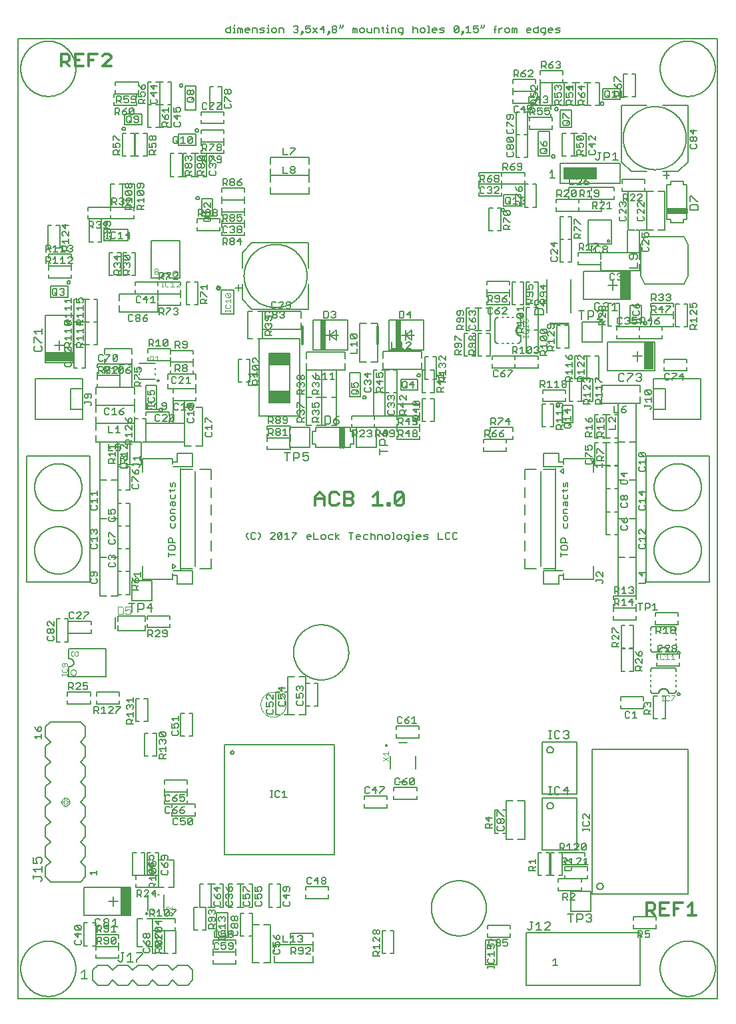
<source format=gto>
G75*
%MOIN*%
%OFA0B0*%
%FSLAX25Y25*%
%IPPOS*%
%LPD*%
%AMOC8*
5,1,8,0,0,1.08239X$1,22.5*
%
%ADD10C,0.01200*%
%ADD11C,0.00700*%
%ADD12C,0.00591*%
%ADD13C,0.00600*%
%ADD14C,0.00800*%
%ADD15C,0.00630*%
%ADD16C,0.00060*%
%ADD17C,0.00300*%
%ADD18C,0.00200*%
%ADD19C,0.00500*%
%ADD20C,0.00400*%
%ADD21C,0.01181*%
%ADD22R,0.03150X0.14961*%
%ADD23C,0.01000*%
%ADD24C,0.00787*%
%ADD25C,0.00004*%
%ADD26C,0.00394*%
%ADD27R,0.05118X0.13386*%
%ADD28R,0.10236X0.06299*%
%ADD29R,0.10236X0.05906*%
%ADD30C,0.01575*%
%ADD31R,0.13386X0.05118*%
%ADD32R,0.16535X0.06299*%
D10*
X0303927Y0376696D02*
X0303927Y0381149D01*
X0306153Y0383376D01*
X0308380Y0381149D01*
X0308380Y0376696D01*
X0311177Y0377809D02*
X0312290Y0376696D01*
X0314517Y0376696D01*
X0315630Y0377809D01*
X0318427Y0376696D02*
X0321767Y0376696D01*
X0322880Y0377809D01*
X0322880Y0378923D01*
X0321767Y0380036D01*
X0318427Y0380036D01*
X0318427Y0376696D02*
X0318427Y0383376D01*
X0321767Y0383376D01*
X0322880Y0382262D01*
X0322880Y0381149D01*
X0321767Y0380036D01*
X0315630Y0382262D02*
X0314517Y0383376D01*
X0312290Y0383376D01*
X0311177Y0382262D01*
X0311177Y0377809D01*
X0308380Y0380036D02*
X0303927Y0380036D01*
X0332928Y0381149D02*
X0335154Y0383376D01*
X0335154Y0376696D01*
X0332928Y0376696D02*
X0337381Y0376696D01*
X0340178Y0376696D02*
X0341291Y0376696D01*
X0341291Y0377809D01*
X0340178Y0377809D01*
X0340178Y0376696D01*
X0343803Y0377809D02*
X0348256Y0382262D01*
X0348256Y0377809D01*
X0347143Y0376696D01*
X0344916Y0376696D01*
X0343803Y0377809D01*
X0343803Y0382262D01*
X0344916Y0383376D01*
X0347143Y0383376D01*
X0348256Y0382262D01*
X0469642Y0178190D02*
X0472795Y0178190D01*
X0473846Y0177140D01*
X0473846Y0175038D01*
X0472795Y0173987D01*
X0469642Y0173987D01*
X0469642Y0171885D02*
X0469642Y0178190D01*
X0471744Y0173987D02*
X0473846Y0171885D01*
X0476548Y0171885D02*
X0480752Y0171885D01*
X0483454Y0171885D02*
X0483454Y0178190D01*
X0487658Y0178190D01*
X0490360Y0176089D02*
X0492462Y0178190D01*
X0492462Y0171885D01*
X0490360Y0171885D02*
X0494564Y0171885D01*
X0485556Y0175038D02*
X0483454Y0175038D01*
X0480752Y0178190D02*
X0476548Y0178190D01*
X0476548Y0171885D01*
X0476548Y0175038D02*
X0478650Y0175038D01*
X0201650Y0596294D02*
X0197447Y0596294D01*
X0201650Y0600498D01*
X0201650Y0601549D01*
X0200599Y0602600D01*
X0198498Y0602600D01*
X0197447Y0601549D01*
X0194744Y0602600D02*
X0190541Y0602600D01*
X0190541Y0596294D01*
X0187838Y0596294D02*
X0183635Y0596294D01*
X0183635Y0602600D01*
X0187838Y0602600D01*
X0185737Y0599447D02*
X0183635Y0599447D01*
X0180933Y0599447D02*
X0179882Y0598396D01*
X0176729Y0598396D01*
X0176729Y0596294D02*
X0176729Y0602600D01*
X0179882Y0602600D01*
X0180933Y0601549D01*
X0180933Y0599447D01*
X0178831Y0598396D02*
X0180933Y0596294D01*
X0190541Y0599447D02*
X0192643Y0599447D01*
D11*
X0270505Y0363150D02*
X0269425Y0362070D01*
X0269425Y0360991D01*
X0270505Y0359911D01*
X0271841Y0360451D02*
X0271841Y0362610D01*
X0272381Y0363150D01*
X0273461Y0363150D01*
X0274001Y0362610D01*
X0275467Y0363150D02*
X0276546Y0362070D01*
X0276546Y0360991D01*
X0275467Y0359911D01*
X0274001Y0360451D02*
X0273461Y0359911D01*
X0272381Y0359911D01*
X0271841Y0360451D01*
X0281508Y0359911D02*
X0283668Y0362070D01*
X0283668Y0362610D01*
X0283128Y0363150D01*
X0282048Y0363150D01*
X0281508Y0362610D01*
X0281508Y0359911D02*
X0283668Y0359911D01*
X0285134Y0360451D02*
X0287293Y0362610D01*
X0287293Y0360451D01*
X0286753Y0359911D01*
X0285674Y0359911D01*
X0285134Y0360451D01*
X0285134Y0362610D01*
X0285674Y0363150D01*
X0286753Y0363150D01*
X0287293Y0362610D01*
X0288759Y0362070D02*
X0289839Y0363150D01*
X0289839Y0359911D01*
X0288759Y0359911D02*
X0290919Y0359911D01*
X0292384Y0359911D02*
X0292384Y0360451D01*
X0294544Y0362610D01*
X0294544Y0363150D01*
X0292384Y0363150D01*
X0299634Y0361531D02*
X0300174Y0362070D01*
X0301254Y0362070D01*
X0301794Y0361531D01*
X0301794Y0360991D01*
X0299634Y0360991D01*
X0299634Y0360451D02*
X0299634Y0361531D01*
X0299634Y0360451D02*
X0300174Y0359911D01*
X0301254Y0359911D01*
X0303259Y0359911D02*
X0305419Y0359911D01*
X0306884Y0360451D02*
X0307424Y0359911D01*
X0308504Y0359911D01*
X0309044Y0360451D01*
X0309044Y0361531D01*
X0308504Y0362070D01*
X0307424Y0362070D01*
X0306884Y0361531D01*
X0306884Y0360451D01*
X0310510Y0360451D02*
X0311049Y0359911D01*
X0312669Y0359911D01*
X0314135Y0359911D02*
X0314135Y0363150D01*
X0312669Y0362070D02*
X0311049Y0362070D01*
X0310510Y0361531D01*
X0310510Y0360451D01*
X0314135Y0360991D02*
X0315755Y0362070D01*
X0314135Y0360991D02*
X0315755Y0359911D01*
X0320781Y0363150D02*
X0322941Y0363150D01*
X0321861Y0363150D02*
X0321861Y0359911D01*
X0324406Y0360451D02*
X0324406Y0361531D01*
X0324946Y0362070D01*
X0326026Y0362070D01*
X0326566Y0361531D01*
X0326566Y0360991D01*
X0324406Y0360991D01*
X0324406Y0360451D02*
X0324946Y0359911D01*
X0326026Y0359911D01*
X0328031Y0360451D02*
X0328571Y0359911D01*
X0330191Y0359911D01*
X0331656Y0359911D02*
X0331656Y0363150D01*
X0332196Y0362070D02*
X0333276Y0362070D01*
X0333816Y0361531D01*
X0333816Y0359911D01*
X0335281Y0359911D02*
X0335281Y0362070D01*
X0336901Y0362070D01*
X0337441Y0361531D01*
X0337441Y0359911D01*
X0338906Y0360451D02*
X0339446Y0359911D01*
X0340526Y0359911D01*
X0341066Y0360451D01*
X0341066Y0361531D01*
X0340526Y0362070D01*
X0339446Y0362070D01*
X0338906Y0361531D01*
X0338906Y0360451D01*
X0342532Y0359911D02*
X0343611Y0359911D01*
X0343072Y0359911D02*
X0343072Y0363150D01*
X0342532Y0363150D01*
X0344948Y0361531D02*
X0345488Y0362070D01*
X0346568Y0362070D01*
X0347108Y0361531D01*
X0347108Y0360451D01*
X0346568Y0359911D01*
X0345488Y0359911D01*
X0344948Y0360451D01*
X0344948Y0361531D01*
X0348573Y0361531D02*
X0348573Y0360451D01*
X0349113Y0359911D01*
X0350733Y0359911D01*
X0350733Y0359371D02*
X0350733Y0362070D01*
X0349113Y0362070D01*
X0348573Y0361531D01*
X0349653Y0358831D02*
X0350193Y0358831D01*
X0350733Y0359371D01*
X0352199Y0359911D02*
X0353279Y0359911D01*
X0352739Y0359911D02*
X0352739Y0362070D01*
X0352199Y0362070D01*
X0352739Y0363150D02*
X0352739Y0363690D01*
X0354615Y0361531D02*
X0355155Y0362070D01*
X0356235Y0362070D01*
X0356775Y0361531D01*
X0356775Y0360991D01*
X0354615Y0360991D01*
X0354615Y0360451D02*
X0354615Y0361531D01*
X0354615Y0360451D02*
X0355155Y0359911D01*
X0356235Y0359911D01*
X0358240Y0359911D02*
X0359860Y0359911D01*
X0360400Y0360451D01*
X0359860Y0360991D01*
X0358780Y0360991D01*
X0358240Y0361531D01*
X0358780Y0362070D01*
X0360400Y0362070D01*
X0365491Y0363150D02*
X0365491Y0359911D01*
X0367651Y0359911D01*
X0369116Y0360451D02*
X0369656Y0359911D01*
X0370736Y0359911D01*
X0371276Y0360451D01*
X0372741Y0360451D02*
X0373281Y0359911D01*
X0374361Y0359911D01*
X0374901Y0360451D01*
X0374901Y0362610D02*
X0374361Y0363150D01*
X0373281Y0363150D01*
X0372741Y0362610D01*
X0372741Y0360451D01*
X0371276Y0362610D02*
X0370736Y0363150D01*
X0369656Y0363150D01*
X0369116Y0362610D01*
X0369116Y0360451D01*
X0332196Y0362070D02*
X0331656Y0361531D01*
X0330191Y0362070D02*
X0328571Y0362070D01*
X0328031Y0361531D01*
X0328031Y0360451D01*
X0303259Y0359911D02*
X0303259Y0363150D01*
D12*
X0301240Y0405742D02*
X0291240Y0405742D01*
X0291240Y0415742D01*
X0301240Y0415742D01*
X0301240Y0405742D01*
X0291319Y0406411D02*
X0291319Y0404639D01*
X0279901Y0404639D01*
X0279901Y0406411D01*
X0279901Y0408773D02*
X0279901Y0410545D01*
X0279901Y0412317D01*
X0279901Y0410545D02*
X0291319Y0410545D01*
X0291319Y0412317D01*
X0291319Y0410545D02*
X0291319Y0408773D01*
X0291319Y0410545D02*
X0279901Y0410545D01*
X0279901Y0414679D02*
X0279901Y0416450D01*
X0291319Y0416450D01*
X0291319Y0414679D01*
X0296240Y0421372D02*
X0275768Y0421372D01*
X0275768Y0459954D01*
X0296240Y0459954D01*
X0296240Y0421372D01*
X0299586Y0416844D02*
X0299586Y0430624D01*
X0299586Y0444403D01*
X0299586Y0447750D01*
X0299586Y0450112D02*
X0299586Y0453458D01*
X0318878Y0453458D01*
X0318878Y0450112D01*
X0318878Y0447750D02*
X0318878Y0444403D01*
X0299586Y0444403D01*
X0302146Y0444403D01*
X0304508Y0444403D02*
X0307067Y0444403D01*
X0307067Y0430624D01*
X0304508Y0430624D01*
X0307067Y0430624D01*
X0307067Y0416844D01*
X0304508Y0416844D01*
X0302146Y0416844D02*
X0299586Y0416844D01*
X0307067Y0416844D02*
X0307067Y0430624D01*
X0307067Y0444403D01*
X0309626Y0444403D01*
X0311988Y0444403D02*
X0314547Y0444403D01*
X0314547Y0430624D01*
X0311988Y0430624D01*
X0314547Y0430624D01*
X0314547Y0416844D01*
X0311988Y0416844D01*
X0309626Y0416844D02*
X0307067Y0416844D01*
X0307067Y0430624D02*
X0309626Y0430624D01*
X0307067Y0430624D01*
X0302146Y0430624D02*
X0299586Y0430624D01*
X0302146Y0430624D01*
X0291122Y0428065D02*
X0291122Y0452868D01*
X0280886Y0452868D01*
X0280886Y0428065D01*
X0291122Y0428065D01*
X0271240Y0438498D02*
X0269468Y0438498D01*
X0271240Y0438498D02*
X0271240Y0449915D01*
X0269468Y0449915D01*
X0267106Y0449915D02*
X0265335Y0449915D01*
X0265335Y0438498D01*
X0267106Y0438498D01*
X0244075Y0437513D02*
X0244075Y0434954D01*
X0230295Y0434954D01*
X0230295Y0437513D01*
X0230295Y0439876D02*
X0230295Y0442435D01*
X0244075Y0442435D01*
X0244075Y0439876D01*
X0242894Y0442435D02*
X0231476Y0442435D01*
X0231476Y0444206D01*
X0231476Y0446569D02*
X0231476Y0448340D01*
X0231476Y0450112D01*
X0231476Y0450899D02*
X0231476Y0449128D01*
X0220059Y0449128D01*
X0220059Y0450899D01*
X0220059Y0453261D02*
X0220059Y0455033D01*
X0231476Y0455033D01*
X0231476Y0453261D01*
X0231476Y0452474D02*
X0231476Y0454246D01*
X0242894Y0454246D01*
X0242894Y0452474D01*
X0242894Y0450112D02*
X0242894Y0448340D01*
X0231476Y0448340D01*
X0242894Y0448340D01*
X0242894Y0446569D01*
X0242894Y0444206D02*
X0242894Y0442435D01*
X0244075Y0434954D02*
X0244075Y0433183D01*
X0244075Y0434954D02*
X0232657Y0434954D01*
X0232657Y0433183D01*
X0232657Y0430820D02*
X0232657Y0429049D01*
X0234429Y0429049D01*
X0232657Y0429049D02*
X0232657Y0417631D01*
X0234429Y0417631D01*
X0236791Y0417631D02*
X0238563Y0417631D01*
X0238563Y0414285D01*
X0238563Y0411923D02*
X0238563Y0408576D01*
X0219272Y0408576D01*
X0217500Y0408576D01*
X0216909Y0408576D02*
X0216909Y0397159D01*
X0215138Y0397159D01*
X0212775Y0397159D02*
X0211004Y0397159D01*
X0211004Y0408576D01*
X0212775Y0408576D01*
X0213366Y0408576D02*
X0213366Y0419994D01*
X0215138Y0419994D01*
X0213366Y0420978D02*
X0213366Y0417631D01*
X0213366Y0414285D01*
X0213366Y0411923D02*
X0213366Y0408576D01*
X0215138Y0408576D01*
X0216909Y0408576D01*
X0219272Y0408576D02*
X0219272Y0419994D01*
X0217500Y0419994D01*
X0219272Y0419403D02*
X0219272Y0417631D01*
X0238563Y0417631D01*
X0238563Y0429049D01*
X0236791Y0429049D01*
X0238563Y0425899D02*
X0241909Y0425899D01*
X0244272Y0425899D02*
X0247618Y0425899D01*
X0247618Y0406608D01*
X0244272Y0406608D01*
X0241909Y0406608D02*
X0238563Y0406608D01*
X0238563Y0425899D01*
X0244075Y0429049D02*
X0232657Y0429049D01*
X0230689Y0423537D02*
X0230689Y0421765D01*
X0230689Y0423537D02*
X0219272Y0423537D01*
X0219272Y0421765D01*
X0219075Y0424718D02*
X0224586Y0424718D01*
X0224586Y0436923D01*
X0219075Y0436923D01*
X0219075Y0424718D01*
X0213366Y0423340D02*
X0213366Y0426687D01*
X0194075Y0426687D01*
X0194075Y0430033D01*
X0194075Y0432395D02*
X0194075Y0435742D01*
X0213366Y0435742D01*
X0213366Y0432395D01*
X0213366Y0430033D02*
X0213366Y0426687D01*
X0194075Y0426687D01*
X0194075Y0423340D01*
X0194075Y0420978D02*
X0194075Y0417631D01*
X0213366Y0417631D01*
X0194075Y0417631D01*
X0194075Y0414285D01*
X0194075Y0411923D02*
X0194075Y0408576D01*
X0213366Y0408576D01*
X0211004Y0408576D02*
X0211004Y0397159D01*
X0209232Y0397159D01*
X0209232Y0395978D02*
X0211004Y0395978D01*
X0211004Y0384561D01*
X0209232Y0384561D01*
X0206870Y0384561D02*
X0205098Y0384561D01*
X0205098Y0395978D01*
X0206870Y0395978D01*
X0206870Y0397159D02*
X0205098Y0397159D01*
X0205098Y0408576D01*
X0206870Y0408576D01*
X0205098Y0408576D02*
X0205098Y0389285D01*
X0201752Y0389285D01*
X0205098Y0389285D01*
X0205098Y0369994D01*
X0205098Y0350702D01*
X0201752Y0350702D01*
X0205098Y0350702D01*
X0205098Y0331411D01*
X0201752Y0331411D01*
X0199390Y0331411D02*
X0196043Y0331411D01*
X0196043Y0350702D01*
X0196043Y0369994D01*
X0199390Y0369994D01*
X0196043Y0369994D01*
X0196043Y0389285D01*
X0196043Y0408576D01*
X0199390Y0408576D01*
X0201752Y0408576D02*
X0205098Y0408576D01*
X0209232Y0408576D02*
X0211004Y0408576D01*
X0219272Y0408576D02*
X0219272Y0411923D01*
X0219272Y0414285D02*
X0219272Y0417631D01*
X0230689Y0417631D01*
X0230689Y0419403D01*
X0225768Y0424521D02*
X0225770Y0424577D01*
X0225776Y0424632D01*
X0225786Y0424686D01*
X0225799Y0424740D01*
X0225817Y0424793D01*
X0225838Y0424844D01*
X0225862Y0424894D01*
X0225890Y0424942D01*
X0225922Y0424988D01*
X0225956Y0425032D01*
X0225994Y0425073D01*
X0226034Y0425111D01*
X0226077Y0425146D01*
X0226122Y0425178D01*
X0226170Y0425207D01*
X0226219Y0425233D01*
X0226270Y0425255D01*
X0226322Y0425273D01*
X0226376Y0425287D01*
X0226431Y0425298D01*
X0226486Y0425305D01*
X0226541Y0425308D01*
X0226597Y0425307D01*
X0226652Y0425302D01*
X0226707Y0425293D01*
X0226761Y0425281D01*
X0226814Y0425264D01*
X0226866Y0425244D01*
X0226916Y0425220D01*
X0226964Y0425193D01*
X0227011Y0425163D01*
X0227055Y0425129D01*
X0227097Y0425092D01*
X0227135Y0425052D01*
X0227172Y0425010D01*
X0227205Y0424965D01*
X0227234Y0424919D01*
X0227261Y0424870D01*
X0227283Y0424819D01*
X0227303Y0424767D01*
X0227318Y0424713D01*
X0227330Y0424659D01*
X0227338Y0424604D01*
X0227342Y0424549D01*
X0227342Y0424493D01*
X0227338Y0424438D01*
X0227330Y0424383D01*
X0227318Y0424329D01*
X0227303Y0424275D01*
X0227283Y0424223D01*
X0227261Y0424172D01*
X0227234Y0424123D01*
X0227205Y0424077D01*
X0227172Y0424032D01*
X0227135Y0423990D01*
X0227097Y0423950D01*
X0227055Y0423913D01*
X0227011Y0423879D01*
X0226964Y0423849D01*
X0226916Y0423822D01*
X0226866Y0423798D01*
X0226814Y0423778D01*
X0226761Y0423761D01*
X0226707Y0423749D01*
X0226652Y0423740D01*
X0226597Y0423735D01*
X0226541Y0423734D01*
X0226486Y0423737D01*
X0226431Y0423744D01*
X0226376Y0423755D01*
X0226322Y0423769D01*
X0226270Y0423787D01*
X0226219Y0423809D01*
X0226170Y0423835D01*
X0226122Y0423864D01*
X0226077Y0423896D01*
X0226034Y0423931D01*
X0225994Y0423969D01*
X0225956Y0424010D01*
X0225922Y0424054D01*
X0225890Y0424100D01*
X0225862Y0424148D01*
X0225838Y0424198D01*
X0225817Y0424249D01*
X0225799Y0424302D01*
X0225786Y0424356D01*
X0225776Y0424410D01*
X0225770Y0424465D01*
X0225768Y0424521D01*
X0224782Y0439147D02*
X0224784Y0439189D01*
X0224790Y0439230D01*
X0224800Y0439271D01*
X0224814Y0439311D01*
X0224831Y0439349D01*
X0224852Y0439385D01*
X0224876Y0439419D01*
X0224904Y0439451D01*
X0224934Y0439480D01*
X0224967Y0439505D01*
X0225002Y0439528D01*
X0225039Y0439547D01*
X0225078Y0439563D01*
X0225118Y0439575D01*
X0225159Y0439583D01*
X0225201Y0439587D01*
X0225243Y0439587D01*
X0225285Y0439583D01*
X0225326Y0439575D01*
X0225366Y0439563D01*
X0225405Y0439547D01*
X0225442Y0439528D01*
X0225477Y0439505D01*
X0225510Y0439480D01*
X0225540Y0439451D01*
X0225568Y0439419D01*
X0225592Y0439385D01*
X0225613Y0439349D01*
X0225630Y0439311D01*
X0225644Y0439271D01*
X0225654Y0439230D01*
X0225660Y0439189D01*
X0225662Y0439147D01*
X0225660Y0439105D01*
X0225654Y0439064D01*
X0225644Y0439023D01*
X0225630Y0438983D01*
X0225613Y0438945D01*
X0225592Y0438909D01*
X0225568Y0438875D01*
X0225540Y0438843D01*
X0225510Y0438814D01*
X0225477Y0438789D01*
X0225442Y0438766D01*
X0225405Y0438747D01*
X0225366Y0438731D01*
X0225326Y0438719D01*
X0225285Y0438711D01*
X0225243Y0438707D01*
X0225201Y0438707D01*
X0225159Y0438711D01*
X0225118Y0438719D01*
X0225078Y0438731D01*
X0225039Y0438747D01*
X0225002Y0438766D01*
X0224967Y0438789D01*
X0224934Y0438814D01*
X0224904Y0438843D01*
X0224876Y0438875D01*
X0224852Y0438909D01*
X0224831Y0438945D01*
X0224814Y0438983D01*
X0224800Y0439023D01*
X0224790Y0439064D01*
X0224784Y0439105D01*
X0224782Y0439147D01*
X0223799Y0439876D02*
X0215925Y0439876D01*
X0215925Y0442238D02*
X0215925Y0442828D01*
X0215925Y0444797D02*
X0215925Y0445387D01*
X0215925Y0447750D02*
X0223799Y0447750D01*
X0223799Y0445387D02*
X0223799Y0444797D01*
X0223799Y0442828D02*
X0223799Y0442238D01*
X0212185Y0447159D02*
X0212185Y0435742D01*
X0210413Y0435742D01*
X0208051Y0435742D02*
X0206279Y0435742D01*
X0194862Y0435742D01*
X0194862Y0437513D01*
X0194862Y0439876D02*
X0194862Y0441647D01*
X0194862Y0443419D01*
X0194862Y0441647D02*
X0206279Y0441647D01*
X0206279Y0443419D01*
X0206279Y0441647D02*
X0206279Y0439876D01*
X0206279Y0441647D02*
X0194862Y0441647D01*
X0194862Y0445781D02*
X0194862Y0447553D01*
X0206279Y0447553D01*
X0206279Y0445781D01*
X0206279Y0447159D02*
X0206279Y0435742D01*
X0206279Y0437513D01*
X0206279Y0447159D02*
X0208051Y0447159D01*
X0210413Y0447159D02*
X0212185Y0447159D01*
X0212185Y0447553D02*
X0198405Y0447553D01*
X0198405Y0450112D01*
X0198405Y0452474D02*
X0198405Y0455033D01*
X0212185Y0455033D01*
X0212185Y0452474D01*
X0212185Y0450112D02*
X0212185Y0447553D01*
X0194862Y0457002D02*
X0193090Y0457002D01*
X0194862Y0457002D02*
X0194862Y0468419D01*
X0193090Y0468419D01*
X0194862Y0468419D01*
X0194862Y0479836D01*
X0193090Y0479836D01*
X0190728Y0479836D02*
X0188957Y0479836D01*
X0188957Y0468419D01*
X0190728Y0468419D01*
X0188957Y0468419D01*
X0188957Y0457002D01*
X0188957Y0445584D01*
X0187185Y0445584D01*
X0184823Y0445584D02*
X0183051Y0445584D01*
X0183051Y0457002D01*
X0184823Y0457002D01*
X0183051Y0457002D01*
X0183051Y0468419D01*
X0183051Y0479836D01*
X0184823Y0479836D01*
X0187185Y0479836D02*
X0188957Y0479836D01*
X0188957Y0468419D01*
X0187185Y0468419D01*
X0188957Y0468419D01*
X0188957Y0457002D01*
X0187185Y0457002D01*
X0188957Y0457002D01*
X0190728Y0457002D01*
X0184823Y0468419D02*
X0183051Y0468419D01*
X0184823Y0468419D01*
X0180098Y0480820D02*
X0171437Y0480820D01*
X0171437Y0486332D01*
X0180098Y0486332D01*
X0180098Y0480820D01*
X0179705Y0488301D02*
X0179707Y0488357D01*
X0179713Y0488412D01*
X0179723Y0488466D01*
X0179736Y0488520D01*
X0179754Y0488573D01*
X0179775Y0488624D01*
X0179799Y0488674D01*
X0179827Y0488722D01*
X0179859Y0488768D01*
X0179893Y0488812D01*
X0179931Y0488853D01*
X0179971Y0488891D01*
X0180014Y0488926D01*
X0180059Y0488958D01*
X0180107Y0488987D01*
X0180156Y0489013D01*
X0180207Y0489035D01*
X0180259Y0489053D01*
X0180313Y0489067D01*
X0180368Y0489078D01*
X0180423Y0489085D01*
X0180478Y0489088D01*
X0180534Y0489087D01*
X0180589Y0489082D01*
X0180644Y0489073D01*
X0180698Y0489061D01*
X0180751Y0489044D01*
X0180803Y0489024D01*
X0180853Y0489000D01*
X0180901Y0488973D01*
X0180948Y0488943D01*
X0180992Y0488909D01*
X0181034Y0488872D01*
X0181072Y0488832D01*
X0181109Y0488790D01*
X0181142Y0488745D01*
X0181171Y0488699D01*
X0181198Y0488650D01*
X0181220Y0488599D01*
X0181240Y0488547D01*
X0181255Y0488493D01*
X0181267Y0488439D01*
X0181275Y0488384D01*
X0181279Y0488329D01*
X0181279Y0488273D01*
X0181275Y0488218D01*
X0181267Y0488163D01*
X0181255Y0488109D01*
X0181240Y0488055D01*
X0181220Y0488003D01*
X0181198Y0487952D01*
X0181171Y0487903D01*
X0181142Y0487857D01*
X0181109Y0487812D01*
X0181072Y0487770D01*
X0181034Y0487730D01*
X0180992Y0487693D01*
X0180948Y0487659D01*
X0180901Y0487629D01*
X0180853Y0487602D01*
X0180803Y0487578D01*
X0180751Y0487558D01*
X0180698Y0487541D01*
X0180644Y0487529D01*
X0180589Y0487520D01*
X0180534Y0487515D01*
X0180478Y0487514D01*
X0180423Y0487517D01*
X0180368Y0487524D01*
X0180313Y0487535D01*
X0180259Y0487549D01*
X0180207Y0487567D01*
X0180156Y0487589D01*
X0180107Y0487615D01*
X0180059Y0487644D01*
X0180014Y0487676D01*
X0179971Y0487711D01*
X0179931Y0487749D01*
X0179893Y0487790D01*
X0179859Y0487834D01*
X0179827Y0487880D01*
X0179799Y0487928D01*
X0179775Y0487978D01*
X0179754Y0488029D01*
X0179736Y0488082D01*
X0179723Y0488136D01*
X0179713Y0488190D01*
X0179707Y0488245D01*
X0179705Y0488301D01*
X0181870Y0490466D02*
X0170453Y0490466D01*
X0170453Y0492238D01*
X0170453Y0494600D02*
X0170453Y0496372D01*
X0170453Y0498143D01*
X0170453Y0496372D02*
X0181870Y0496372D01*
X0181870Y0498143D01*
X0181870Y0496372D02*
X0181870Y0494600D01*
X0181870Y0496372D02*
X0170453Y0496372D01*
X0170453Y0500506D02*
X0170453Y0502277D01*
X0181870Y0502277D01*
X0181870Y0500506D01*
X0175964Y0505427D02*
X0174193Y0505427D01*
X0175964Y0505427D02*
X0175964Y0516844D01*
X0174193Y0516844D01*
X0171831Y0516844D02*
X0170059Y0516844D01*
X0170059Y0505427D01*
X0171831Y0505427D01*
X0181870Y0492238D02*
X0181870Y0490466D01*
X0200768Y0491647D02*
X0200768Y0503065D01*
X0202539Y0503065D01*
X0204901Y0503065D02*
X0206673Y0503065D01*
X0206673Y0491647D01*
X0204901Y0491647D01*
X0202539Y0491647D02*
X0200768Y0491647D01*
X0207854Y0491647D02*
X0207854Y0503065D01*
X0209626Y0503065D01*
X0211988Y0503065D02*
X0213760Y0503065D01*
X0213760Y0491647D01*
X0211988Y0491647D01*
X0209626Y0491647D02*
X0207854Y0491647D01*
X0213760Y0488498D02*
X0225177Y0488498D01*
X0236594Y0488498D01*
X0236594Y0486726D01*
X0236594Y0484364D02*
X0236594Y0482592D01*
X0236594Y0480820D01*
X0236594Y0482592D02*
X0225177Y0482592D01*
X0225177Y0479246D01*
X0225177Y0478458D02*
X0225177Y0476687D01*
X0236594Y0476687D01*
X0236594Y0478458D01*
X0239350Y0477080D02*
X0239350Y0488498D01*
X0241122Y0488498D01*
X0243484Y0488498D02*
X0245256Y0488498D01*
X0245256Y0477080D01*
X0243484Y0477080D01*
X0241122Y0477080D02*
X0239350Y0477080D01*
X0236594Y0482592D02*
X0225177Y0482592D01*
X0205886Y0482592D01*
X0205886Y0479246D01*
X0205886Y0476883D02*
X0205886Y0473537D01*
X0225177Y0473537D01*
X0225177Y0476883D01*
X0225177Y0480820D02*
X0225177Y0482592D01*
X0225177Y0484364D01*
X0225177Y0482592D01*
X0213760Y0482592D01*
X0213760Y0484364D01*
X0213760Y0486726D02*
X0213760Y0488498D01*
X0225177Y0488498D02*
X0225177Y0486726D01*
X0225177Y0488498D01*
X0210216Y0509167D02*
X0198012Y0509167D01*
X0198012Y0514679D01*
X0210216Y0514679D01*
X0210216Y0509167D01*
X0212972Y0519994D02*
X0201555Y0519994D01*
X0190138Y0519994D01*
X0190138Y0521765D01*
X0190925Y0519994D02*
X0192697Y0519994D01*
X0190925Y0519994D02*
X0190925Y0508576D01*
X0192697Y0508576D01*
X0195059Y0508576D02*
X0196831Y0508576D01*
X0196831Y0519994D01*
X0195059Y0519994D01*
X0190138Y0524128D02*
X0190138Y0525899D01*
X0201555Y0525899D01*
X0201555Y0537317D01*
X0203327Y0537317D01*
X0205689Y0537317D02*
X0207460Y0537317D01*
X0209232Y0537317D01*
X0207460Y0537317D02*
X0207460Y0525899D01*
X0209232Y0525899D01*
X0207460Y0525899D02*
X0205689Y0525899D01*
X0207460Y0525899D02*
X0207460Y0537317D01*
X0211594Y0537317D02*
X0213366Y0537317D01*
X0213366Y0525899D01*
X0211594Y0525899D01*
X0212972Y0525899D02*
X0212972Y0524128D01*
X0212972Y0525899D02*
X0201555Y0525899D01*
X0203327Y0525899D01*
X0201555Y0525899D02*
X0201555Y0524128D01*
X0201555Y0525899D01*
X0201555Y0521765D02*
X0201555Y0519994D01*
X0201555Y0521765D01*
X0212972Y0521765D02*
X0212972Y0519994D01*
X0231476Y0541254D02*
X0231476Y0552671D01*
X0233248Y0552671D01*
X0235610Y0552671D02*
X0237382Y0552671D01*
X0237382Y0541254D01*
X0235610Y0541254D01*
X0237775Y0541254D02*
X0237775Y0552671D01*
X0239547Y0552671D01*
X0241909Y0552671D02*
X0243681Y0552671D01*
X0243681Y0541254D01*
X0241909Y0541254D01*
X0243681Y0541254D02*
X0243681Y0552671D01*
X0245453Y0552671D01*
X0246831Y0552671D02*
X0246831Y0554443D01*
X0246831Y0552671D02*
X0258248Y0552671D01*
X0258248Y0554443D01*
X0258248Y0556805D02*
X0258248Y0558576D01*
X0246831Y0558576D01*
X0246831Y0556805D01*
X0246831Y0558576D02*
X0246831Y0560348D01*
X0246831Y0558576D02*
X0258248Y0558576D01*
X0258248Y0560348D01*
X0258248Y0562710D02*
X0258248Y0564482D01*
X0246831Y0564482D01*
X0246831Y0562710D01*
X0244272Y0562317D02*
X0244272Y0556805D01*
X0235610Y0556805D01*
X0235610Y0562317D01*
X0244272Y0562317D01*
X0243878Y0564285D02*
X0243880Y0564341D01*
X0243886Y0564396D01*
X0243896Y0564450D01*
X0243909Y0564504D01*
X0243927Y0564557D01*
X0243948Y0564608D01*
X0243972Y0564658D01*
X0244000Y0564706D01*
X0244032Y0564752D01*
X0244066Y0564796D01*
X0244104Y0564837D01*
X0244144Y0564875D01*
X0244187Y0564910D01*
X0244232Y0564942D01*
X0244280Y0564971D01*
X0244329Y0564997D01*
X0244380Y0565019D01*
X0244432Y0565037D01*
X0244486Y0565051D01*
X0244541Y0565062D01*
X0244596Y0565069D01*
X0244651Y0565072D01*
X0244707Y0565071D01*
X0244762Y0565066D01*
X0244817Y0565057D01*
X0244871Y0565045D01*
X0244924Y0565028D01*
X0244976Y0565008D01*
X0245026Y0564984D01*
X0245074Y0564957D01*
X0245121Y0564927D01*
X0245165Y0564893D01*
X0245207Y0564856D01*
X0245245Y0564816D01*
X0245282Y0564774D01*
X0245315Y0564729D01*
X0245344Y0564683D01*
X0245371Y0564634D01*
X0245393Y0564583D01*
X0245413Y0564531D01*
X0245428Y0564477D01*
X0245440Y0564423D01*
X0245448Y0564368D01*
X0245452Y0564313D01*
X0245452Y0564257D01*
X0245448Y0564202D01*
X0245440Y0564147D01*
X0245428Y0564093D01*
X0245413Y0564039D01*
X0245393Y0563987D01*
X0245371Y0563936D01*
X0245344Y0563887D01*
X0245315Y0563841D01*
X0245282Y0563796D01*
X0245245Y0563754D01*
X0245207Y0563714D01*
X0245165Y0563677D01*
X0245121Y0563643D01*
X0245074Y0563613D01*
X0245026Y0563586D01*
X0244976Y0563562D01*
X0244924Y0563542D01*
X0244871Y0563525D01*
X0244817Y0563513D01*
X0244762Y0563504D01*
X0244707Y0563499D01*
X0244651Y0563498D01*
X0244596Y0563501D01*
X0244541Y0563508D01*
X0244486Y0563519D01*
X0244432Y0563533D01*
X0244380Y0563551D01*
X0244329Y0563573D01*
X0244280Y0563599D01*
X0244232Y0563628D01*
X0244187Y0563660D01*
X0244144Y0563695D01*
X0244104Y0563733D01*
X0244066Y0563774D01*
X0244032Y0563818D01*
X0244000Y0563864D01*
X0243972Y0563912D01*
X0243948Y0563962D01*
X0243927Y0564013D01*
X0243909Y0564066D01*
X0243896Y0564120D01*
X0243886Y0564174D01*
X0243880Y0564229D01*
X0243878Y0564285D01*
X0246831Y0567631D02*
X0246831Y0569403D01*
X0246831Y0567631D02*
X0258248Y0567631D01*
X0258248Y0569403D01*
X0258248Y0571765D02*
X0258248Y0573537D01*
X0246831Y0573537D01*
X0246831Y0571765D01*
X0244272Y0574324D02*
X0238760Y0574324D01*
X0238760Y0586529D01*
X0244272Y0586529D01*
X0244272Y0574324D01*
X0251161Y0574718D02*
X0251161Y0586135D01*
X0252933Y0586135D01*
X0255295Y0586135D02*
X0257067Y0586135D01*
X0257067Y0574718D01*
X0255295Y0574718D01*
X0252933Y0574718D02*
X0251161Y0574718D01*
X0236004Y0586726D02*
X0236006Y0586782D01*
X0236012Y0586837D01*
X0236022Y0586891D01*
X0236035Y0586945D01*
X0236053Y0586998D01*
X0236074Y0587049D01*
X0236098Y0587099D01*
X0236126Y0587147D01*
X0236158Y0587193D01*
X0236192Y0587237D01*
X0236230Y0587278D01*
X0236270Y0587316D01*
X0236313Y0587351D01*
X0236358Y0587383D01*
X0236406Y0587412D01*
X0236455Y0587438D01*
X0236506Y0587460D01*
X0236558Y0587478D01*
X0236612Y0587492D01*
X0236667Y0587503D01*
X0236722Y0587510D01*
X0236777Y0587513D01*
X0236833Y0587512D01*
X0236888Y0587507D01*
X0236943Y0587498D01*
X0236997Y0587486D01*
X0237050Y0587469D01*
X0237102Y0587449D01*
X0237152Y0587425D01*
X0237200Y0587398D01*
X0237247Y0587368D01*
X0237291Y0587334D01*
X0237333Y0587297D01*
X0237371Y0587257D01*
X0237408Y0587215D01*
X0237441Y0587170D01*
X0237470Y0587124D01*
X0237497Y0587075D01*
X0237519Y0587024D01*
X0237539Y0586972D01*
X0237554Y0586918D01*
X0237566Y0586864D01*
X0237574Y0586809D01*
X0237578Y0586754D01*
X0237578Y0586698D01*
X0237574Y0586643D01*
X0237566Y0586588D01*
X0237554Y0586534D01*
X0237539Y0586480D01*
X0237519Y0586428D01*
X0237497Y0586377D01*
X0237470Y0586328D01*
X0237441Y0586282D01*
X0237408Y0586237D01*
X0237371Y0586195D01*
X0237333Y0586155D01*
X0237291Y0586118D01*
X0237247Y0586084D01*
X0237200Y0586054D01*
X0237152Y0586027D01*
X0237102Y0586003D01*
X0237050Y0585983D01*
X0236997Y0585966D01*
X0236943Y0585954D01*
X0236888Y0585945D01*
X0236833Y0585940D01*
X0236777Y0585939D01*
X0236722Y0585942D01*
X0236667Y0585949D01*
X0236612Y0585960D01*
X0236558Y0585974D01*
X0236506Y0585992D01*
X0236455Y0586014D01*
X0236406Y0586040D01*
X0236358Y0586069D01*
X0236313Y0586101D01*
X0236270Y0586136D01*
X0236230Y0586174D01*
X0236192Y0586215D01*
X0236158Y0586259D01*
X0236126Y0586305D01*
X0236098Y0586353D01*
X0236074Y0586403D01*
X0236053Y0586454D01*
X0236035Y0586507D01*
X0236022Y0586561D01*
X0236012Y0586615D01*
X0236006Y0586670D01*
X0236004Y0586726D01*
X0231870Y0588498D02*
X0231870Y0577080D01*
X0231870Y0565663D01*
X0230098Y0565663D01*
X0227736Y0565663D02*
X0225964Y0565663D01*
X0224193Y0565663D01*
X0225964Y0565663D02*
X0225964Y0577080D01*
X0224193Y0577080D01*
X0225964Y0577080D01*
X0227736Y0577080D01*
X0225964Y0577080D01*
X0225964Y0565663D01*
X0221831Y0565663D02*
X0220059Y0565663D01*
X0220059Y0577080D01*
X0221831Y0577080D01*
X0220059Y0577080D01*
X0220059Y0588498D01*
X0221831Y0588498D01*
X0224193Y0588498D02*
X0225964Y0588498D01*
X0225964Y0577080D01*
X0225964Y0588498D01*
X0227736Y0588498D01*
X0230098Y0588498D02*
X0231870Y0588498D01*
X0231870Y0577080D02*
X0230098Y0577080D01*
X0231870Y0577080D01*
X0217106Y0572553D02*
X0217106Y0567041D01*
X0208445Y0567041D01*
X0208445Y0572553D01*
X0217106Y0572553D01*
X0214547Y0576687D02*
X0203130Y0576687D01*
X0203130Y0578458D01*
X0203130Y0580820D02*
X0203130Y0582592D01*
X0214547Y0582592D01*
X0214547Y0580820D01*
X0215335Y0582592D02*
X0203917Y0582592D01*
X0203917Y0584364D01*
X0203917Y0586726D02*
X0203917Y0588498D01*
X0215335Y0588498D01*
X0215335Y0586726D01*
X0215335Y0584364D02*
X0215335Y0582592D01*
X0214547Y0578458D02*
X0214547Y0576687D01*
X0207264Y0565072D02*
X0207266Y0565128D01*
X0207272Y0565183D01*
X0207282Y0565237D01*
X0207295Y0565291D01*
X0207313Y0565344D01*
X0207334Y0565395D01*
X0207358Y0565445D01*
X0207386Y0565493D01*
X0207418Y0565539D01*
X0207452Y0565583D01*
X0207490Y0565624D01*
X0207530Y0565662D01*
X0207573Y0565697D01*
X0207618Y0565729D01*
X0207666Y0565758D01*
X0207715Y0565784D01*
X0207766Y0565806D01*
X0207818Y0565824D01*
X0207872Y0565838D01*
X0207927Y0565849D01*
X0207982Y0565856D01*
X0208037Y0565859D01*
X0208093Y0565858D01*
X0208148Y0565853D01*
X0208203Y0565844D01*
X0208257Y0565832D01*
X0208310Y0565815D01*
X0208362Y0565795D01*
X0208412Y0565771D01*
X0208460Y0565744D01*
X0208507Y0565714D01*
X0208551Y0565680D01*
X0208593Y0565643D01*
X0208631Y0565603D01*
X0208668Y0565561D01*
X0208701Y0565516D01*
X0208730Y0565470D01*
X0208757Y0565421D01*
X0208779Y0565370D01*
X0208799Y0565318D01*
X0208814Y0565264D01*
X0208826Y0565210D01*
X0208834Y0565155D01*
X0208838Y0565100D01*
X0208838Y0565044D01*
X0208834Y0564989D01*
X0208826Y0564934D01*
X0208814Y0564880D01*
X0208799Y0564826D01*
X0208779Y0564774D01*
X0208757Y0564723D01*
X0208730Y0564674D01*
X0208701Y0564628D01*
X0208668Y0564583D01*
X0208631Y0564541D01*
X0208593Y0564501D01*
X0208551Y0564464D01*
X0208507Y0564430D01*
X0208460Y0564400D01*
X0208412Y0564373D01*
X0208362Y0564349D01*
X0208310Y0564329D01*
X0208257Y0564312D01*
X0208203Y0564300D01*
X0208148Y0564291D01*
X0208093Y0564286D01*
X0208037Y0564285D01*
X0207982Y0564288D01*
X0207927Y0564295D01*
X0207872Y0564306D01*
X0207818Y0564320D01*
X0207766Y0564338D01*
X0207715Y0564360D01*
X0207666Y0564386D01*
X0207618Y0564415D01*
X0207573Y0564447D01*
X0207530Y0564482D01*
X0207490Y0564520D01*
X0207452Y0564561D01*
X0207418Y0564605D01*
X0207386Y0564651D01*
X0207358Y0564699D01*
X0207334Y0564749D01*
X0207313Y0564800D01*
X0207295Y0564853D01*
X0207282Y0564907D01*
X0207272Y0564961D01*
X0207266Y0565016D01*
X0207264Y0565072D01*
X0207460Y0562907D02*
X0209232Y0562907D01*
X0207460Y0562907D02*
X0207460Y0551490D01*
X0209232Y0551490D01*
X0211594Y0551490D02*
X0213366Y0551490D01*
X0213366Y0562907D01*
X0211594Y0562907D01*
X0213760Y0562907D02*
X0215531Y0562907D01*
X0213760Y0562907D02*
X0213760Y0551490D01*
X0215531Y0551490D01*
X0217894Y0551490D02*
X0219665Y0551490D01*
X0219665Y0562907D01*
X0217894Y0562907D01*
X0231476Y0541254D02*
X0233248Y0541254D01*
X0237775Y0541254D02*
X0239547Y0541254D01*
X0243681Y0541254D02*
X0245453Y0541254D01*
X0247815Y0541254D02*
X0249586Y0541254D01*
X0249586Y0552671D01*
X0247815Y0552671D01*
X0257067Y0535348D02*
X0268484Y0535348D01*
X0268484Y0533576D01*
X0268484Y0531214D02*
X0268484Y0529443D01*
X0257067Y0529443D01*
X0257067Y0531214D01*
X0257067Y0529443D02*
X0268484Y0529443D01*
X0268484Y0527671D01*
X0268484Y0525309D02*
X0268484Y0523537D01*
X0257067Y0523537D01*
X0257067Y0525309D01*
X0257067Y0523537D02*
X0268484Y0523537D01*
X0268484Y0521765D01*
X0268484Y0519403D02*
X0268484Y0517631D01*
X0257067Y0517631D01*
X0257067Y0519403D01*
X0256279Y0519994D02*
X0256279Y0518222D01*
X0257067Y0517631D02*
X0257067Y0515860D01*
X0256279Y0515860D02*
X0256279Y0514088D01*
X0244862Y0514088D01*
X0244862Y0515860D01*
X0244862Y0518222D02*
X0244862Y0519994D01*
X0256279Y0519994D01*
X0257067Y0521765D02*
X0257067Y0523537D01*
X0257067Y0527671D02*
X0257067Y0529443D01*
X0257067Y0533576D02*
X0257067Y0535348D01*
X0252539Y0530033D02*
X0252539Y0521372D01*
X0247027Y0521372D01*
X0247027Y0530033D01*
X0252539Y0530033D01*
X0244272Y0530427D02*
X0244274Y0530483D01*
X0244280Y0530538D01*
X0244290Y0530592D01*
X0244303Y0530646D01*
X0244321Y0530699D01*
X0244342Y0530750D01*
X0244366Y0530800D01*
X0244394Y0530848D01*
X0244426Y0530894D01*
X0244460Y0530938D01*
X0244498Y0530979D01*
X0244538Y0531017D01*
X0244581Y0531052D01*
X0244626Y0531084D01*
X0244674Y0531113D01*
X0244723Y0531139D01*
X0244774Y0531161D01*
X0244826Y0531179D01*
X0244880Y0531193D01*
X0244935Y0531204D01*
X0244990Y0531211D01*
X0245045Y0531214D01*
X0245101Y0531213D01*
X0245156Y0531208D01*
X0245211Y0531199D01*
X0245265Y0531187D01*
X0245318Y0531170D01*
X0245370Y0531150D01*
X0245420Y0531126D01*
X0245468Y0531099D01*
X0245515Y0531069D01*
X0245559Y0531035D01*
X0245601Y0530998D01*
X0245639Y0530958D01*
X0245676Y0530916D01*
X0245709Y0530871D01*
X0245738Y0530825D01*
X0245765Y0530776D01*
X0245787Y0530725D01*
X0245807Y0530673D01*
X0245822Y0530619D01*
X0245834Y0530565D01*
X0245842Y0530510D01*
X0245846Y0530455D01*
X0245846Y0530399D01*
X0245842Y0530344D01*
X0245834Y0530289D01*
X0245822Y0530235D01*
X0245807Y0530181D01*
X0245787Y0530129D01*
X0245765Y0530078D01*
X0245738Y0530029D01*
X0245709Y0529983D01*
X0245676Y0529938D01*
X0245639Y0529896D01*
X0245601Y0529856D01*
X0245559Y0529819D01*
X0245515Y0529785D01*
X0245468Y0529755D01*
X0245420Y0529728D01*
X0245370Y0529704D01*
X0245318Y0529684D01*
X0245265Y0529667D01*
X0245211Y0529655D01*
X0245156Y0529646D01*
X0245101Y0529641D01*
X0245045Y0529640D01*
X0244990Y0529643D01*
X0244935Y0529650D01*
X0244880Y0529661D01*
X0244826Y0529675D01*
X0244774Y0529693D01*
X0244723Y0529715D01*
X0244674Y0529741D01*
X0244626Y0529770D01*
X0244581Y0529802D01*
X0244538Y0529837D01*
X0244498Y0529875D01*
X0244460Y0529916D01*
X0244426Y0529960D01*
X0244394Y0530006D01*
X0244366Y0530054D01*
X0244342Y0530104D01*
X0244321Y0530155D01*
X0244303Y0530208D01*
X0244290Y0530262D01*
X0244280Y0530316D01*
X0244274Y0530371D01*
X0244272Y0530427D01*
X0257067Y0517631D02*
X0268484Y0517631D01*
X0268484Y0515860D01*
X0268484Y0513498D02*
X0268484Y0511726D01*
X0257067Y0511726D01*
X0257067Y0513498D01*
X0267500Y0503261D02*
X0272224Y0507986D01*
X0300571Y0507986D01*
X0300571Y0495387D01*
X0300571Y0487513D02*
X0300571Y0474915D01*
X0272224Y0474915D01*
X0267500Y0479639D01*
X0267500Y0487513D01*
X0267106Y0485584D02*
X0263957Y0485584D01*
X0265531Y0484009D02*
X0265531Y0487159D01*
X0267500Y0495387D02*
X0267500Y0503261D01*
X0268287Y0491450D02*
X0268292Y0491836D01*
X0268306Y0492223D01*
X0268330Y0492608D01*
X0268363Y0492994D01*
X0268405Y0493378D01*
X0268457Y0493761D01*
X0268519Y0494142D01*
X0268590Y0494522D01*
X0268670Y0494900D01*
X0268759Y0495276D01*
X0268857Y0495650D01*
X0268965Y0496021D01*
X0269082Y0496390D01*
X0269208Y0496755D01*
X0269342Y0497118D01*
X0269486Y0497476D01*
X0269638Y0497832D01*
X0269799Y0498183D01*
X0269969Y0498530D01*
X0270147Y0498874D01*
X0270333Y0499212D01*
X0270527Y0499546D01*
X0270730Y0499875D01*
X0270941Y0500199D01*
X0271160Y0500518D01*
X0271386Y0500831D01*
X0271620Y0501139D01*
X0271862Y0501440D01*
X0272110Y0501736D01*
X0272367Y0502026D01*
X0272630Y0502309D01*
X0272899Y0502586D01*
X0273176Y0502855D01*
X0273459Y0503118D01*
X0273749Y0503375D01*
X0274045Y0503623D01*
X0274346Y0503865D01*
X0274654Y0504099D01*
X0274967Y0504325D01*
X0275286Y0504544D01*
X0275610Y0504755D01*
X0275939Y0504958D01*
X0276273Y0505152D01*
X0276611Y0505338D01*
X0276955Y0505516D01*
X0277302Y0505686D01*
X0277653Y0505847D01*
X0278009Y0505999D01*
X0278367Y0506143D01*
X0278730Y0506277D01*
X0279095Y0506403D01*
X0279464Y0506520D01*
X0279835Y0506628D01*
X0280209Y0506726D01*
X0280585Y0506815D01*
X0280963Y0506895D01*
X0281343Y0506966D01*
X0281724Y0507028D01*
X0282107Y0507080D01*
X0282491Y0507122D01*
X0282877Y0507155D01*
X0283262Y0507179D01*
X0283649Y0507193D01*
X0284035Y0507198D01*
X0284421Y0507193D01*
X0284808Y0507179D01*
X0285193Y0507155D01*
X0285579Y0507122D01*
X0285963Y0507080D01*
X0286346Y0507028D01*
X0286727Y0506966D01*
X0287107Y0506895D01*
X0287485Y0506815D01*
X0287861Y0506726D01*
X0288235Y0506628D01*
X0288606Y0506520D01*
X0288975Y0506403D01*
X0289340Y0506277D01*
X0289703Y0506143D01*
X0290061Y0505999D01*
X0290417Y0505847D01*
X0290768Y0505686D01*
X0291115Y0505516D01*
X0291459Y0505338D01*
X0291797Y0505152D01*
X0292131Y0504958D01*
X0292460Y0504755D01*
X0292784Y0504544D01*
X0293103Y0504325D01*
X0293416Y0504099D01*
X0293724Y0503865D01*
X0294025Y0503623D01*
X0294321Y0503375D01*
X0294611Y0503118D01*
X0294894Y0502855D01*
X0295171Y0502586D01*
X0295440Y0502309D01*
X0295703Y0502026D01*
X0295960Y0501736D01*
X0296208Y0501440D01*
X0296450Y0501139D01*
X0296684Y0500831D01*
X0296910Y0500518D01*
X0297129Y0500199D01*
X0297340Y0499875D01*
X0297543Y0499546D01*
X0297737Y0499212D01*
X0297923Y0498874D01*
X0298101Y0498530D01*
X0298271Y0498183D01*
X0298432Y0497832D01*
X0298584Y0497476D01*
X0298728Y0497118D01*
X0298862Y0496755D01*
X0298988Y0496390D01*
X0299105Y0496021D01*
X0299213Y0495650D01*
X0299311Y0495276D01*
X0299400Y0494900D01*
X0299480Y0494522D01*
X0299551Y0494142D01*
X0299613Y0493761D01*
X0299665Y0493378D01*
X0299707Y0492994D01*
X0299740Y0492608D01*
X0299764Y0492223D01*
X0299778Y0491836D01*
X0299783Y0491450D01*
X0299778Y0491064D01*
X0299764Y0490677D01*
X0299740Y0490292D01*
X0299707Y0489906D01*
X0299665Y0489522D01*
X0299613Y0489139D01*
X0299551Y0488758D01*
X0299480Y0488378D01*
X0299400Y0488000D01*
X0299311Y0487624D01*
X0299213Y0487250D01*
X0299105Y0486879D01*
X0298988Y0486510D01*
X0298862Y0486145D01*
X0298728Y0485782D01*
X0298584Y0485424D01*
X0298432Y0485068D01*
X0298271Y0484717D01*
X0298101Y0484370D01*
X0297923Y0484026D01*
X0297737Y0483688D01*
X0297543Y0483354D01*
X0297340Y0483025D01*
X0297129Y0482701D01*
X0296910Y0482382D01*
X0296684Y0482069D01*
X0296450Y0481761D01*
X0296208Y0481460D01*
X0295960Y0481164D01*
X0295703Y0480874D01*
X0295440Y0480591D01*
X0295171Y0480314D01*
X0294894Y0480045D01*
X0294611Y0479782D01*
X0294321Y0479525D01*
X0294025Y0479277D01*
X0293724Y0479035D01*
X0293416Y0478801D01*
X0293103Y0478575D01*
X0292784Y0478356D01*
X0292460Y0478145D01*
X0292131Y0477942D01*
X0291797Y0477748D01*
X0291459Y0477562D01*
X0291115Y0477384D01*
X0290768Y0477214D01*
X0290417Y0477053D01*
X0290061Y0476901D01*
X0289703Y0476757D01*
X0289340Y0476623D01*
X0288975Y0476497D01*
X0288606Y0476380D01*
X0288235Y0476272D01*
X0287861Y0476174D01*
X0287485Y0476085D01*
X0287107Y0476005D01*
X0286727Y0475934D01*
X0286346Y0475872D01*
X0285963Y0475820D01*
X0285579Y0475778D01*
X0285193Y0475745D01*
X0284808Y0475721D01*
X0284421Y0475707D01*
X0284035Y0475702D01*
X0283649Y0475707D01*
X0283262Y0475721D01*
X0282877Y0475745D01*
X0282491Y0475778D01*
X0282107Y0475820D01*
X0281724Y0475872D01*
X0281343Y0475934D01*
X0280963Y0476005D01*
X0280585Y0476085D01*
X0280209Y0476174D01*
X0279835Y0476272D01*
X0279464Y0476380D01*
X0279095Y0476497D01*
X0278730Y0476623D01*
X0278367Y0476757D01*
X0278009Y0476901D01*
X0277653Y0477053D01*
X0277302Y0477214D01*
X0276955Y0477384D01*
X0276611Y0477562D01*
X0276273Y0477748D01*
X0275939Y0477942D01*
X0275610Y0478145D01*
X0275286Y0478356D01*
X0274967Y0478575D01*
X0274654Y0478801D01*
X0274346Y0479035D01*
X0274045Y0479277D01*
X0273749Y0479525D01*
X0273459Y0479782D01*
X0273176Y0480045D01*
X0272899Y0480314D01*
X0272630Y0480591D01*
X0272367Y0480874D01*
X0272110Y0481164D01*
X0271862Y0481460D01*
X0271620Y0481761D01*
X0271386Y0482069D01*
X0271160Y0482382D01*
X0270941Y0482701D01*
X0270730Y0483025D01*
X0270527Y0483354D01*
X0270333Y0483688D01*
X0270147Y0484026D01*
X0269969Y0484370D01*
X0269799Y0484717D01*
X0269638Y0485068D01*
X0269486Y0485424D01*
X0269342Y0485782D01*
X0269208Y0486145D01*
X0269082Y0486510D01*
X0268965Y0486879D01*
X0268857Y0487250D01*
X0268759Y0487624D01*
X0268670Y0488000D01*
X0268590Y0488378D01*
X0268519Y0488758D01*
X0268457Y0489139D01*
X0268405Y0489522D01*
X0268363Y0489906D01*
X0268330Y0490292D01*
X0268306Y0490677D01*
X0268292Y0491064D01*
X0268287Y0491450D01*
X0270059Y0473931D02*
X0272618Y0473931D01*
X0274980Y0473931D02*
X0277539Y0473931D01*
X0296831Y0473931D01*
X0296831Y0470584D01*
X0296831Y0468222D02*
X0296831Y0464876D01*
X0277539Y0464876D01*
X0277539Y0468222D01*
X0277539Y0470584D02*
X0277539Y0473931D01*
X0277539Y0460151D01*
X0274980Y0460151D01*
X0272618Y0460151D02*
X0270059Y0460151D01*
X0270059Y0473931D01*
X0302933Y0469403D02*
X0302933Y0454443D01*
X0320256Y0454443D01*
X0320256Y0469403D01*
X0302933Y0469403D01*
X0311201Y0464285D02*
X0311201Y0461923D01*
X0314350Y0459561D01*
X0314350Y0464285D01*
X0311201Y0461923D01*
X0311201Y0459561D01*
X0309232Y0461923D02*
X0315531Y0461923D01*
X0325964Y0467631D02*
X0329311Y0467631D01*
X0331673Y0467631D02*
X0335020Y0467631D01*
X0335020Y0448340D01*
X0331673Y0448340D01*
X0329311Y0448340D02*
X0325964Y0448340D01*
X0325964Y0467631D01*
X0340728Y0469403D02*
X0340728Y0454443D01*
X0358051Y0454443D01*
X0358051Y0469403D01*
X0340728Y0469403D01*
X0348996Y0464285D02*
X0348996Y0461923D01*
X0352146Y0459561D01*
X0352146Y0464285D01*
X0348996Y0461923D01*
X0348996Y0459561D01*
X0347027Y0461923D02*
X0353327Y0461923D01*
X0357067Y0453852D02*
X0357067Y0450506D01*
X0358642Y0451096D02*
X0360413Y0451096D01*
X0358642Y0451096D02*
X0358642Y0439679D01*
X0360413Y0439679D01*
X0362775Y0439679D02*
X0364547Y0439679D01*
X0364547Y0451096D01*
X0362775Y0451096D01*
X0357067Y0453852D02*
X0337775Y0453852D01*
X0337775Y0450506D01*
X0337775Y0448143D02*
X0337775Y0444797D01*
X0357067Y0444797D01*
X0357067Y0448143D01*
X0357460Y0444403D02*
X0359232Y0444403D01*
X0357460Y0444403D02*
X0357460Y0432986D01*
X0359232Y0432986D01*
X0361594Y0432986D02*
X0363366Y0432986D01*
X0363366Y0444403D01*
X0361594Y0444403D01*
X0354902Y0441844D02*
X0354904Y0441900D01*
X0354910Y0441955D01*
X0354920Y0442009D01*
X0354933Y0442063D01*
X0354951Y0442116D01*
X0354972Y0442167D01*
X0354996Y0442217D01*
X0355024Y0442265D01*
X0355056Y0442311D01*
X0355090Y0442355D01*
X0355128Y0442396D01*
X0355168Y0442434D01*
X0355211Y0442469D01*
X0355256Y0442501D01*
X0355304Y0442530D01*
X0355353Y0442556D01*
X0355404Y0442578D01*
X0355456Y0442596D01*
X0355510Y0442610D01*
X0355565Y0442621D01*
X0355620Y0442628D01*
X0355675Y0442631D01*
X0355731Y0442630D01*
X0355786Y0442625D01*
X0355841Y0442616D01*
X0355895Y0442604D01*
X0355948Y0442587D01*
X0356000Y0442567D01*
X0356050Y0442543D01*
X0356098Y0442516D01*
X0356145Y0442486D01*
X0356189Y0442452D01*
X0356231Y0442415D01*
X0356269Y0442375D01*
X0356306Y0442333D01*
X0356339Y0442288D01*
X0356368Y0442242D01*
X0356395Y0442193D01*
X0356417Y0442142D01*
X0356437Y0442090D01*
X0356452Y0442036D01*
X0356464Y0441982D01*
X0356472Y0441927D01*
X0356476Y0441872D01*
X0356476Y0441816D01*
X0356472Y0441761D01*
X0356464Y0441706D01*
X0356452Y0441652D01*
X0356437Y0441598D01*
X0356417Y0441546D01*
X0356395Y0441495D01*
X0356368Y0441446D01*
X0356339Y0441400D01*
X0356306Y0441355D01*
X0356269Y0441313D01*
X0356231Y0441273D01*
X0356189Y0441236D01*
X0356145Y0441202D01*
X0356098Y0441172D01*
X0356050Y0441145D01*
X0356000Y0441121D01*
X0355948Y0441101D01*
X0355895Y0441084D01*
X0355841Y0441072D01*
X0355786Y0441063D01*
X0355731Y0441058D01*
X0355675Y0441057D01*
X0355620Y0441060D01*
X0355565Y0441067D01*
X0355510Y0441078D01*
X0355456Y0441092D01*
X0355404Y0441110D01*
X0355353Y0441132D01*
X0355304Y0441158D01*
X0355256Y0441187D01*
X0355211Y0441219D01*
X0355168Y0441254D01*
X0355128Y0441292D01*
X0355090Y0441333D01*
X0355056Y0441377D01*
X0355024Y0441423D01*
X0354996Y0441471D01*
X0354972Y0441521D01*
X0354951Y0441572D01*
X0354933Y0441625D01*
X0354920Y0441679D01*
X0354910Y0441733D01*
X0354904Y0441788D01*
X0354902Y0441844D01*
X0355295Y0439876D02*
X0355295Y0434364D01*
X0346634Y0434364D01*
X0346634Y0439876D01*
X0355295Y0439876D01*
X0344862Y0444403D02*
X0344862Y0432986D01*
X0343090Y0432986D01*
X0344862Y0432986D01*
X0344862Y0421569D01*
X0344862Y0423340D01*
X0344862Y0421569D02*
X0356279Y0421569D01*
X0356279Y0423340D01*
X0356279Y0421569D02*
X0356279Y0419797D01*
X0357460Y0418813D02*
X0357460Y0430230D01*
X0359232Y0430230D01*
X0361594Y0430230D02*
X0363366Y0430230D01*
X0363366Y0418813D01*
X0361594Y0418813D01*
X0359232Y0418813D02*
X0357460Y0418813D01*
X0356279Y0417435D02*
X0356279Y0415663D01*
X0356279Y0413891D01*
X0356279Y0415663D02*
X0344862Y0415663D01*
X0344862Y0413891D01*
X0344862Y0415663D02*
X0344862Y0417435D01*
X0344862Y0415663D01*
X0356279Y0415663D01*
X0356279Y0411529D02*
X0356279Y0409757D01*
X0344862Y0409757D01*
X0344862Y0411529D01*
X0344862Y0415663D02*
X0333445Y0415663D01*
X0322027Y0415663D01*
X0322027Y0417435D01*
X0322027Y0419797D02*
X0322027Y0421569D01*
X0333445Y0421569D01*
X0333445Y0419797D01*
X0333445Y0421569D01*
X0344862Y0421569D01*
X0343090Y0421569D01*
X0344862Y0421569D02*
X0356279Y0421569D01*
X0356279Y0425702D02*
X0356279Y0427474D01*
X0344862Y0427474D01*
X0344862Y0425702D01*
X0344862Y0421569D02*
X0344862Y0419797D01*
X0344862Y0421569D01*
X0340728Y0421569D02*
X0338957Y0421569D01*
X0337185Y0421569D01*
X0338957Y0421569D02*
X0338957Y0432986D01*
X0337185Y0432986D01*
X0338957Y0432986D01*
X0338957Y0444403D01*
X0337185Y0444403D01*
X0338957Y0444403D02*
X0340728Y0444403D01*
X0338957Y0444403D02*
X0338957Y0432986D01*
X0340728Y0432986D01*
X0338957Y0432986D01*
X0338957Y0421569D01*
X0334823Y0421569D02*
X0333051Y0421569D01*
X0333051Y0432986D01*
X0333051Y0444403D01*
X0334823Y0444403D01*
X0326555Y0443222D02*
X0326555Y0431017D01*
X0321043Y0431017D01*
X0321043Y0443222D01*
X0326555Y0443222D01*
X0333051Y0432986D02*
X0334823Y0432986D01*
X0333051Y0432986D01*
X0327736Y0430820D02*
X0327738Y0430876D01*
X0327744Y0430931D01*
X0327754Y0430985D01*
X0327767Y0431039D01*
X0327785Y0431092D01*
X0327806Y0431143D01*
X0327830Y0431193D01*
X0327858Y0431241D01*
X0327890Y0431287D01*
X0327924Y0431331D01*
X0327962Y0431372D01*
X0328002Y0431410D01*
X0328045Y0431445D01*
X0328090Y0431477D01*
X0328138Y0431506D01*
X0328187Y0431532D01*
X0328238Y0431554D01*
X0328290Y0431572D01*
X0328344Y0431586D01*
X0328399Y0431597D01*
X0328454Y0431604D01*
X0328509Y0431607D01*
X0328565Y0431606D01*
X0328620Y0431601D01*
X0328675Y0431592D01*
X0328729Y0431580D01*
X0328782Y0431563D01*
X0328834Y0431543D01*
X0328884Y0431519D01*
X0328932Y0431492D01*
X0328979Y0431462D01*
X0329023Y0431428D01*
X0329065Y0431391D01*
X0329103Y0431351D01*
X0329140Y0431309D01*
X0329173Y0431264D01*
X0329202Y0431218D01*
X0329229Y0431169D01*
X0329251Y0431118D01*
X0329271Y0431066D01*
X0329286Y0431012D01*
X0329298Y0430958D01*
X0329306Y0430903D01*
X0329310Y0430848D01*
X0329310Y0430792D01*
X0329306Y0430737D01*
X0329298Y0430682D01*
X0329286Y0430628D01*
X0329271Y0430574D01*
X0329251Y0430522D01*
X0329229Y0430471D01*
X0329202Y0430422D01*
X0329173Y0430376D01*
X0329140Y0430331D01*
X0329103Y0430289D01*
X0329065Y0430249D01*
X0329023Y0430212D01*
X0328979Y0430178D01*
X0328932Y0430148D01*
X0328884Y0430121D01*
X0328834Y0430097D01*
X0328782Y0430077D01*
X0328729Y0430060D01*
X0328675Y0430048D01*
X0328620Y0430039D01*
X0328565Y0430034D01*
X0328509Y0430033D01*
X0328454Y0430036D01*
X0328399Y0430043D01*
X0328344Y0430054D01*
X0328290Y0430068D01*
X0328238Y0430086D01*
X0328187Y0430108D01*
X0328138Y0430134D01*
X0328090Y0430163D01*
X0328045Y0430195D01*
X0328002Y0430230D01*
X0327962Y0430268D01*
X0327924Y0430309D01*
X0327890Y0430353D01*
X0327858Y0430399D01*
X0327830Y0430447D01*
X0327806Y0430497D01*
X0327785Y0430548D01*
X0327767Y0430601D01*
X0327754Y0430655D01*
X0327744Y0430709D01*
X0327738Y0430764D01*
X0327736Y0430820D01*
X0333445Y0417435D02*
X0333445Y0415663D01*
X0333445Y0417435D01*
X0334311Y0415742D02*
X0324311Y0415742D01*
X0324311Y0405742D01*
X0334311Y0405742D01*
X0334311Y0415742D01*
X0343090Y0444403D02*
X0344862Y0444403D01*
X0378327Y0451490D02*
X0378327Y0462907D01*
X0380098Y0462907D01*
X0379508Y0464088D02*
X0379508Y0475506D01*
X0381279Y0475506D01*
X0383642Y0475506D02*
X0385413Y0475506D01*
X0387185Y0475506D01*
X0385413Y0475506D02*
X0385413Y0464088D01*
X0387185Y0464088D01*
X0387185Y0462907D02*
X0385413Y0462907D01*
X0385413Y0451490D01*
X0387185Y0451490D01*
X0389547Y0451490D02*
X0391319Y0451490D01*
X0391319Y0462907D01*
X0389547Y0462907D01*
X0389547Y0464088D02*
X0391319Y0464088D01*
X0391319Y0475506D01*
X0389547Y0475506D01*
X0389744Y0477080D02*
X0389744Y0478852D01*
X0389744Y0477080D02*
X0401161Y0477080D01*
X0401161Y0478852D01*
X0402342Y0477080D02*
X0402342Y0488498D01*
X0404114Y0488498D01*
X0406476Y0488498D02*
X0408248Y0488498D01*
X0408248Y0477080D01*
X0406476Y0477080D01*
X0404114Y0477080D02*
X0402342Y0477080D01*
X0401161Y0481214D02*
X0401161Y0482986D01*
X0389744Y0482986D01*
X0389744Y0481214D01*
X0389744Y0482986D02*
X0389744Y0484757D01*
X0389744Y0482986D02*
X0401161Y0482986D01*
X0401161Y0484757D01*
X0401161Y0487120D02*
X0401161Y0488891D01*
X0389744Y0488891D01*
X0389744Y0487120D01*
X0385413Y0475506D02*
X0385413Y0464088D01*
X0383642Y0464088D01*
X0384232Y0462907D02*
X0384232Y0451490D01*
X0382460Y0451490D01*
X0380098Y0451490D02*
X0378327Y0451490D01*
X0382460Y0462907D02*
X0384232Y0462907D01*
X0381279Y0464088D02*
X0379508Y0464088D01*
X0392500Y0451490D02*
X0403917Y0451490D01*
X0403917Y0449718D01*
X0403917Y0451490D01*
X0415335Y0451490D01*
X0415335Y0449718D01*
X0415335Y0447356D02*
X0415335Y0445584D01*
X0403917Y0445584D01*
X0392500Y0445584D01*
X0392500Y0447356D01*
X0392500Y0449718D02*
X0392500Y0451490D01*
X0403917Y0447356D02*
X0403917Y0445584D01*
X0403917Y0447356D01*
X0409429Y0453065D02*
X0409429Y0464482D01*
X0409429Y0475899D01*
X0411201Y0475899D01*
X0411201Y0477080D02*
X0409429Y0477080D01*
X0409429Y0488498D01*
X0411201Y0488498D01*
X0413563Y0488498D02*
X0415335Y0488498D01*
X0415335Y0477080D01*
X0413563Y0477080D01*
X0413563Y0475899D02*
X0415335Y0475899D01*
X0415335Y0464482D01*
X0413563Y0464482D01*
X0415335Y0464482D01*
X0415335Y0453065D01*
X0413563Y0453065D01*
X0411201Y0453065D02*
X0409429Y0453065D01*
X0409429Y0464482D02*
X0411201Y0464482D01*
X0409429Y0464482D01*
X0424783Y0466844D02*
X0424783Y0455427D01*
X0426555Y0455427D01*
X0428917Y0455427D02*
X0430689Y0455427D01*
X0430689Y0466844D01*
X0428917Y0466844D01*
X0426555Y0466844D02*
X0424783Y0466844D01*
X0437303Y0468498D02*
X0437303Y0458498D01*
X0447303Y0458498D01*
X0447303Y0468498D01*
X0437303Y0468498D01*
X0450374Y0466450D02*
X0450374Y0477868D01*
X0452146Y0477868D01*
X0454508Y0477868D02*
X0456279Y0477868D01*
X0456279Y0466450D01*
X0454508Y0466450D01*
X0454705Y0466057D02*
X0466122Y0466057D01*
X0477539Y0466057D01*
X0477539Y0464285D01*
X0477539Y0461923D02*
X0477539Y0460151D01*
X0466122Y0460151D01*
X0466122Y0461923D01*
X0466122Y0460151D01*
X0454705Y0460151D01*
X0454705Y0461923D01*
X0454705Y0464285D02*
X0454705Y0466057D01*
X0452146Y0466450D02*
X0450374Y0466450D01*
X0461594Y0468222D02*
X0461594Y0476883D01*
X0467106Y0476883D01*
X0467106Y0468222D01*
X0461594Y0468222D01*
X0466122Y0466057D02*
X0466122Y0464285D01*
X0466122Y0466057D01*
X0468288Y0467828D02*
X0468290Y0467884D01*
X0468296Y0467939D01*
X0468306Y0467993D01*
X0468319Y0468047D01*
X0468337Y0468100D01*
X0468358Y0468151D01*
X0468382Y0468201D01*
X0468410Y0468249D01*
X0468442Y0468295D01*
X0468476Y0468339D01*
X0468514Y0468380D01*
X0468554Y0468418D01*
X0468597Y0468453D01*
X0468642Y0468485D01*
X0468690Y0468514D01*
X0468739Y0468540D01*
X0468790Y0468562D01*
X0468842Y0468580D01*
X0468896Y0468594D01*
X0468951Y0468605D01*
X0469006Y0468612D01*
X0469061Y0468615D01*
X0469117Y0468614D01*
X0469172Y0468609D01*
X0469227Y0468600D01*
X0469281Y0468588D01*
X0469334Y0468571D01*
X0469386Y0468551D01*
X0469436Y0468527D01*
X0469484Y0468500D01*
X0469531Y0468470D01*
X0469575Y0468436D01*
X0469617Y0468399D01*
X0469655Y0468359D01*
X0469692Y0468317D01*
X0469725Y0468272D01*
X0469754Y0468226D01*
X0469781Y0468177D01*
X0469803Y0468126D01*
X0469823Y0468074D01*
X0469838Y0468020D01*
X0469850Y0467966D01*
X0469858Y0467911D01*
X0469862Y0467856D01*
X0469862Y0467800D01*
X0469858Y0467745D01*
X0469850Y0467690D01*
X0469838Y0467636D01*
X0469823Y0467582D01*
X0469803Y0467530D01*
X0469781Y0467479D01*
X0469754Y0467430D01*
X0469725Y0467384D01*
X0469692Y0467339D01*
X0469655Y0467297D01*
X0469617Y0467257D01*
X0469575Y0467220D01*
X0469531Y0467186D01*
X0469484Y0467156D01*
X0469436Y0467129D01*
X0469386Y0467105D01*
X0469334Y0467085D01*
X0469281Y0467068D01*
X0469227Y0467056D01*
X0469172Y0467047D01*
X0469117Y0467042D01*
X0469061Y0467041D01*
X0469006Y0467044D01*
X0468951Y0467051D01*
X0468896Y0467062D01*
X0468842Y0467076D01*
X0468790Y0467094D01*
X0468739Y0467116D01*
X0468690Y0467142D01*
X0468642Y0467171D01*
X0468597Y0467203D01*
X0468554Y0467238D01*
X0468514Y0467276D01*
X0468476Y0467317D01*
X0468442Y0467361D01*
X0468410Y0467407D01*
X0468382Y0467455D01*
X0468358Y0467505D01*
X0468337Y0467556D01*
X0468319Y0467609D01*
X0468306Y0467663D01*
X0468296Y0467717D01*
X0468290Y0467772D01*
X0468288Y0467828D01*
X0471634Y0467828D02*
X0471634Y0466057D01*
X0483051Y0466057D01*
X0483051Y0467828D01*
X0484232Y0466057D02*
X0484232Y0477474D01*
X0486004Y0477474D01*
X0488366Y0477474D02*
X0490138Y0477474D01*
X0490138Y0466057D01*
X0488366Y0466057D01*
X0486004Y0466057D02*
X0484232Y0466057D01*
X0483051Y0470191D02*
X0483051Y0471962D01*
X0471634Y0471962D01*
X0471634Y0470191D01*
X0471634Y0471962D02*
X0471634Y0473734D01*
X0471634Y0471962D02*
X0483051Y0471962D01*
X0483051Y0473734D01*
X0483051Y0476096D02*
X0483051Y0477868D01*
X0471634Y0477868D01*
X0471634Y0476096D01*
X0466122Y0494009D02*
X0446831Y0494009D01*
X0446831Y0497356D01*
X0446831Y0497159D02*
X0435413Y0497159D01*
X0435413Y0498931D01*
X0435413Y0501293D02*
X0435413Y0503065D01*
X0446831Y0503065D01*
X0446831Y0501293D01*
X0446831Y0499718D02*
X0446831Y0503065D01*
X0466122Y0503065D01*
X0464350Y0503065D01*
X0466122Y0503065D02*
X0466122Y0514482D01*
X0464350Y0514482D01*
X0463957Y0514482D02*
X0460610Y0514482D01*
X0460610Y0533773D01*
X0463957Y0533773D01*
X0466319Y0533773D02*
X0469665Y0533773D01*
X0469665Y0514482D01*
X0466319Y0514482D01*
X0469665Y0514482D02*
X0469665Y0533773D01*
X0473012Y0533773D01*
X0475374Y0533773D02*
X0478720Y0533773D01*
X0478720Y0514482D01*
X0475374Y0514482D01*
X0473012Y0514482D02*
X0469665Y0514482D01*
X0461988Y0514482D02*
X0460216Y0514482D01*
X0460216Y0503065D01*
X0461988Y0503065D01*
X0466122Y0503065D02*
X0466122Y0499718D01*
X0466122Y0497356D02*
X0466122Y0494009D01*
X0452146Y0507592D02*
X0440335Y0507592D01*
X0440335Y0519403D01*
X0452146Y0519403D01*
X0452146Y0507592D01*
X0449980Y0508970D02*
X0449982Y0509018D01*
X0449988Y0509066D01*
X0449998Y0509113D01*
X0450011Y0509159D01*
X0450029Y0509204D01*
X0450049Y0509248D01*
X0450074Y0509290D01*
X0450102Y0509329D01*
X0450132Y0509366D01*
X0450166Y0509400D01*
X0450203Y0509432D01*
X0450241Y0509461D01*
X0450282Y0509486D01*
X0450325Y0509508D01*
X0450370Y0509526D01*
X0450416Y0509540D01*
X0450463Y0509551D01*
X0450511Y0509558D01*
X0450559Y0509561D01*
X0450607Y0509560D01*
X0450655Y0509555D01*
X0450703Y0509546D01*
X0450749Y0509534D01*
X0450794Y0509517D01*
X0450838Y0509497D01*
X0450880Y0509474D01*
X0450920Y0509447D01*
X0450958Y0509417D01*
X0450993Y0509384D01*
X0451025Y0509348D01*
X0451055Y0509310D01*
X0451081Y0509269D01*
X0451103Y0509226D01*
X0451123Y0509182D01*
X0451138Y0509137D01*
X0451150Y0509090D01*
X0451158Y0509042D01*
X0451162Y0508994D01*
X0451162Y0508946D01*
X0451158Y0508898D01*
X0451150Y0508850D01*
X0451138Y0508803D01*
X0451123Y0508758D01*
X0451103Y0508714D01*
X0451081Y0508671D01*
X0451055Y0508630D01*
X0451025Y0508592D01*
X0450993Y0508556D01*
X0450958Y0508523D01*
X0450920Y0508493D01*
X0450880Y0508466D01*
X0450838Y0508443D01*
X0450794Y0508423D01*
X0450749Y0508406D01*
X0450703Y0508394D01*
X0450655Y0508385D01*
X0450607Y0508380D01*
X0450559Y0508379D01*
X0450511Y0508382D01*
X0450463Y0508389D01*
X0450416Y0508400D01*
X0450370Y0508414D01*
X0450325Y0508432D01*
X0450282Y0508454D01*
X0450241Y0508479D01*
X0450203Y0508508D01*
X0450166Y0508540D01*
X0450132Y0508574D01*
X0450102Y0508611D01*
X0450074Y0508650D01*
X0450049Y0508692D01*
X0450029Y0508736D01*
X0450011Y0508781D01*
X0449998Y0508827D01*
X0449988Y0508874D01*
X0449982Y0508922D01*
X0449980Y0508970D01*
X0446831Y0498931D02*
X0446831Y0497159D01*
X0432264Y0498340D02*
X0432264Y0509757D01*
X0430492Y0509757D01*
X0432264Y0509757D01*
X0432264Y0521175D01*
X0430492Y0521175D01*
X0428130Y0521175D02*
X0426358Y0521175D01*
X0426358Y0509757D01*
X0428130Y0509757D01*
X0426358Y0509757D01*
X0426358Y0498340D01*
X0428130Y0498340D01*
X0430492Y0498340D02*
X0432264Y0498340D01*
X0435807Y0523931D02*
X0424390Y0523931D01*
X0424390Y0525702D01*
X0424390Y0528065D02*
X0424390Y0529836D01*
X0435807Y0529836D01*
X0435807Y0528065D01*
X0435807Y0529836D01*
X0447224Y0529836D01*
X0447224Y0528065D01*
X0447224Y0525702D02*
X0447224Y0523931D01*
X0435807Y0523931D01*
X0435807Y0525702D01*
X0435807Y0523931D01*
X0430689Y0529836D02*
X0430689Y0531608D01*
X0430689Y0529836D02*
X0442106Y0529836D01*
X0442106Y0531608D01*
X0442106Y0529836D01*
X0453523Y0529836D01*
X0453523Y0531608D01*
X0453523Y0533970D02*
X0453523Y0535742D01*
X0442106Y0535742D01*
X0442106Y0533970D01*
X0442106Y0535742D01*
X0430689Y0535742D01*
X0430689Y0533970D01*
X0414547Y0537317D02*
X0414547Y0525899D01*
X0412775Y0525899D01*
X0410413Y0525899D02*
X0408642Y0525899D01*
X0408642Y0537317D01*
X0410413Y0537317D01*
X0408642Y0537317D02*
X0397224Y0537317D01*
X0397224Y0539088D01*
X0397224Y0537317D01*
X0385807Y0537317D01*
X0385807Y0539088D01*
X0385807Y0537317D02*
X0397224Y0537317D01*
X0397224Y0535545D01*
X0397224Y0533183D02*
X0397224Y0531411D01*
X0385807Y0531411D01*
X0385807Y0533183D01*
X0385807Y0535545D02*
X0385807Y0537317D01*
X0385807Y0541450D02*
X0385807Y0543222D01*
X0397224Y0543222D01*
X0408642Y0543222D01*
X0408642Y0541450D01*
X0408642Y0539088D02*
X0408642Y0537317D01*
X0412775Y0537317D02*
X0414547Y0537317D01*
X0406870Y0532002D02*
X0406870Y0526490D01*
X0398209Y0526490D01*
X0398209Y0532002D01*
X0406870Y0532002D01*
X0397028Y0524521D02*
X0397030Y0524577D01*
X0397036Y0524632D01*
X0397046Y0524686D01*
X0397059Y0524740D01*
X0397077Y0524793D01*
X0397098Y0524844D01*
X0397122Y0524894D01*
X0397150Y0524942D01*
X0397182Y0524988D01*
X0397216Y0525032D01*
X0397254Y0525073D01*
X0397294Y0525111D01*
X0397337Y0525146D01*
X0397382Y0525178D01*
X0397430Y0525207D01*
X0397479Y0525233D01*
X0397530Y0525255D01*
X0397582Y0525273D01*
X0397636Y0525287D01*
X0397691Y0525298D01*
X0397746Y0525305D01*
X0397801Y0525308D01*
X0397857Y0525307D01*
X0397912Y0525302D01*
X0397967Y0525293D01*
X0398021Y0525281D01*
X0398074Y0525264D01*
X0398126Y0525244D01*
X0398176Y0525220D01*
X0398224Y0525193D01*
X0398271Y0525163D01*
X0398315Y0525129D01*
X0398357Y0525092D01*
X0398395Y0525052D01*
X0398432Y0525010D01*
X0398465Y0524965D01*
X0398494Y0524919D01*
X0398521Y0524870D01*
X0398543Y0524819D01*
X0398563Y0524767D01*
X0398578Y0524713D01*
X0398590Y0524659D01*
X0398598Y0524604D01*
X0398602Y0524549D01*
X0398602Y0524493D01*
X0398598Y0524438D01*
X0398590Y0524383D01*
X0398578Y0524329D01*
X0398563Y0524275D01*
X0398543Y0524223D01*
X0398521Y0524172D01*
X0398494Y0524123D01*
X0398465Y0524077D01*
X0398432Y0524032D01*
X0398395Y0523990D01*
X0398357Y0523950D01*
X0398315Y0523913D01*
X0398271Y0523879D01*
X0398224Y0523849D01*
X0398176Y0523822D01*
X0398126Y0523798D01*
X0398074Y0523778D01*
X0398021Y0523761D01*
X0397967Y0523749D01*
X0397912Y0523740D01*
X0397857Y0523735D01*
X0397801Y0523734D01*
X0397746Y0523737D01*
X0397691Y0523744D01*
X0397636Y0523755D01*
X0397582Y0523769D01*
X0397530Y0523787D01*
X0397479Y0523809D01*
X0397430Y0523835D01*
X0397382Y0523864D01*
X0397337Y0523896D01*
X0397294Y0523931D01*
X0397254Y0523969D01*
X0397216Y0524010D01*
X0397182Y0524054D01*
X0397150Y0524100D01*
X0397122Y0524148D01*
X0397098Y0524198D01*
X0397077Y0524249D01*
X0397059Y0524302D01*
X0397046Y0524356D01*
X0397036Y0524410D01*
X0397030Y0524465D01*
X0397028Y0524521D01*
X0396831Y0525506D02*
X0396831Y0514088D01*
X0395059Y0514088D01*
X0392697Y0514088D02*
X0390925Y0514088D01*
X0390925Y0525506D01*
X0392697Y0525506D01*
X0395059Y0525506D02*
X0396831Y0525506D01*
X0397224Y0541450D02*
X0397224Y0543222D01*
X0397224Y0541450D01*
X0404311Y0550702D02*
X0404311Y0562120D01*
X0406083Y0562120D01*
X0404311Y0562120D01*
X0404311Y0573537D01*
X0406083Y0573537D01*
X0408445Y0573537D02*
X0410216Y0573537D01*
X0410216Y0562120D01*
X0410216Y0550702D01*
X0408445Y0550702D01*
X0406083Y0550702D02*
X0404311Y0550702D01*
X0408445Y0562120D02*
X0410216Y0562120D01*
X0408445Y0562120D01*
X0411004Y0564876D02*
X0411004Y0566647D01*
X0411004Y0564876D02*
X0422421Y0564876D01*
X0422421Y0566647D01*
X0422421Y0569009D02*
X0422421Y0570781D01*
X0411004Y0570781D01*
X0411004Y0569009D01*
X0410216Y0570781D02*
X0410216Y0572553D01*
X0410216Y0570781D02*
X0421634Y0570781D01*
X0421634Y0572553D01*
X0421634Y0574915D02*
X0421634Y0576687D01*
X0410216Y0576687D01*
X0410216Y0574915D01*
X0414153Y0577868D02*
X0402736Y0577868D01*
X0402736Y0579639D01*
X0402736Y0582002D02*
X0402736Y0583773D01*
X0414153Y0583773D01*
X0414153Y0582002D01*
X0414153Y0583773D02*
X0402736Y0583773D01*
X0402736Y0585545D01*
X0402736Y0587907D02*
X0402736Y0589679D01*
X0414153Y0589679D01*
X0414153Y0587907D01*
X0414153Y0585545D02*
X0414153Y0583773D01*
X0414153Y0579639D02*
X0414153Y0577868D01*
X0416516Y0576687D02*
X0416516Y0588104D01*
X0416516Y0589876D01*
X0416516Y0588104D02*
X0427933Y0588104D01*
X0427933Y0589876D01*
X0428327Y0588104D02*
X0430098Y0588104D01*
X0428327Y0588104D02*
X0428327Y0576687D01*
X0430098Y0576687D01*
X0428327Y0576687D02*
X0426555Y0576687D01*
X0428327Y0576687D02*
X0428327Y0588104D01*
X0426555Y0588104D01*
X0424193Y0588104D02*
X0422421Y0588104D01*
X0422421Y0576687D01*
X0420649Y0576687D01*
X0422421Y0576687D02*
X0422421Y0588104D01*
X0420649Y0588104D01*
X0418287Y0588104D02*
X0416516Y0588104D01*
X0416516Y0592238D02*
X0416516Y0594009D01*
X0427933Y0594009D01*
X0427933Y0592238D01*
X0432460Y0588104D02*
X0434232Y0588104D01*
X0436004Y0588104D01*
X0434232Y0588104D02*
X0434232Y0576687D01*
X0436004Y0576687D01*
X0434232Y0576687D02*
X0432460Y0576687D01*
X0434232Y0576687D02*
X0434232Y0588104D01*
X0438366Y0588104D02*
X0440138Y0588104D01*
X0441909Y0588104D01*
X0440138Y0588104D02*
X0440138Y0576687D01*
X0441909Y0576687D01*
X0440138Y0576687D02*
X0438366Y0576687D01*
X0440138Y0576687D02*
X0440138Y0588104D01*
X0444272Y0588104D02*
X0446043Y0588104D01*
X0446043Y0576687D01*
X0444272Y0576687D01*
X0446634Y0577671D02*
X0446636Y0577727D01*
X0446642Y0577782D01*
X0446652Y0577836D01*
X0446665Y0577890D01*
X0446683Y0577943D01*
X0446704Y0577994D01*
X0446728Y0578044D01*
X0446756Y0578092D01*
X0446788Y0578138D01*
X0446822Y0578182D01*
X0446860Y0578223D01*
X0446900Y0578261D01*
X0446943Y0578296D01*
X0446988Y0578328D01*
X0447036Y0578357D01*
X0447085Y0578383D01*
X0447136Y0578405D01*
X0447188Y0578423D01*
X0447242Y0578437D01*
X0447297Y0578448D01*
X0447352Y0578455D01*
X0447407Y0578458D01*
X0447463Y0578457D01*
X0447518Y0578452D01*
X0447573Y0578443D01*
X0447627Y0578431D01*
X0447680Y0578414D01*
X0447732Y0578394D01*
X0447782Y0578370D01*
X0447830Y0578343D01*
X0447877Y0578313D01*
X0447921Y0578279D01*
X0447963Y0578242D01*
X0448001Y0578202D01*
X0448038Y0578160D01*
X0448071Y0578115D01*
X0448100Y0578069D01*
X0448127Y0578020D01*
X0448149Y0577969D01*
X0448169Y0577917D01*
X0448184Y0577863D01*
X0448196Y0577809D01*
X0448204Y0577754D01*
X0448208Y0577699D01*
X0448208Y0577643D01*
X0448204Y0577588D01*
X0448196Y0577533D01*
X0448184Y0577479D01*
X0448169Y0577425D01*
X0448149Y0577373D01*
X0448127Y0577322D01*
X0448100Y0577273D01*
X0448071Y0577227D01*
X0448038Y0577182D01*
X0448001Y0577140D01*
X0447963Y0577100D01*
X0447921Y0577063D01*
X0447877Y0577029D01*
X0447830Y0576999D01*
X0447782Y0576972D01*
X0447732Y0576948D01*
X0447680Y0576928D01*
X0447627Y0576911D01*
X0447573Y0576899D01*
X0447518Y0576890D01*
X0447463Y0576885D01*
X0447407Y0576884D01*
X0447352Y0576887D01*
X0447297Y0576894D01*
X0447242Y0576905D01*
X0447188Y0576919D01*
X0447136Y0576937D01*
X0447085Y0576959D01*
X0447036Y0576985D01*
X0446988Y0577014D01*
X0446943Y0577046D01*
X0446900Y0577081D01*
X0446860Y0577119D01*
X0446822Y0577160D01*
X0446788Y0577204D01*
X0446756Y0577250D01*
X0446728Y0577298D01*
X0446704Y0577348D01*
X0446683Y0577399D01*
X0446665Y0577452D01*
X0446652Y0577506D01*
X0446642Y0577560D01*
X0446636Y0577615D01*
X0446634Y0577671D01*
X0447815Y0579639D02*
X0447815Y0585151D01*
X0456476Y0585151D01*
X0456476Y0579639D01*
X0447815Y0579639D01*
X0457264Y0576883D02*
X0457264Y0548537D01*
X0461988Y0543813D01*
X0469862Y0543813D01*
X0468878Y0539679D02*
X0457460Y0539679D01*
X0457460Y0537907D01*
X0457460Y0535545D02*
X0457460Y0533773D01*
X0468878Y0533773D01*
X0468878Y0535545D01*
X0468878Y0537907D02*
X0468878Y0539679D01*
X0478090Y0541844D02*
X0481240Y0541844D01*
X0479665Y0540269D02*
X0479665Y0543419D01*
X0477736Y0543813D02*
X0485610Y0543813D01*
X0490335Y0548537D01*
X0490335Y0576883D01*
X0477736Y0576883D01*
X0469862Y0576883D02*
X0457264Y0576883D01*
X0458248Y0581017D02*
X0458248Y0592435D01*
X0460020Y0592435D01*
X0462382Y0592435D02*
X0464153Y0592435D01*
X0464153Y0581017D01*
X0462382Y0581017D01*
X0460020Y0581017D02*
X0458248Y0581017D01*
X0458051Y0560348D02*
X0458056Y0560734D01*
X0458070Y0561121D01*
X0458094Y0561506D01*
X0458127Y0561892D01*
X0458169Y0562276D01*
X0458221Y0562659D01*
X0458283Y0563040D01*
X0458354Y0563420D01*
X0458434Y0563798D01*
X0458523Y0564174D01*
X0458621Y0564548D01*
X0458729Y0564919D01*
X0458846Y0565288D01*
X0458972Y0565653D01*
X0459106Y0566016D01*
X0459250Y0566374D01*
X0459402Y0566730D01*
X0459563Y0567081D01*
X0459733Y0567428D01*
X0459911Y0567772D01*
X0460097Y0568110D01*
X0460291Y0568444D01*
X0460494Y0568773D01*
X0460705Y0569097D01*
X0460924Y0569416D01*
X0461150Y0569729D01*
X0461384Y0570037D01*
X0461626Y0570338D01*
X0461874Y0570634D01*
X0462131Y0570924D01*
X0462394Y0571207D01*
X0462663Y0571484D01*
X0462940Y0571753D01*
X0463223Y0572016D01*
X0463513Y0572273D01*
X0463809Y0572521D01*
X0464110Y0572763D01*
X0464418Y0572997D01*
X0464731Y0573223D01*
X0465050Y0573442D01*
X0465374Y0573653D01*
X0465703Y0573856D01*
X0466037Y0574050D01*
X0466375Y0574236D01*
X0466719Y0574414D01*
X0467066Y0574584D01*
X0467417Y0574745D01*
X0467773Y0574897D01*
X0468131Y0575041D01*
X0468494Y0575175D01*
X0468859Y0575301D01*
X0469228Y0575418D01*
X0469599Y0575526D01*
X0469973Y0575624D01*
X0470349Y0575713D01*
X0470727Y0575793D01*
X0471107Y0575864D01*
X0471488Y0575926D01*
X0471871Y0575978D01*
X0472255Y0576020D01*
X0472641Y0576053D01*
X0473026Y0576077D01*
X0473413Y0576091D01*
X0473799Y0576096D01*
X0474185Y0576091D01*
X0474572Y0576077D01*
X0474957Y0576053D01*
X0475343Y0576020D01*
X0475727Y0575978D01*
X0476110Y0575926D01*
X0476491Y0575864D01*
X0476871Y0575793D01*
X0477249Y0575713D01*
X0477625Y0575624D01*
X0477999Y0575526D01*
X0478370Y0575418D01*
X0478739Y0575301D01*
X0479104Y0575175D01*
X0479467Y0575041D01*
X0479825Y0574897D01*
X0480181Y0574745D01*
X0480532Y0574584D01*
X0480879Y0574414D01*
X0481223Y0574236D01*
X0481561Y0574050D01*
X0481895Y0573856D01*
X0482224Y0573653D01*
X0482548Y0573442D01*
X0482867Y0573223D01*
X0483180Y0572997D01*
X0483488Y0572763D01*
X0483789Y0572521D01*
X0484085Y0572273D01*
X0484375Y0572016D01*
X0484658Y0571753D01*
X0484935Y0571484D01*
X0485204Y0571207D01*
X0485467Y0570924D01*
X0485724Y0570634D01*
X0485972Y0570338D01*
X0486214Y0570037D01*
X0486448Y0569729D01*
X0486674Y0569416D01*
X0486893Y0569097D01*
X0487104Y0568773D01*
X0487307Y0568444D01*
X0487501Y0568110D01*
X0487687Y0567772D01*
X0487865Y0567428D01*
X0488035Y0567081D01*
X0488196Y0566730D01*
X0488348Y0566374D01*
X0488492Y0566016D01*
X0488626Y0565653D01*
X0488752Y0565288D01*
X0488869Y0564919D01*
X0488977Y0564548D01*
X0489075Y0564174D01*
X0489164Y0563798D01*
X0489244Y0563420D01*
X0489315Y0563040D01*
X0489377Y0562659D01*
X0489429Y0562276D01*
X0489471Y0561892D01*
X0489504Y0561506D01*
X0489528Y0561121D01*
X0489542Y0560734D01*
X0489547Y0560348D01*
X0489542Y0559962D01*
X0489528Y0559575D01*
X0489504Y0559190D01*
X0489471Y0558804D01*
X0489429Y0558420D01*
X0489377Y0558037D01*
X0489315Y0557656D01*
X0489244Y0557276D01*
X0489164Y0556898D01*
X0489075Y0556522D01*
X0488977Y0556148D01*
X0488869Y0555777D01*
X0488752Y0555408D01*
X0488626Y0555043D01*
X0488492Y0554680D01*
X0488348Y0554322D01*
X0488196Y0553966D01*
X0488035Y0553615D01*
X0487865Y0553268D01*
X0487687Y0552924D01*
X0487501Y0552586D01*
X0487307Y0552252D01*
X0487104Y0551923D01*
X0486893Y0551599D01*
X0486674Y0551280D01*
X0486448Y0550967D01*
X0486214Y0550659D01*
X0485972Y0550358D01*
X0485724Y0550062D01*
X0485467Y0549772D01*
X0485204Y0549489D01*
X0484935Y0549212D01*
X0484658Y0548943D01*
X0484375Y0548680D01*
X0484085Y0548423D01*
X0483789Y0548175D01*
X0483488Y0547933D01*
X0483180Y0547699D01*
X0482867Y0547473D01*
X0482548Y0547254D01*
X0482224Y0547043D01*
X0481895Y0546840D01*
X0481561Y0546646D01*
X0481223Y0546460D01*
X0480879Y0546282D01*
X0480532Y0546112D01*
X0480181Y0545951D01*
X0479825Y0545799D01*
X0479467Y0545655D01*
X0479104Y0545521D01*
X0478739Y0545395D01*
X0478370Y0545278D01*
X0477999Y0545170D01*
X0477625Y0545072D01*
X0477249Y0544983D01*
X0476871Y0544903D01*
X0476491Y0544832D01*
X0476110Y0544770D01*
X0475727Y0544718D01*
X0475343Y0544676D01*
X0474957Y0544643D01*
X0474572Y0544619D01*
X0474185Y0544605D01*
X0473799Y0544600D01*
X0473413Y0544605D01*
X0473026Y0544619D01*
X0472641Y0544643D01*
X0472255Y0544676D01*
X0471871Y0544718D01*
X0471488Y0544770D01*
X0471107Y0544832D01*
X0470727Y0544903D01*
X0470349Y0544983D01*
X0469973Y0545072D01*
X0469599Y0545170D01*
X0469228Y0545278D01*
X0468859Y0545395D01*
X0468494Y0545521D01*
X0468131Y0545655D01*
X0467773Y0545799D01*
X0467417Y0545951D01*
X0467066Y0546112D01*
X0466719Y0546282D01*
X0466375Y0546460D01*
X0466037Y0546646D01*
X0465703Y0546840D01*
X0465374Y0547043D01*
X0465050Y0547254D01*
X0464731Y0547473D01*
X0464418Y0547699D01*
X0464110Y0547933D01*
X0463809Y0548175D01*
X0463513Y0548423D01*
X0463223Y0548680D01*
X0462940Y0548943D01*
X0462663Y0549212D01*
X0462394Y0549489D01*
X0462131Y0549772D01*
X0461874Y0550062D01*
X0461626Y0550358D01*
X0461384Y0550659D01*
X0461150Y0550967D01*
X0460924Y0551280D01*
X0460705Y0551599D01*
X0460494Y0551923D01*
X0460291Y0552252D01*
X0460097Y0552586D01*
X0459911Y0552924D01*
X0459733Y0553268D01*
X0459563Y0553615D01*
X0459402Y0553966D01*
X0459250Y0554322D01*
X0459106Y0554680D01*
X0458972Y0555043D01*
X0458846Y0555408D01*
X0458729Y0555777D01*
X0458621Y0556148D01*
X0458523Y0556522D01*
X0458434Y0556898D01*
X0458354Y0557276D01*
X0458283Y0557656D01*
X0458221Y0558037D01*
X0458169Y0558420D01*
X0458127Y0558804D01*
X0458094Y0559190D01*
X0458070Y0559575D01*
X0458056Y0559962D01*
X0458051Y0560348D01*
X0439350Y0562907D02*
X0439350Y0551490D01*
X0437579Y0551490D01*
X0435216Y0551490D02*
X0433445Y0551490D01*
X0431673Y0551490D01*
X0433445Y0551490D02*
X0433445Y0562907D01*
X0431673Y0562907D01*
X0433445Y0562907D02*
X0435216Y0562907D01*
X0433445Y0562907D02*
X0433445Y0551490D01*
X0429311Y0551490D02*
X0427539Y0551490D01*
X0427539Y0562907D01*
X0429311Y0562907D01*
X0432067Y0565860D02*
X0426555Y0565860D01*
X0426555Y0574521D01*
X0432067Y0574521D01*
X0432067Y0565860D01*
X0437579Y0562907D02*
X0439350Y0562907D01*
X0421043Y0563694D02*
X0421043Y0551490D01*
X0415531Y0551490D01*
X0415531Y0563694D01*
X0421043Y0563694D01*
X0423799Y0574915D02*
X0423801Y0574971D01*
X0423807Y0575026D01*
X0423817Y0575080D01*
X0423830Y0575134D01*
X0423848Y0575187D01*
X0423869Y0575238D01*
X0423893Y0575288D01*
X0423921Y0575336D01*
X0423953Y0575382D01*
X0423987Y0575426D01*
X0424025Y0575467D01*
X0424065Y0575505D01*
X0424108Y0575540D01*
X0424153Y0575572D01*
X0424201Y0575601D01*
X0424250Y0575627D01*
X0424301Y0575649D01*
X0424353Y0575667D01*
X0424407Y0575681D01*
X0424462Y0575692D01*
X0424517Y0575699D01*
X0424572Y0575702D01*
X0424628Y0575701D01*
X0424683Y0575696D01*
X0424738Y0575687D01*
X0424792Y0575675D01*
X0424845Y0575658D01*
X0424897Y0575638D01*
X0424947Y0575614D01*
X0424995Y0575587D01*
X0425042Y0575557D01*
X0425086Y0575523D01*
X0425128Y0575486D01*
X0425166Y0575446D01*
X0425203Y0575404D01*
X0425236Y0575359D01*
X0425265Y0575313D01*
X0425292Y0575264D01*
X0425314Y0575213D01*
X0425334Y0575161D01*
X0425349Y0575107D01*
X0425361Y0575053D01*
X0425369Y0574998D01*
X0425373Y0574943D01*
X0425373Y0574887D01*
X0425369Y0574832D01*
X0425361Y0574777D01*
X0425349Y0574723D01*
X0425334Y0574669D01*
X0425314Y0574617D01*
X0425292Y0574566D01*
X0425265Y0574517D01*
X0425236Y0574471D01*
X0425203Y0574426D01*
X0425166Y0574384D01*
X0425128Y0574344D01*
X0425086Y0574307D01*
X0425042Y0574273D01*
X0424995Y0574243D01*
X0424947Y0574216D01*
X0424897Y0574192D01*
X0424845Y0574172D01*
X0424792Y0574155D01*
X0424738Y0574143D01*
X0424683Y0574134D01*
X0424628Y0574129D01*
X0424572Y0574128D01*
X0424517Y0574131D01*
X0424462Y0574138D01*
X0424407Y0574149D01*
X0424353Y0574163D01*
X0424301Y0574181D01*
X0424250Y0574203D01*
X0424201Y0574229D01*
X0424153Y0574258D01*
X0424108Y0574290D01*
X0424065Y0574325D01*
X0424025Y0574363D01*
X0423987Y0574404D01*
X0423953Y0574448D01*
X0423921Y0574494D01*
X0423893Y0574542D01*
X0423869Y0574592D01*
X0423848Y0574643D01*
X0423830Y0574696D01*
X0423817Y0574750D01*
X0423807Y0574804D01*
X0423801Y0574859D01*
X0423799Y0574915D01*
X0424193Y0576687D02*
X0422421Y0576687D01*
X0418287Y0576687D02*
X0416516Y0576687D01*
X0422225Y0551293D02*
X0422227Y0551349D01*
X0422233Y0551404D01*
X0422243Y0551458D01*
X0422256Y0551512D01*
X0422274Y0551565D01*
X0422295Y0551616D01*
X0422319Y0551666D01*
X0422347Y0551714D01*
X0422379Y0551760D01*
X0422413Y0551804D01*
X0422451Y0551845D01*
X0422491Y0551883D01*
X0422534Y0551918D01*
X0422579Y0551950D01*
X0422627Y0551979D01*
X0422676Y0552005D01*
X0422727Y0552027D01*
X0422779Y0552045D01*
X0422833Y0552059D01*
X0422888Y0552070D01*
X0422943Y0552077D01*
X0422998Y0552080D01*
X0423054Y0552079D01*
X0423109Y0552074D01*
X0423164Y0552065D01*
X0423218Y0552053D01*
X0423271Y0552036D01*
X0423323Y0552016D01*
X0423373Y0551992D01*
X0423421Y0551965D01*
X0423468Y0551935D01*
X0423512Y0551901D01*
X0423554Y0551864D01*
X0423592Y0551824D01*
X0423629Y0551782D01*
X0423662Y0551737D01*
X0423691Y0551691D01*
X0423718Y0551642D01*
X0423740Y0551591D01*
X0423760Y0551539D01*
X0423775Y0551485D01*
X0423787Y0551431D01*
X0423795Y0551376D01*
X0423799Y0551321D01*
X0423799Y0551265D01*
X0423795Y0551210D01*
X0423787Y0551155D01*
X0423775Y0551101D01*
X0423760Y0551047D01*
X0423740Y0550995D01*
X0423718Y0550944D01*
X0423691Y0550895D01*
X0423662Y0550849D01*
X0423629Y0550804D01*
X0423592Y0550762D01*
X0423554Y0550722D01*
X0423512Y0550685D01*
X0423468Y0550651D01*
X0423421Y0550621D01*
X0423373Y0550594D01*
X0423323Y0550570D01*
X0423271Y0550550D01*
X0423218Y0550533D01*
X0423164Y0550521D01*
X0423109Y0550512D01*
X0423054Y0550507D01*
X0422998Y0550506D01*
X0422943Y0550509D01*
X0422888Y0550516D01*
X0422833Y0550527D01*
X0422779Y0550541D01*
X0422727Y0550559D01*
X0422676Y0550581D01*
X0422627Y0550607D01*
X0422579Y0550636D01*
X0422534Y0550668D01*
X0422491Y0550703D01*
X0422451Y0550741D01*
X0422413Y0550782D01*
X0422379Y0550826D01*
X0422347Y0550872D01*
X0422319Y0550920D01*
X0422295Y0550970D01*
X0422274Y0551021D01*
X0422256Y0551074D01*
X0422243Y0551128D01*
X0422233Y0551182D01*
X0422227Y0551237D01*
X0422225Y0551293D01*
X0476515Y0595033D02*
X0476519Y0595371D01*
X0476532Y0595709D01*
X0476552Y0596047D01*
X0476581Y0596384D01*
X0476619Y0596720D01*
X0476664Y0597055D01*
X0476718Y0597389D01*
X0476780Y0597721D01*
X0476850Y0598052D01*
X0476928Y0598381D01*
X0477014Y0598708D01*
X0477108Y0599033D01*
X0477211Y0599356D01*
X0477321Y0599675D01*
X0477438Y0599992D01*
X0477564Y0600306D01*
X0477697Y0600617D01*
X0477838Y0600925D01*
X0477986Y0601229D01*
X0478142Y0601529D01*
X0478305Y0601825D01*
X0478475Y0602117D01*
X0478653Y0602405D01*
X0478837Y0602689D01*
X0479029Y0602968D01*
X0479227Y0603242D01*
X0479432Y0603511D01*
X0479643Y0603775D01*
X0479861Y0604034D01*
X0480085Y0604287D01*
X0480315Y0604535D01*
X0480551Y0604777D01*
X0480793Y0605013D01*
X0481041Y0605243D01*
X0481294Y0605467D01*
X0481553Y0605685D01*
X0481817Y0605896D01*
X0482086Y0606101D01*
X0482360Y0606299D01*
X0482639Y0606491D01*
X0482923Y0606675D01*
X0483211Y0606853D01*
X0483503Y0607023D01*
X0483799Y0607186D01*
X0484099Y0607342D01*
X0484403Y0607490D01*
X0484711Y0607631D01*
X0485022Y0607764D01*
X0485336Y0607890D01*
X0485653Y0608007D01*
X0485972Y0608117D01*
X0486295Y0608220D01*
X0486620Y0608314D01*
X0486947Y0608400D01*
X0487276Y0608478D01*
X0487607Y0608548D01*
X0487939Y0608610D01*
X0488273Y0608664D01*
X0488608Y0608709D01*
X0488944Y0608747D01*
X0489281Y0608776D01*
X0489619Y0608796D01*
X0489957Y0608809D01*
X0490295Y0608813D01*
X0490633Y0608809D01*
X0490971Y0608796D01*
X0491309Y0608776D01*
X0491646Y0608747D01*
X0491982Y0608709D01*
X0492317Y0608664D01*
X0492651Y0608610D01*
X0492983Y0608548D01*
X0493314Y0608478D01*
X0493643Y0608400D01*
X0493970Y0608314D01*
X0494295Y0608220D01*
X0494618Y0608117D01*
X0494937Y0608007D01*
X0495254Y0607890D01*
X0495568Y0607764D01*
X0495879Y0607631D01*
X0496187Y0607490D01*
X0496491Y0607342D01*
X0496791Y0607186D01*
X0497087Y0607023D01*
X0497379Y0606853D01*
X0497667Y0606675D01*
X0497951Y0606491D01*
X0498230Y0606299D01*
X0498504Y0606101D01*
X0498773Y0605896D01*
X0499037Y0605685D01*
X0499296Y0605467D01*
X0499549Y0605243D01*
X0499797Y0605013D01*
X0500039Y0604777D01*
X0500275Y0604535D01*
X0500505Y0604287D01*
X0500729Y0604034D01*
X0500947Y0603775D01*
X0501158Y0603511D01*
X0501363Y0603242D01*
X0501561Y0602968D01*
X0501753Y0602689D01*
X0501937Y0602405D01*
X0502115Y0602117D01*
X0502285Y0601825D01*
X0502448Y0601529D01*
X0502604Y0601229D01*
X0502752Y0600925D01*
X0502893Y0600617D01*
X0503026Y0600306D01*
X0503152Y0599992D01*
X0503269Y0599675D01*
X0503379Y0599356D01*
X0503482Y0599033D01*
X0503576Y0598708D01*
X0503662Y0598381D01*
X0503740Y0598052D01*
X0503810Y0597721D01*
X0503872Y0597389D01*
X0503926Y0597055D01*
X0503971Y0596720D01*
X0504009Y0596384D01*
X0504038Y0596047D01*
X0504058Y0595709D01*
X0504071Y0595371D01*
X0504075Y0595033D01*
X0504071Y0594695D01*
X0504058Y0594357D01*
X0504038Y0594019D01*
X0504009Y0593682D01*
X0503971Y0593346D01*
X0503926Y0593011D01*
X0503872Y0592677D01*
X0503810Y0592345D01*
X0503740Y0592014D01*
X0503662Y0591685D01*
X0503576Y0591358D01*
X0503482Y0591033D01*
X0503379Y0590710D01*
X0503269Y0590391D01*
X0503152Y0590074D01*
X0503026Y0589760D01*
X0502893Y0589449D01*
X0502752Y0589141D01*
X0502604Y0588837D01*
X0502448Y0588537D01*
X0502285Y0588241D01*
X0502115Y0587949D01*
X0501937Y0587661D01*
X0501753Y0587377D01*
X0501561Y0587098D01*
X0501363Y0586824D01*
X0501158Y0586555D01*
X0500947Y0586291D01*
X0500729Y0586032D01*
X0500505Y0585779D01*
X0500275Y0585531D01*
X0500039Y0585289D01*
X0499797Y0585053D01*
X0499549Y0584823D01*
X0499296Y0584599D01*
X0499037Y0584381D01*
X0498773Y0584170D01*
X0498504Y0583965D01*
X0498230Y0583767D01*
X0497951Y0583575D01*
X0497667Y0583391D01*
X0497379Y0583213D01*
X0497087Y0583043D01*
X0496791Y0582880D01*
X0496491Y0582724D01*
X0496187Y0582576D01*
X0495879Y0582435D01*
X0495568Y0582302D01*
X0495254Y0582176D01*
X0494937Y0582059D01*
X0494618Y0581949D01*
X0494295Y0581846D01*
X0493970Y0581752D01*
X0493643Y0581666D01*
X0493314Y0581588D01*
X0492983Y0581518D01*
X0492651Y0581456D01*
X0492317Y0581402D01*
X0491982Y0581357D01*
X0491646Y0581319D01*
X0491309Y0581290D01*
X0490971Y0581270D01*
X0490633Y0581257D01*
X0490295Y0581253D01*
X0489957Y0581257D01*
X0489619Y0581270D01*
X0489281Y0581290D01*
X0488944Y0581319D01*
X0488608Y0581357D01*
X0488273Y0581402D01*
X0487939Y0581456D01*
X0487607Y0581518D01*
X0487276Y0581588D01*
X0486947Y0581666D01*
X0486620Y0581752D01*
X0486295Y0581846D01*
X0485972Y0581949D01*
X0485653Y0582059D01*
X0485336Y0582176D01*
X0485022Y0582302D01*
X0484711Y0582435D01*
X0484403Y0582576D01*
X0484099Y0582724D01*
X0483799Y0582880D01*
X0483503Y0583043D01*
X0483211Y0583213D01*
X0482923Y0583391D01*
X0482639Y0583575D01*
X0482360Y0583767D01*
X0482086Y0583965D01*
X0481817Y0584170D01*
X0481553Y0584381D01*
X0481294Y0584599D01*
X0481041Y0584823D01*
X0480793Y0585053D01*
X0480551Y0585289D01*
X0480315Y0585531D01*
X0480085Y0585779D01*
X0479861Y0586032D01*
X0479643Y0586291D01*
X0479432Y0586555D01*
X0479227Y0586824D01*
X0479029Y0587098D01*
X0478837Y0587377D01*
X0478653Y0587661D01*
X0478475Y0587949D01*
X0478305Y0588241D01*
X0478142Y0588537D01*
X0477986Y0588837D01*
X0477838Y0589141D01*
X0477697Y0589449D01*
X0477564Y0589760D01*
X0477438Y0590074D01*
X0477321Y0590391D01*
X0477211Y0590710D01*
X0477108Y0591033D01*
X0477014Y0591358D01*
X0476928Y0591685D01*
X0476850Y0592014D01*
X0476780Y0592345D01*
X0476718Y0592677D01*
X0476664Y0593011D01*
X0476619Y0593346D01*
X0476581Y0593682D01*
X0476552Y0594019D01*
X0476532Y0594357D01*
X0476519Y0594695D01*
X0476515Y0595033D01*
X0478327Y0449915D02*
X0489744Y0449915D01*
X0489744Y0448143D01*
X0489744Y0445781D02*
X0489744Y0444009D01*
X0478327Y0444009D01*
X0478327Y0445781D01*
X0478327Y0448143D02*
X0478327Y0449915D01*
X0473090Y0440269D02*
X0496712Y0440269D01*
X0496712Y0419797D01*
X0473090Y0419797D01*
X0473090Y0424915D01*
X0478996Y0424915D01*
X0478996Y0435151D01*
X0473090Y0435151D01*
X0473090Y0440269D01*
X0473090Y0435151D02*
X0473090Y0424915D01*
X0466516Y0427868D02*
X0447224Y0427868D01*
X0447224Y0431214D01*
X0447224Y0433576D02*
X0447224Y0436923D01*
X0466516Y0436923D01*
X0466516Y0433576D01*
X0466516Y0431214D02*
X0466516Y0427868D01*
X0464547Y0427868D02*
X0464547Y0408576D01*
X0461201Y0408576D01*
X0464547Y0408576D01*
X0464547Y0389285D01*
X0464547Y0369994D01*
X0461201Y0369994D01*
X0464547Y0369994D01*
X0464547Y0350702D01*
X0464547Y0331411D01*
X0464547Y0329639D01*
X0464547Y0331411D02*
X0453130Y0331411D01*
X0453130Y0329639D01*
X0453130Y0327277D02*
X0453130Y0325506D01*
X0464547Y0325506D01*
X0464547Y0323734D01*
X0464547Y0325506D02*
X0453130Y0325506D01*
X0453130Y0323734D01*
X0453130Y0321372D02*
X0453130Y0319600D01*
X0464547Y0319600D01*
X0464547Y0321372D01*
X0464547Y0325506D02*
X0464547Y0327277D01*
X0464547Y0331411D02*
X0461201Y0331411D01*
X0458838Y0331411D02*
X0455492Y0331411D01*
X0455492Y0350702D01*
X0458838Y0350702D01*
X0455492Y0350702D01*
X0455492Y0369994D01*
X0455492Y0389285D01*
X0458838Y0389285D01*
X0455492Y0389285D01*
X0455492Y0408576D01*
X0455492Y0427868D01*
X0458838Y0427868D01*
X0461201Y0427868D02*
X0464547Y0427868D01*
X0455492Y0421962D02*
X0455492Y0410545D01*
X0453720Y0410545D01*
X0451358Y0410545D02*
X0449586Y0410545D01*
X0447815Y0410545D01*
X0449586Y0410545D02*
X0449586Y0421962D01*
X0447815Y0421962D01*
X0449586Y0421962D02*
X0451358Y0421962D01*
X0449586Y0421962D02*
X0449586Y0410545D01*
X0449586Y0408183D02*
X0449586Y0396765D01*
X0447815Y0396765D01*
X0449586Y0396765D02*
X0449586Y0408183D01*
X0447815Y0408183D01*
X0449586Y0408183D02*
X0451358Y0408183D01*
X0453720Y0408183D02*
X0455492Y0408183D01*
X0455492Y0396765D01*
X0453720Y0396765D01*
X0453720Y0396372D02*
X0455492Y0396372D01*
X0455492Y0384954D01*
X0455492Y0373537D01*
X0453720Y0373537D01*
X0455492Y0373537D01*
X0455492Y0362120D01*
X0453720Y0362120D01*
X0451358Y0362120D02*
X0449586Y0362120D01*
X0449586Y0373537D01*
X0449586Y0384954D01*
X0451358Y0384954D01*
X0449586Y0384954D01*
X0449586Y0396372D01*
X0451358Y0396372D01*
X0451358Y0396765D02*
X0449586Y0396765D01*
X0445453Y0396765D02*
X0443681Y0396765D01*
X0443681Y0408183D01*
X0445453Y0408183D01*
X0445453Y0410545D02*
X0443681Y0410545D01*
X0443681Y0421962D01*
X0445453Y0421962D01*
X0442894Y0428655D02*
X0441122Y0428655D01*
X0442894Y0428655D02*
X0442894Y0440072D01*
X0441122Y0440072D01*
X0441516Y0440072D02*
X0439744Y0440072D01*
X0439744Y0451490D01*
X0441516Y0451490D01*
X0439744Y0451490D02*
X0439744Y0440072D01*
X0437972Y0440072D01*
X0438760Y0440072D02*
X0436988Y0440072D01*
X0436988Y0428655D01*
X0435216Y0428655D01*
X0436988Y0428655D02*
X0436988Y0440072D01*
X0435216Y0440072D01*
X0435610Y0440072D02*
X0433838Y0440072D01*
X0433838Y0451490D01*
X0435610Y0451490D01*
X0437972Y0451490D02*
X0439744Y0451490D01*
X0443878Y0451490D02*
X0445649Y0451490D01*
X0445649Y0440072D01*
X0443878Y0440072D01*
X0432854Y0440072D02*
X0431083Y0440072D01*
X0431083Y0428655D01*
X0432854Y0428655D01*
X0432854Y0426883D02*
X0432854Y0418222D01*
X0427342Y0418222D01*
X0427342Y0426883D01*
X0432854Y0426883D01*
X0429114Y0428655D02*
X0417697Y0428655D01*
X0417697Y0430427D01*
X0417697Y0432789D02*
X0417697Y0434561D01*
X0429114Y0434561D01*
X0429114Y0432789D01*
X0429114Y0430427D02*
X0429114Y0428655D01*
X0424587Y0427277D02*
X0424589Y0427333D01*
X0424595Y0427388D01*
X0424605Y0427442D01*
X0424618Y0427496D01*
X0424636Y0427549D01*
X0424657Y0427600D01*
X0424681Y0427650D01*
X0424709Y0427698D01*
X0424741Y0427744D01*
X0424775Y0427788D01*
X0424813Y0427829D01*
X0424853Y0427867D01*
X0424896Y0427902D01*
X0424941Y0427934D01*
X0424989Y0427963D01*
X0425038Y0427989D01*
X0425089Y0428011D01*
X0425141Y0428029D01*
X0425195Y0428043D01*
X0425250Y0428054D01*
X0425305Y0428061D01*
X0425360Y0428064D01*
X0425416Y0428063D01*
X0425471Y0428058D01*
X0425526Y0428049D01*
X0425580Y0428037D01*
X0425633Y0428020D01*
X0425685Y0428000D01*
X0425735Y0427976D01*
X0425783Y0427949D01*
X0425830Y0427919D01*
X0425874Y0427885D01*
X0425916Y0427848D01*
X0425954Y0427808D01*
X0425991Y0427766D01*
X0426024Y0427721D01*
X0426053Y0427675D01*
X0426080Y0427626D01*
X0426102Y0427575D01*
X0426122Y0427523D01*
X0426137Y0427469D01*
X0426149Y0427415D01*
X0426157Y0427360D01*
X0426161Y0427305D01*
X0426161Y0427249D01*
X0426157Y0427194D01*
X0426149Y0427139D01*
X0426137Y0427085D01*
X0426122Y0427031D01*
X0426102Y0426979D01*
X0426080Y0426928D01*
X0426053Y0426879D01*
X0426024Y0426833D01*
X0425991Y0426788D01*
X0425954Y0426746D01*
X0425916Y0426706D01*
X0425874Y0426669D01*
X0425830Y0426635D01*
X0425783Y0426605D01*
X0425735Y0426578D01*
X0425685Y0426554D01*
X0425633Y0426534D01*
X0425580Y0426517D01*
X0425526Y0426505D01*
X0425471Y0426496D01*
X0425416Y0426491D01*
X0425360Y0426490D01*
X0425305Y0426493D01*
X0425250Y0426500D01*
X0425195Y0426511D01*
X0425141Y0426525D01*
X0425089Y0426543D01*
X0425038Y0426565D01*
X0424989Y0426591D01*
X0424941Y0426620D01*
X0424896Y0426652D01*
X0424853Y0426687D01*
X0424813Y0426725D01*
X0424775Y0426766D01*
X0424741Y0426810D01*
X0424709Y0426856D01*
X0424681Y0426904D01*
X0424657Y0426954D01*
X0424636Y0427005D01*
X0424618Y0427058D01*
X0424605Y0427112D01*
X0424595Y0427166D01*
X0424589Y0427221D01*
X0424587Y0427277D01*
X0423209Y0427474D02*
X0423209Y0416057D01*
X0421437Y0416057D01*
X0419075Y0416057D02*
X0417303Y0416057D01*
X0417303Y0427474D01*
X0419075Y0427474D01*
X0421437Y0427474D02*
X0423209Y0427474D01*
X0436988Y0428655D02*
X0438760Y0428655D01*
X0453720Y0421962D02*
X0455492Y0421962D01*
X0455492Y0408576D02*
X0458838Y0408576D01*
X0455492Y0408576D01*
X0469547Y0401529D02*
X0469547Y0338537D01*
X0501043Y0338537D01*
X0501043Y0401529D01*
X0469547Y0401529D01*
X0464547Y0389285D02*
X0461201Y0389285D01*
X0464547Y0389285D01*
X0455492Y0384954D02*
X0453720Y0384954D01*
X0455492Y0384954D01*
X0451358Y0373537D02*
X0449586Y0373537D01*
X0451358Y0373537D01*
X0455492Y0369994D02*
X0458838Y0369994D01*
X0455492Y0369994D01*
X0461201Y0350702D02*
X0464547Y0350702D01*
X0461201Y0350702D01*
X0473484Y0354285D02*
X0473488Y0354575D01*
X0473498Y0354865D01*
X0473516Y0355154D01*
X0473541Y0355443D01*
X0473573Y0355731D01*
X0473612Y0356018D01*
X0473658Y0356304D01*
X0473711Y0356589D01*
X0473771Y0356873D01*
X0473838Y0357155D01*
X0473912Y0357435D01*
X0473993Y0357714D01*
X0474080Y0357990D01*
X0474174Y0358264D01*
X0474275Y0358536D01*
X0474383Y0358805D01*
X0474497Y0359071D01*
X0474618Y0359335D01*
X0474745Y0359595D01*
X0474879Y0359853D01*
X0475018Y0360107D01*
X0475164Y0360357D01*
X0475316Y0360604D01*
X0475475Y0360847D01*
X0475639Y0361086D01*
X0475808Y0361321D01*
X0475984Y0361552D01*
X0476165Y0361778D01*
X0476352Y0362000D01*
X0476544Y0362217D01*
X0476741Y0362429D01*
X0476943Y0362637D01*
X0477151Y0362839D01*
X0477363Y0363036D01*
X0477580Y0363228D01*
X0477802Y0363415D01*
X0478028Y0363596D01*
X0478259Y0363772D01*
X0478494Y0363941D01*
X0478733Y0364105D01*
X0478976Y0364264D01*
X0479223Y0364416D01*
X0479473Y0364562D01*
X0479727Y0364701D01*
X0479985Y0364835D01*
X0480245Y0364962D01*
X0480509Y0365083D01*
X0480775Y0365197D01*
X0481044Y0365305D01*
X0481316Y0365406D01*
X0481590Y0365500D01*
X0481866Y0365587D01*
X0482145Y0365668D01*
X0482425Y0365742D01*
X0482707Y0365809D01*
X0482991Y0365869D01*
X0483276Y0365922D01*
X0483562Y0365968D01*
X0483849Y0366007D01*
X0484137Y0366039D01*
X0484426Y0366064D01*
X0484715Y0366082D01*
X0485005Y0366092D01*
X0485295Y0366096D01*
X0485585Y0366092D01*
X0485875Y0366082D01*
X0486164Y0366064D01*
X0486453Y0366039D01*
X0486741Y0366007D01*
X0487028Y0365968D01*
X0487314Y0365922D01*
X0487599Y0365869D01*
X0487883Y0365809D01*
X0488165Y0365742D01*
X0488445Y0365668D01*
X0488724Y0365587D01*
X0489000Y0365500D01*
X0489274Y0365406D01*
X0489546Y0365305D01*
X0489815Y0365197D01*
X0490081Y0365083D01*
X0490345Y0364962D01*
X0490605Y0364835D01*
X0490863Y0364701D01*
X0491117Y0364562D01*
X0491367Y0364416D01*
X0491614Y0364264D01*
X0491857Y0364105D01*
X0492096Y0363941D01*
X0492331Y0363772D01*
X0492562Y0363596D01*
X0492788Y0363415D01*
X0493010Y0363228D01*
X0493227Y0363036D01*
X0493439Y0362839D01*
X0493647Y0362637D01*
X0493849Y0362429D01*
X0494046Y0362217D01*
X0494238Y0362000D01*
X0494425Y0361778D01*
X0494606Y0361552D01*
X0494782Y0361321D01*
X0494951Y0361086D01*
X0495115Y0360847D01*
X0495274Y0360604D01*
X0495426Y0360357D01*
X0495572Y0360107D01*
X0495711Y0359853D01*
X0495845Y0359595D01*
X0495972Y0359335D01*
X0496093Y0359071D01*
X0496207Y0358805D01*
X0496315Y0358536D01*
X0496416Y0358264D01*
X0496510Y0357990D01*
X0496597Y0357714D01*
X0496678Y0357435D01*
X0496752Y0357155D01*
X0496819Y0356873D01*
X0496879Y0356589D01*
X0496932Y0356304D01*
X0496978Y0356018D01*
X0497017Y0355731D01*
X0497049Y0355443D01*
X0497074Y0355154D01*
X0497092Y0354865D01*
X0497102Y0354575D01*
X0497106Y0354285D01*
X0497102Y0353995D01*
X0497092Y0353705D01*
X0497074Y0353416D01*
X0497049Y0353127D01*
X0497017Y0352839D01*
X0496978Y0352552D01*
X0496932Y0352266D01*
X0496879Y0351981D01*
X0496819Y0351697D01*
X0496752Y0351415D01*
X0496678Y0351135D01*
X0496597Y0350856D01*
X0496510Y0350580D01*
X0496416Y0350306D01*
X0496315Y0350034D01*
X0496207Y0349765D01*
X0496093Y0349499D01*
X0495972Y0349235D01*
X0495845Y0348975D01*
X0495711Y0348717D01*
X0495572Y0348463D01*
X0495426Y0348213D01*
X0495274Y0347966D01*
X0495115Y0347723D01*
X0494951Y0347484D01*
X0494782Y0347249D01*
X0494606Y0347018D01*
X0494425Y0346792D01*
X0494238Y0346570D01*
X0494046Y0346353D01*
X0493849Y0346141D01*
X0493647Y0345933D01*
X0493439Y0345731D01*
X0493227Y0345534D01*
X0493010Y0345342D01*
X0492788Y0345155D01*
X0492562Y0344974D01*
X0492331Y0344798D01*
X0492096Y0344629D01*
X0491857Y0344465D01*
X0491614Y0344306D01*
X0491367Y0344154D01*
X0491117Y0344008D01*
X0490863Y0343869D01*
X0490605Y0343735D01*
X0490345Y0343608D01*
X0490081Y0343487D01*
X0489815Y0343373D01*
X0489546Y0343265D01*
X0489274Y0343164D01*
X0489000Y0343070D01*
X0488724Y0342983D01*
X0488445Y0342902D01*
X0488165Y0342828D01*
X0487883Y0342761D01*
X0487599Y0342701D01*
X0487314Y0342648D01*
X0487028Y0342602D01*
X0486741Y0342563D01*
X0486453Y0342531D01*
X0486164Y0342506D01*
X0485875Y0342488D01*
X0485585Y0342478D01*
X0485295Y0342474D01*
X0485005Y0342478D01*
X0484715Y0342488D01*
X0484426Y0342506D01*
X0484137Y0342531D01*
X0483849Y0342563D01*
X0483562Y0342602D01*
X0483276Y0342648D01*
X0482991Y0342701D01*
X0482707Y0342761D01*
X0482425Y0342828D01*
X0482145Y0342902D01*
X0481866Y0342983D01*
X0481590Y0343070D01*
X0481316Y0343164D01*
X0481044Y0343265D01*
X0480775Y0343373D01*
X0480509Y0343487D01*
X0480245Y0343608D01*
X0479985Y0343735D01*
X0479727Y0343869D01*
X0479473Y0344008D01*
X0479223Y0344154D01*
X0478976Y0344306D01*
X0478733Y0344465D01*
X0478494Y0344629D01*
X0478259Y0344798D01*
X0478028Y0344974D01*
X0477802Y0345155D01*
X0477580Y0345342D01*
X0477363Y0345534D01*
X0477151Y0345731D01*
X0476943Y0345933D01*
X0476741Y0346141D01*
X0476544Y0346353D01*
X0476352Y0346570D01*
X0476165Y0346792D01*
X0475984Y0347018D01*
X0475808Y0347249D01*
X0475639Y0347484D01*
X0475475Y0347723D01*
X0475316Y0347966D01*
X0475164Y0348213D01*
X0475018Y0348463D01*
X0474879Y0348717D01*
X0474745Y0348975D01*
X0474618Y0349235D01*
X0474497Y0349499D01*
X0474383Y0349765D01*
X0474275Y0350034D01*
X0474174Y0350306D01*
X0474080Y0350580D01*
X0473993Y0350856D01*
X0473912Y0351135D01*
X0473838Y0351415D01*
X0473771Y0351697D01*
X0473711Y0351981D01*
X0473658Y0352266D01*
X0473612Y0352552D01*
X0473573Y0352839D01*
X0473541Y0353127D01*
X0473516Y0353416D01*
X0473498Y0353705D01*
X0473488Y0353995D01*
X0473484Y0354285D01*
X0473996Y0323143D02*
X0485413Y0323143D01*
X0485413Y0321372D01*
X0485413Y0319009D02*
X0485413Y0317238D01*
X0473996Y0317238D01*
X0473996Y0319009D01*
X0473996Y0321372D02*
X0473996Y0323143D01*
X0462972Y0316844D02*
X0462972Y0305427D01*
X0461201Y0305427D01*
X0461201Y0305033D02*
X0462972Y0305033D01*
X0462972Y0293616D01*
X0461201Y0293616D01*
X0458838Y0293616D02*
X0457067Y0293616D01*
X0457067Y0305033D01*
X0458838Y0305033D01*
X0458838Y0305427D02*
X0457067Y0305427D01*
X0457067Y0316844D01*
X0458838Y0316844D01*
X0461201Y0316844D02*
X0462972Y0316844D01*
X0474783Y0302277D02*
X0486201Y0302277D01*
X0486201Y0300506D01*
X0486201Y0298143D02*
X0486201Y0296372D01*
X0474783Y0296372D01*
X0474783Y0298143D01*
X0474783Y0300506D02*
X0474783Y0302277D01*
X0474980Y0281411D02*
X0473209Y0281411D01*
X0473209Y0269994D01*
X0474980Y0269994D01*
X0477342Y0269994D02*
X0479114Y0269994D01*
X0479114Y0281411D01*
X0477342Y0281411D01*
X0468090Y0281017D02*
X0468090Y0279246D01*
X0468090Y0281017D02*
X0456673Y0281017D01*
X0456673Y0279246D01*
X0456673Y0276883D02*
X0456673Y0275112D01*
X0468090Y0275112D01*
X0468090Y0276883D01*
X0490531Y0254836D02*
X0442500Y0254836D01*
X0442500Y0182395D01*
X0490531Y0182395D01*
X0490531Y0254836D01*
X0434823Y0258478D02*
X0434823Y0232494D01*
X0417500Y0232494D01*
X0417500Y0258478D01*
X0434823Y0258478D01*
X0419862Y0254541D02*
X0419864Y0254620D01*
X0419870Y0254699D01*
X0419880Y0254778D01*
X0419894Y0254856D01*
X0419911Y0254933D01*
X0419933Y0255009D01*
X0419958Y0255084D01*
X0419988Y0255157D01*
X0420020Y0255229D01*
X0420057Y0255300D01*
X0420097Y0255368D01*
X0420140Y0255434D01*
X0420186Y0255498D01*
X0420236Y0255560D01*
X0420289Y0255619D01*
X0420344Y0255675D01*
X0420403Y0255729D01*
X0420464Y0255779D01*
X0420527Y0255827D01*
X0420593Y0255871D01*
X0420661Y0255912D01*
X0420731Y0255949D01*
X0420802Y0255983D01*
X0420876Y0256013D01*
X0420950Y0256039D01*
X0421026Y0256061D01*
X0421103Y0256080D01*
X0421181Y0256095D01*
X0421259Y0256106D01*
X0421338Y0256113D01*
X0421417Y0256116D01*
X0421496Y0256115D01*
X0421575Y0256110D01*
X0421654Y0256101D01*
X0421732Y0256088D01*
X0421809Y0256071D01*
X0421886Y0256051D01*
X0421961Y0256026D01*
X0422035Y0255998D01*
X0422108Y0255966D01*
X0422178Y0255931D01*
X0422247Y0255892D01*
X0422314Y0255849D01*
X0422379Y0255803D01*
X0422441Y0255755D01*
X0422501Y0255703D01*
X0422558Y0255648D01*
X0422612Y0255590D01*
X0422663Y0255530D01*
X0422711Y0255467D01*
X0422756Y0255402D01*
X0422798Y0255334D01*
X0422836Y0255265D01*
X0422870Y0255194D01*
X0422901Y0255121D01*
X0422929Y0255046D01*
X0422952Y0254971D01*
X0422972Y0254894D01*
X0422988Y0254817D01*
X0423000Y0254738D01*
X0423008Y0254660D01*
X0423012Y0254581D01*
X0423012Y0254501D01*
X0423008Y0254422D01*
X0423000Y0254344D01*
X0422988Y0254265D01*
X0422972Y0254188D01*
X0422952Y0254111D01*
X0422929Y0254036D01*
X0422901Y0253961D01*
X0422870Y0253888D01*
X0422836Y0253817D01*
X0422798Y0253748D01*
X0422756Y0253680D01*
X0422711Y0253615D01*
X0422663Y0253552D01*
X0422612Y0253492D01*
X0422558Y0253434D01*
X0422501Y0253379D01*
X0422441Y0253327D01*
X0422379Y0253279D01*
X0422314Y0253233D01*
X0422247Y0253190D01*
X0422178Y0253151D01*
X0422108Y0253116D01*
X0422035Y0253084D01*
X0421961Y0253056D01*
X0421886Y0253031D01*
X0421809Y0253011D01*
X0421732Y0252994D01*
X0421654Y0252981D01*
X0421575Y0252972D01*
X0421496Y0252967D01*
X0421417Y0252966D01*
X0421338Y0252969D01*
X0421259Y0252976D01*
X0421181Y0252987D01*
X0421103Y0253002D01*
X0421026Y0253021D01*
X0420950Y0253043D01*
X0420876Y0253069D01*
X0420802Y0253099D01*
X0420731Y0253133D01*
X0420661Y0253170D01*
X0420593Y0253211D01*
X0420527Y0253255D01*
X0420464Y0253303D01*
X0420403Y0253353D01*
X0420344Y0253407D01*
X0420289Y0253463D01*
X0420236Y0253522D01*
X0420186Y0253584D01*
X0420140Y0253648D01*
X0420097Y0253714D01*
X0420057Y0253782D01*
X0420020Y0253853D01*
X0419988Y0253925D01*
X0419958Y0253998D01*
X0419933Y0254073D01*
X0419911Y0254149D01*
X0419894Y0254226D01*
X0419880Y0254304D01*
X0419870Y0254383D01*
X0419864Y0254462D01*
X0419862Y0254541D01*
X0417500Y0230525D02*
X0434823Y0230525D01*
X0434823Y0204541D01*
X0417500Y0204541D01*
X0417500Y0230525D01*
X0419862Y0226588D02*
X0419864Y0226667D01*
X0419870Y0226746D01*
X0419880Y0226825D01*
X0419894Y0226903D01*
X0419911Y0226980D01*
X0419933Y0227056D01*
X0419958Y0227131D01*
X0419988Y0227204D01*
X0420020Y0227276D01*
X0420057Y0227347D01*
X0420097Y0227415D01*
X0420140Y0227481D01*
X0420186Y0227545D01*
X0420236Y0227607D01*
X0420289Y0227666D01*
X0420344Y0227722D01*
X0420403Y0227776D01*
X0420464Y0227826D01*
X0420527Y0227874D01*
X0420593Y0227918D01*
X0420661Y0227959D01*
X0420731Y0227996D01*
X0420802Y0228030D01*
X0420876Y0228060D01*
X0420950Y0228086D01*
X0421026Y0228108D01*
X0421103Y0228127D01*
X0421181Y0228142D01*
X0421259Y0228153D01*
X0421338Y0228160D01*
X0421417Y0228163D01*
X0421496Y0228162D01*
X0421575Y0228157D01*
X0421654Y0228148D01*
X0421732Y0228135D01*
X0421809Y0228118D01*
X0421886Y0228098D01*
X0421961Y0228073D01*
X0422035Y0228045D01*
X0422108Y0228013D01*
X0422178Y0227978D01*
X0422247Y0227939D01*
X0422314Y0227896D01*
X0422379Y0227850D01*
X0422441Y0227802D01*
X0422501Y0227750D01*
X0422558Y0227695D01*
X0422612Y0227637D01*
X0422663Y0227577D01*
X0422711Y0227514D01*
X0422756Y0227449D01*
X0422798Y0227381D01*
X0422836Y0227312D01*
X0422870Y0227241D01*
X0422901Y0227168D01*
X0422929Y0227093D01*
X0422952Y0227018D01*
X0422972Y0226941D01*
X0422988Y0226864D01*
X0423000Y0226785D01*
X0423008Y0226707D01*
X0423012Y0226628D01*
X0423012Y0226548D01*
X0423008Y0226469D01*
X0423000Y0226391D01*
X0422988Y0226312D01*
X0422972Y0226235D01*
X0422952Y0226158D01*
X0422929Y0226083D01*
X0422901Y0226008D01*
X0422870Y0225935D01*
X0422836Y0225864D01*
X0422798Y0225795D01*
X0422756Y0225727D01*
X0422711Y0225662D01*
X0422663Y0225599D01*
X0422612Y0225539D01*
X0422558Y0225481D01*
X0422501Y0225426D01*
X0422441Y0225374D01*
X0422379Y0225326D01*
X0422314Y0225280D01*
X0422247Y0225237D01*
X0422178Y0225198D01*
X0422108Y0225163D01*
X0422035Y0225131D01*
X0421961Y0225103D01*
X0421886Y0225078D01*
X0421809Y0225058D01*
X0421732Y0225041D01*
X0421654Y0225028D01*
X0421575Y0225019D01*
X0421496Y0225014D01*
X0421417Y0225013D01*
X0421338Y0225016D01*
X0421259Y0225023D01*
X0421181Y0225034D01*
X0421103Y0225049D01*
X0421026Y0225068D01*
X0420950Y0225090D01*
X0420876Y0225116D01*
X0420802Y0225146D01*
X0420731Y0225180D01*
X0420661Y0225217D01*
X0420593Y0225258D01*
X0420527Y0225302D01*
X0420464Y0225350D01*
X0420403Y0225400D01*
X0420344Y0225454D01*
X0420289Y0225510D01*
X0420236Y0225569D01*
X0420186Y0225631D01*
X0420140Y0225695D01*
X0420097Y0225761D01*
X0420057Y0225829D01*
X0420020Y0225900D01*
X0419988Y0225972D01*
X0419958Y0226045D01*
X0419933Y0226120D01*
X0419911Y0226196D01*
X0419894Y0226273D01*
X0419880Y0226351D01*
X0419870Y0226430D01*
X0419864Y0226509D01*
X0419862Y0226588D01*
X0408642Y0229049D02*
X0408642Y0209757D01*
X0405295Y0209757D01*
X0402933Y0209757D02*
X0399586Y0209757D01*
X0399586Y0229049D01*
X0402933Y0229049D01*
X0405295Y0229049D02*
X0408642Y0229049D01*
X0399586Y0224324D02*
X0399586Y0212907D01*
X0397815Y0212907D01*
X0395453Y0212907D02*
X0393681Y0212907D01*
X0393681Y0224324D01*
X0395453Y0224324D01*
X0397815Y0224324D02*
X0399586Y0224324D01*
X0415335Y0203065D02*
X0417106Y0203065D01*
X0415335Y0203065D02*
X0415335Y0191647D01*
X0417106Y0191647D01*
X0419468Y0191647D02*
X0421240Y0191647D01*
X0421240Y0203065D01*
X0419468Y0203065D01*
X0421634Y0203065D02*
X0423405Y0203065D01*
X0421634Y0203065D02*
X0421634Y0191647D01*
X0423405Y0191647D01*
X0425768Y0191647D02*
X0427539Y0191647D01*
X0427539Y0203065D01*
X0438957Y0203065D01*
X0438957Y0201293D01*
X0438957Y0198931D02*
X0438957Y0197159D01*
X0427539Y0197159D01*
X0427539Y0198931D01*
X0427539Y0201293D02*
X0427539Y0203065D01*
X0425768Y0203065D01*
X0428720Y0195978D02*
X0440138Y0195978D01*
X0440138Y0194206D01*
X0440138Y0191844D02*
X0440138Y0190072D01*
X0428720Y0190072D01*
X0428720Y0191844D01*
X0428720Y0194206D02*
X0428720Y0195978D01*
X0425571Y0190072D02*
X0436988Y0190072D01*
X0436988Y0188301D01*
X0436988Y0185939D02*
X0436988Y0184167D01*
X0425571Y0184167D01*
X0425571Y0185939D01*
X0425571Y0188301D02*
X0425571Y0190072D01*
X0431791Y0183852D02*
X0441791Y0183852D01*
X0441791Y0173852D01*
X0431791Y0173852D01*
X0431791Y0183852D01*
X0444862Y0186332D02*
X0444864Y0186411D01*
X0444870Y0186490D01*
X0444880Y0186569D01*
X0444894Y0186647D01*
X0444911Y0186724D01*
X0444933Y0186800D01*
X0444958Y0186875D01*
X0444988Y0186948D01*
X0445020Y0187020D01*
X0445057Y0187091D01*
X0445097Y0187159D01*
X0445140Y0187225D01*
X0445186Y0187289D01*
X0445236Y0187351D01*
X0445289Y0187410D01*
X0445344Y0187466D01*
X0445403Y0187520D01*
X0445464Y0187570D01*
X0445527Y0187618D01*
X0445593Y0187662D01*
X0445661Y0187703D01*
X0445731Y0187740D01*
X0445802Y0187774D01*
X0445876Y0187804D01*
X0445950Y0187830D01*
X0446026Y0187852D01*
X0446103Y0187871D01*
X0446181Y0187886D01*
X0446259Y0187897D01*
X0446338Y0187904D01*
X0446417Y0187907D01*
X0446496Y0187906D01*
X0446575Y0187901D01*
X0446654Y0187892D01*
X0446732Y0187879D01*
X0446809Y0187862D01*
X0446886Y0187842D01*
X0446961Y0187817D01*
X0447035Y0187789D01*
X0447108Y0187757D01*
X0447178Y0187722D01*
X0447247Y0187683D01*
X0447314Y0187640D01*
X0447379Y0187594D01*
X0447441Y0187546D01*
X0447501Y0187494D01*
X0447558Y0187439D01*
X0447612Y0187381D01*
X0447663Y0187321D01*
X0447711Y0187258D01*
X0447756Y0187193D01*
X0447798Y0187125D01*
X0447836Y0187056D01*
X0447870Y0186985D01*
X0447901Y0186912D01*
X0447929Y0186837D01*
X0447952Y0186762D01*
X0447972Y0186685D01*
X0447988Y0186608D01*
X0448000Y0186529D01*
X0448008Y0186451D01*
X0448012Y0186372D01*
X0448012Y0186292D01*
X0448008Y0186213D01*
X0448000Y0186135D01*
X0447988Y0186056D01*
X0447972Y0185979D01*
X0447952Y0185902D01*
X0447929Y0185827D01*
X0447901Y0185752D01*
X0447870Y0185679D01*
X0447836Y0185608D01*
X0447798Y0185539D01*
X0447756Y0185471D01*
X0447711Y0185406D01*
X0447663Y0185343D01*
X0447612Y0185283D01*
X0447558Y0185225D01*
X0447501Y0185170D01*
X0447441Y0185118D01*
X0447379Y0185070D01*
X0447314Y0185024D01*
X0447247Y0184981D01*
X0447178Y0184942D01*
X0447108Y0184907D01*
X0447035Y0184875D01*
X0446961Y0184847D01*
X0446886Y0184822D01*
X0446809Y0184802D01*
X0446732Y0184785D01*
X0446654Y0184772D01*
X0446575Y0184763D01*
X0446496Y0184758D01*
X0446417Y0184757D01*
X0446338Y0184760D01*
X0446259Y0184767D01*
X0446181Y0184778D01*
X0446103Y0184793D01*
X0446026Y0184812D01*
X0445950Y0184834D01*
X0445876Y0184860D01*
X0445802Y0184890D01*
X0445731Y0184924D01*
X0445661Y0184961D01*
X0445593Y0185002D01*
X0445527Y0185046D01*
X0445464Y0185094D01*
X0445403Y0185144D01*
X0445344Y0185198D01*
X0445289Y0185254D01*
X0445236Y0185313D01*
X0445186Y0185375D01*
X0445140Y0185439D01*
X0445097Y0185505D01*
X0445057Y0185573D01*
X0445020Y0185644D01*
X0444988Y0185716D01*
X0444958Y0185789D01*
X0444933Y0185864D01*
X0444911Y0185940D01*
X0444894Y0186017D01*
X0444880Y0186095D01*
X0444870Y0186174D01*
X0444864Y0186253D01*
X0444862Y0186332D01*
X0462972Y0171175D02*
X0474390Y0171175D01*
X0474390Y0169403D01*
X0474390Y0167041D02*
X0474390Y0165269D01*
X0462972Y0165269D01*
X0462972Y0167041D01*
X0462972Y0169403D02*
X0462972Y0171175D01*
X0476515Y0145033D02*
X0476519Y0145371D01*
X0476532Y0145709D01*
X0476552Y0146047D01*
X0476581Y0146384D01*
X0476619Y0146720D01*
X0476664Y0147055D01*
X0476718Y0147389D01*
X0476780Y0147721D01*
X0476850Y0148052D01*
X0476928Y0148381D01*
X0477014Y0148708D01*
X0477108Y0149033D01*
X0477211Y0149356D01*
X0477321Y0149675D01*
X0477438Y0149992D01*
X0477564Y0150306D01*
X0477697Y0150617D01*
X0477838Y0150925D01*
X0477986Y0151229D01*
X0478142Y0151529D01*
X0478305Y0151825D01*
X0478475Y0152117D01*
X0478653Y0152405D01*
X0478837Y0152689D01*
X0479029Y0152968D01*
X0479227Y0153242D01*
X0479432Y0153511D01*
X0479643Y0153775D01*
X0479861Y0154034D01*
X0480085Y0154287D01*
X0480315Y0154535D01*
X0480551Y0154777D01*
X0480793Y0155013D01*
X0481041Y0155243D01*
X0481294Y0155467D01*
X0481553Y0155685D01*
X0481817Y0155896D01*
X0482086Y0156101D01*
X0482360Y0156299D01*
X0482639Y0156491D01*
X0482923Y0156675D01*
X0483211Y0156853D01*
X0483503Y0157023D01*
X0483799Y0157186D01*
X0484099Y0157342D01*
X0484403Y0157490D01*
X0484711Y0157631D01*
X0485022Y0157764D01*
X0485336Y0157890D01*
X0485653Y0158007D01*
X0485972Y0158117D01*
X0486295Y0158220D01*
X0486620Y0158314D01*
X0486947Y0158400D01*
X0487276Y0158478D01*
X0487607Y0158548D01*
X0487939Y0158610D01*
X0488273Y0158664D01*
X0488608Y0158709D01*
X0488944Y0158747D01*
X0489281Y0158776D01*
X0489619Y0158796D01*
X0489957Y0158809D01*
X0490295Y0158813D01*
X0490633Y0158809D01*
X0490971Y0158796D01*
X0491309Y0158776D01*
X0491646Y0158747D01*
X0491982Y0158709D01*
X0492317Y0158664D01*
X0492651Y0158610D01*
X0492983Y0158548D01*
X0493314Y0158478D01*
X0493643Y0158400D01*
X0493970Y0158314D01*
X0494295Y0158220D01*
X0494618Y0158117D01*
X0494937Y0158007D01*
X0495254Y0157890D01*
X0495568Y0157764D01*
X0495879Y0157631D01*
X0496187Y0157490D01*
X0496491Y0157342D01*
X0496791Y0157186D01*
X0497087Y0157023D01*
X0497379Y0156853D01*
X0497667Y0156675D01*
X0497951Y0156491D01*
X0498230Y0156299D01*
X0498504Y0156101D01*
X0498773Y0155896D01*
X0499037Y0155685D01*
X0499296Y0155467D01*
X0499549Y0155243D01*
X0499797Y0155013D01*
X0500039Y0154777D01*
X0500275Y0154535D01*
X0500505Y0154287D01*
X0500729Y0154034D01*
X0500947Y0153775D01*
X0501158Y0153511D01*
X0501363Y0153242D01*
X0501561Y0152968D01*
X0501753Y0152689D01*
X0501937Y0152405D01*
X0502115Y0152117D01*
X0502285Y0151825D01*
X0502448Y0151529D01*
X0502604Y0151229D01*
X0502752Y0150925D01*
X0502893Y0150617D01*
X0503026Y0150306D01*
X0503152Y0149992D01*
X0503269Y0149675D01*
X0503379Y0149356D01*
X0503482Y0149033D01*
X0503576Y0148708D01*
X0503662Y0148381D01*
X0503740Y0148052D01*
X0503810Y0147721D01*
X0503872Y0147389D01*
X0503926Y0147055D01*
X0503971Y0146720D01*
X0504009Y0146384D01*
X0504038Y0146047D01*
X0504058Y0145709D01*
X0504071Y0145371D01*
X0504075Y0145033D01*
X0504071Y0144695D01*
X0504058Y0144357D01*
X0504038Y0144019D01*
X0504009Y0143682D01*
X0503971Y0143346D01*
X0503926Y0143011D01*
X0503872Y0142677D01*
X0503810Y0142345D01*
X0503740Y0142014D01*
X0503662Y0141685D01*
X0503576Y0141358D01*
X0503482Y0141033D01*
X0503379Y0140710D01*
X0503269Y0140391D01*
X0503152Y0140074D01*
X0503026Y0139760D01*
X0502893Y0139449D01*
X0502752Y0139141D01*
X0502604Y0138837D01*
X0502448Y0138537D01*
X0502285Y0138241D01*
X0502115Y0137949D01*
X0501937Y0137661D01*
X0501753Y0137377D01*
X0501561Y0137098D01*
X0501363Y0136824D01*
X0501158Y0136555D01*
X0500947Y0136291D01*
X0500729Y0136032D01*
X0500505Y0135779D01*
X0500275Y0135531D01*
X0500039Y0135289D01*
X0499797Y0135053D01*
X0499549Y0134823D01*
X0499296Y0134599D01*
X0499037Y0134381D01*
X0498773Y0134170D01*
X0498504Y0133965D01*
X0498230Y0133767D01*
X0497951Y0133575D01*
X0497667Y0133391D01*
X0497379Y0133213D01*
X0497087Y0133043D01*
X0496791Y0132880D01*
X0496491Y0132724D01*
X0496187Y0132576D01*
X0495879Y0132435D01*
X0495568Y0132302D01*
X0495254Y0132176D01*
X0494937Y0132059D01*
X0494618Y0131949D01*
X0494295Y0131846D01*
X0493970Y0131752D01*
X0493643Y0131666D01*
X0493314Y0131588D01*
X0492983Y0131518D01*
X0492651Y0131456D01*
X0492317Y0131402D01*
X0491982Y0131357D01*
X0491646Y0131319D01*
X0491309Y0131290D01*
X0490971Y0131270D01*
X0490633Y0131257D01*
X0490295Y0131253D01*
X0489957Y0131257D01*
X0489619Y0131270D01*
X0489281Y0131290D01*
X0488944Y0131319D01*
X0488608Y0131357D01*
X0488273Y0131402D01*
X0487939Y0131456D01*
X0487607Y0131518D01*
X0487276Y0131588D01*
X0486947Y0131666D01*
X0486620Y0131752D01*
X0486295Y0131846D01*
X0485972Y0131949D01*
X0485653Y0132059D01*
X0485336Y0132176D01*
X0485022Y0132302D01*
X0484711Y0132435D01*
X0484403Y0132576D01*
X0484099Y0132724D01*
X0483799Y0132880D01*
X0483503Y0133043D01*
X0483211Y0133213D01*
X0482923Y0133391D01*
X0482639Y0133575D01*
X0482360Y0133767D01*
X0482086Y0133965D01*
X0481817Y0134170D01*
X0481553Y0134381D01*
X0481294Y0134599D01*
X0481041Y0134823D01*
X0480793Y0135053D01*
X0480551Y0135289D01*
X0480315Y0135531D01*
X0480085Y0135779D01*
X0479861Y0136032D01*
X0479643Y0136291D01*
X0479432Y0136555D01*
X0479227Y0136824D01*
X0479029Y0137098D01*
X0478837Y0137377D01*
X0478653Y0137661D01*
X0478475Y0137949D01*
X0478305Y0138241D01*
X0478142Y0138537D01*
X0477986Y0138837D01*
X0477838Y0139141D01*
X0477697Y0139449D01*
X0477564Y0139760D01*
X0477438Y0140074D01*
X0477321Y0140391D01*
X0477211Y0140710D01*
X0477108Y0141033D01*
X0477014Y0141358D01*
X0476928Y0141685D01*
X0476850Y0142014D01*
X0476780Y0142345D01*
X0476718Y0142677D01*
X0476664Y0143011D01*
X0476619Y0143346D01*
X0476581Y0143682D01*
X0476552Y0144019D01*
X0476532Y0144357D01*
X0476519Y0144695D01*
X0476515Y0145033D01*
X0401555Y0160939D02*
X0390138Y0160939D01*
X0390138Y0162710D01*
X0390138Y0165072D02*
X0390138Y0166844D01*
X0401555Y0166844D01*
X0401555Y0165072D01*
X0401555Y0162710D02*
X0401555Y0160939D01*
X0394665Y0159364D02*
X0389153Y0159364D01*
X0389153Y0147159D01*
X0394665Y0147159D01*
X0394665Y0159364D01*
X0361988Y0175309D02*
X0361992Y0175647D01*
X0362005Y0175985D01*
X0362025Y0176323D01*
X0362054Y0176660D01*
X0362092Y0176996D01*
X0362137Y0177331D01*
X0362191Y0177665D01*
X0362253Y0177997D01*
X0362323Y0178328D01*
X0362401Y0178657D01*
X0362487Y0178984D01*
X0362581Y0179309D01*
X0362684Y0179632D01*
X0362794Y0179951D01*
X0362911Y0180268D01*
X0363037Y0180582D01*
X0363170Y0180893D01*
X0363311Y0181201D01*
X0363459Y0181505D01*
X0363615Y0181805D01*
X0363778Y0182101D01*
X0363948Y0182393D01*
X0364126Y0182681D01*
X0364310Y0182965D01*
X0364502Y0183244D01*
X0364700Y0183518D01*
X0364905Y0183787D01*
X0365116Y0184051D01*
X0365334Y0184310D01*
X0365558Y0184563D01*
X0365788Y0184811D01*
X0366024Y0185053D01*
X0366266Y0185289D01*
X0366514Y0185519D01*
X0366767Y0185743D01*
X0367026Y0185961D01*
X0367290Y0186172D01*
X0367559Y0186377D01*
X0367833Y0186575D01*
X0368112Y0186767D01*
X0368396Y0186951D01*
X0368684Y0187129D01*
X0368976Y0187299D01*
X0369272Y0187462D01*
X0369572Y0187618D01*
X0369876Y0187766D01*
X0370184Y0187907D01*
X0370495Y0188040D01*
X0370809Y0188166D01*
X0371126Y0188283D01*
X0371445Y0188393D01*
X0371768Y0188496D01*
X0372093Y0188590D01*
X0372420Y0188676D01*
X0372749Y0188754D01*
X0373080Y0188824D01*
X0373412Y0188886D01*
X0373746Y0188940D01*
X0374081Y0188985D01*
X0374417Y0189023D01*
X0374754Y0189052D01*
X0375092Y0189072D01*
X0375430Y0189085D01*
X0375768Y0189089D01*
X0376106Y0189085D01*
X0376444Y0189072D01*
X0376782Y0189052D01*
X0377119Y0189023D01*
X0377455Y0188985D01*
X0377790Y0188940D01*
X0378124Y0188886D01*
X0378456Y0188824D01*
X0378787Y0188754D01*
X0379116Y0188676D01*
X0379443Y0188590D01*
X0379768Y0188496D01*
X0380091Y0188393D01*
X0380410Y0188283D01*
X0380727Y0188166D01*
X0381041Y0188040D01*
X0381352Y0187907D01*
X0381660Y0187766D01*
X0381964Y0187618D01*
X0382264Y0187462D01*
X0382560Y0187299D01*
X0382852Y0187129D01*
X0383140Y0186951D01*
X0383424Y0186767D01*
X0383703Y0186575D01*
X0383977Y0186377D01*
X0384246Y0186172D01*
X0384510Y0185961D01*
X0384769Y0185743D01*
X0385022Y0185519D01*
X0385270Y0185289D01*
X0385512Y0185053D01*
X0385748Y0184811D01*
X0385978Y0184563D01*
X0386202Y0184310D01*
X0386420Y0184051D01*
X0386631Y0183787D01*
X0386836Y0183518D01*
X0387034Y0183244D01*
X0387226Y0182965D01*
X0387410Y0182681D01*
X0387588Y0182393D01*
X0387758Y0182101D01*
X0387921Y0181805D01*
X0388077Y0181505D01*
X0388225Y0181201D01*
X0388366Y0180893D01*
X0388499Y0180582D01*
X0388625Y0180268D01*
X0388742Y0179951D01*
X0388852Y0179632D01*
X0388955Y0179309D01*
X0389049Y0178984D01*
X0389135Y0178657D01*
X0389213Y0178328D01*
X0389283Y0177997D01*
X0389345Y0177665D01*
X0389399Y0177331D01*
X0389444Y0176996D01*
X0389482Y0176660D01*
X0389511Y0176323D01*
X0389531Y0175985D01*
X0389544Y0175647D01*
X0389548Y0175309D01*
X0389544Y0174971D01*
X0389531Y0174633D01*
X0389511Y0174295D01*
X0389482Y0173958D01*
X0389444Y0173622D01*
X0389399Y0173287D01*
X0389345Y0172953D01*
X0389283Y0172621D01*
X0389213Y0172290D01*
X0389135Y0171961D01*
X0389049Y0171634D01*
X0388955Y0171309D01*
X0388852Y0170986D01*
X0388742Y0170667D01*
X0388625Y0170350D01*
X0388499Y0170036D01*
X0388366Y0169725D01*
X0388225Y0169417D01*
X0388077Y0169113D01*
X0387921Y0168813D01*
X0387758Y0168517D01*
X0387588Y0168225D01*
X0387410Y0167937D01*
X0387226Y0167653D01*
X0387034Y0167374D01*
X0386836Y0167100D01*
X0386631Y0166831D01*
X0386420Y0166567D01*
X0386202Y0166308D01*
X0385978Y0166055D01*
X0385748Y0165807D01*
X0385512Y0165565D01*
X0385270Y0165329D01*
X0385022Y0165099D01*
X0384769Y0164875D01*
X0384510Y0164657D01*
X0384246Y0164446D01*
X0383977Y0164241D01*
X0383703Y0164043D01*
X0383424Y0163851D01*
X0383140Y0163667D01*
X0382852Y0163489D01*
X0382560Y0163319D01*
X0382264Y0163156D01*
X0381964Y0163000D01*
X0381660Y0162852D01*
X0381352Y0162711D01*
X0381041Y0162578D01*
X0380727Y0162452D01*
X0380410Y0162335D01*
X0380091Y0162225D01*
X0379768Y0162122D01*
X0379443Y0162028D01*
X0379116Y0161942D01*
X0378787Y0161864D01*
X0378456Y0161794D01*
X0378124Y0161732D01*
X0377790Y0161678D01*
X0377455Y0161633D01*
X0377119Y0161595D01*
X0376782Y0161566D01*
X0376444Y0161546D01*
X0376106Y0161533D01*
X0375768Y0161529D01*
X0375430Y0161533D01*
X0375092Y0161546D01*
X0374754Y0161566D01*
X0374417Y0161595D01*
X0374081Y0161633D01*
X0373746Y0161678D01*
X0373412Y0161732D01*
X0373080Y0161794D01*
X0372749Y0161864D01*
X0372420Y0161942D01*
X0372093Y0162028D01*
X0371768Y0162122D01*
X0371445Y0162225D01*
X0371126Y0162335D01*
X0370809Y0162452D01*
X0370495Y0162578D01*
X0370184Y0162711D01*
X0369876Y0162852D01*
X0369572Y0163000D01*
X0369272Y0163156D01*
X0368976Y0163319D01*
X0368684Y0163489D01*
X0368396Y0163667D01*
X0368112Y0163851D01*
X0367833Y0164043D01*
X0367559Y0164241D01*
X0367290Y0164446D01*
X0367026Y0164657D01*
X0366767Y0164875D01*
X0366514Y0165099D01*
X0366266Y0165329D01*
X0366024Y0165565D01*
X0365788Y0165807D01*
X0365558Y0166055D01*
X0365334Y0166308D01*
X0365116Y0166567D01*
X0364905Y0166831D01*
X0364700Y0167100D01*
X0364502Y0167374D01*
X0364310Y0167653D01*
X0364126Y0167937D01*
X0363948Y0168225D01*
X0363778Y0168517D01*
X0363615Y0168813D01*
X0363459Y0169113D01*
X0363311Y0169417D01*
X0363170Y0169725D01*
X0363037Y0170036D01*
X0362911Y0170350D01*
X0362794Y0170667D01*
X0362684Y0170986D01*
X0362581Y0171309D01*
X0362487Y0171634D01*
X0362401Y0171961D01*
X0362323Y0172290D01*
X0362253Y0172621D01*
X0362191Y0172953D01*
X0362137Y0173287D01*
X0362092Y0173622D01*
X0362054Y0173958D01*
X0362025Y0174295D01*
X0362005Y0174633D01*
X0361992Y0174971D01*
X0361988Y0175309D01*
X0343287Y0164088D02*
X0343287Y0152671D01*
X0341516Y0152671D01*
X0339153Y0152671D02*
X0337382Y0152671D01*
X0337382Y0164088D01*
X0339153Y0164088D01*
X0341516Y0164088D02*
X0343287Y0164088D01*
X0310610Y0180230D02*
X0299193Y0180230D01*
X0299193Y0182002D01*
X0299193Y0184364D02*
X0299193Y0186135D01*
X0310610Y0186135D01*
X0310610Y0184364D01*
X0310610Y0182002D02*
X0310610Y0180230D01*
X0302736Y0162907D02*
X0302736Y0161135D01*
X0302736Y0162907D02*
X0291319Y0162907D01*
X0291319Y0161135D01*
X0291319Y0158773D02*
X0291319Y0157002D01*
X0302736Y0157002D01*
X0302736Y0153655D01*
X0302736Y0151293D02*
X0302736Y0147946D01*
X0283445Y0147946D01*
X0283445Y0151293D01*
X0283445Y0153655D02*
X0283445Y0157002D01*
X0302736Y0157002D01*
X0302736Y0158773D01*
X0281476Y0167238D02*
X0281476Y0147946D01*
X0278130Y0147946D01*
X0275768Y0147946D02*
X0272421Y0147946D01*
X0272421Y0167238D01*
X0275768Y0167238D01*
X0278130Y0167238D02*
X0281476Y0167238D01*
X0272421Y0172750D02*
X0272421Y0161332D01*
X0270649Y0161332D01*
X0268287Y0161332D02*
X0266516Y0161332D01*
X0266516Y0172750D01*
X0268287Y0172750D01*
X0270649Y0172750D02*
X0272421Y0172750D01*
X0272421Y0175899D02*
X0270649Y0175899D01*
X0272421Y0175899D02*
X0272421Y0187317D01*
X0270649Y0187317D01*
X0268287Y0187317D02*
X0266516Y0187317D01*
X0266516Y0175899D01*
X0264744Y0175899D01*
X0266516Y0175899D02*
X0266516Y0187317D01*
X0264744Y0187317D01*
X0262382Y0187317D02*
X0260610Y0187317D01*
X0260610Y0175899D01*
X0262382Y0175899D01*
X0260020Y0173143D02*
X0254508Y0173143D01*
X0254508Y0160939D01*
X0260020Y0160939D01*
X0260020Y0173143D01*
X0257854Y0175899D02*
X0256083Y0175899D01*
X0257854Y0175899D02*
X0257854Y0187317D01*
X0256083Y0187317D01*
X0253720Y0187317D02*
X0251949Y0187317D01*
X0251949Y0175899D01*
X0250177Y0175899D01*
X0249193Y0175899D02*
X0249193Y0164482D01*
X0247421Y0164482D01*
X0245059Y0164482D02*
X0243287Y0164482D01*
X0243287Y0175899D01*
X0245059Y0175899D01*
X0246043Y0175899D02*
X0246043Y0187317D01*
X0247815Y0187317D01*
X0250177Y0187317D02*
X0251949Y0187317D01*
X0251949Y0175899D01*
X0253720Y0175899D01*
X0249193Y0175899D02*
X0247421Y0175899D01*
X0247815Y0175899D02*
X0246043Y0175899D01*
X0233838Y0169994D02*
X0233838Y0168222D01*
X0233838Y0169994D02*
X0222421Y0169994D01*
X0222421Y0168222D01*
X0222421Y0169994D02*
X0222421Y0156214D01*
X0219862Y0156214D01*
X0217500Y0156214D02*
X0214941Y0156214D01*
X0214941Y0169994D01*
X0217500Y0169994D01*
X0219862Y0169994D02*
X0222421Y0169994D01*
X0219087Y0172705D02*
X0219089Y0172747D01*
X0219095Y0172788D01*
X0219105Y0172829D01*
X0219119Y0172869D01*
X0219136Y0172907D01*
X0219157Y0172943D01*
X0219181Y0172977D01*
X0219209Y0173009D01*
X0219239Y0173038D01*
X0219272Y0173063D01*
X0219307Y0173086D01*
X0219344Y0173105D01*
X0219383Y0173121D01*
X0219423Y0173133D01*
X0219464Y0173141D01*
X0219506Y0173145D01*
X0219548Y0173145D01*
X0219590Y0173141D01*
X0219631Y0173133D01*
X0219671Y0173121D01*
X0219710Y0173105D01*
X0219747Y0173086D01*
X0219782Y0173063D01*
X0219815Y0173038D01*
X0219845Y0173009D01*
X0219873Y0172977D01*
X0219897Y0172943D01*
X0219918Y0172907D01*
X0219935Y0172869D01*
X0219949Y0172829D01*
X0219959Y0172788D01*
X0219965Y0172747D01*
X0219967Y0172705D01*
X0219965Y0172663D01*
X0219959Y0172622D01*
X0219949Y0172581D01*
X0219935Y0172541D01*
X0219918Y0172503D01*
X0219897Y0172467D01*
X0219873Y0172433D01*
X0219845Y0172401D01*
X0219815Y0172372D01*
X0219782Y0172347D01*
X0219747Y0172324D01*
X0219710Y0172305D01*
X0219671Y0172289D01*
X0219631Y0172277D01*
X0219590Y0172269D01*
X0219548Y0172265D01*
X0219506Y0172265D01*
X0219464Y0172269D01*
X0219423Y0172277D01*
X0219383Y0172289D01*
X0219344Y0172305D01*
X0219307Y0172324D01*
X0219272Y0172347D01*
X0219239Y0172372D01*
X0219209Y0172401D01*
X0219181Y0172433D01*
X0219157Y0172467D01*
X0219136Y0172503D01*
X0219119Y0172541D01*
X0219105Y0172581D01*
X0219095Y0172622D01*
X0219089Y0172663D01*
X0219087Y0172705D01*
X0220256Y0174128D02*
X0220256Y0182002D01*
X0222618Y0182002D02*
X0223209Y0182002D01*
X0225177Y0182002D02*
X0225768Y0182002D01*
X0228130Y0182002D02*
X0228130Y0174128D01*
X0225768Y0174128D02*
X0225177Y0174128D01*
X0223209Y0174128D02*
X0222618Y0174128D01*
X0222421Y0165860D02*
X0222421Y0164088D01*
X0233838Y0164088D01*
X0233838Y0165860D01*
X0234232Y0164088D02*
X0234232Y0152671D01*
X0232460Y0152671D01*
X0230098Y0152671D02*
X0228327Y0152671D01*
X0226555Y0152671D01*
X0228327Y0152671D02*
X0228327Y0164088D01*
X0226555Y0164088D01*
X0228327Y0164088D02*
X0230098Y0164088D01*
X0228327Y0164088D02*
X0228327Y0152671D01*
X0224193Y0152671D02*
X0222421Y0152671D01*
X0222421Y0164088D01*
X0224193Y0164088D01*
X0232460Y0164088D02*
X0234232Y0164088D01*
X0252736Y0159364D02*
X0264153Y0159364D01*
X0264153Y0157592D01*
X0264153Y0155230D02*
X0264153Y0153458D01*
X0252736Y0153458D01*
X0252736Y0155230D01*
X0252736Y0153458D02*
X0264153Y0153458D01*
X0264153Y0151687D01*
X0264153Y0149324D02*
X0264153Y0147553D01*
X0252736Y0147553D01*
X0252736Y0149324D01*
X0252736Y0151687D02*
X0252736Y0153458D01*
X0252736Y0157592D02*
X0252736Y0159364D01*
X0266516Y0175899D02*
X0268287Y0175899D01*
X0280689Y0175899D02*
X0280689Y0187317D01*
X0282460Y0187317D01*
X0284823Y0187317D02*
X0286594Y0187317D01*
X0286594Y0175899D01*
X0284823Y0175899D01*
X0282460Y0175899D02*
X0280689Y0175899D01*
X0258445Y0202080D02*
X0313563Y0202080D01*
X0313563Y0257198D01*
X0258445Y0257198D01*
X0258445Y0202080D01*
X0243681Y0221569D02*
X0232264Y0221569D01*
X0232264Y0223340D01*
X0232264Y0225702D02*
X0232264Y0227474D01*
X0243681Y0227474D01*
X0243681Y0225702D01*
X0243681Y0223340D02*
X0243681Y0221569D01*
X0239744Y0227474D02*
X0228327Y0227474D01*
X0228327Y0229246D01*
X0228327Y0231608D02*
X0228327Y0233380D01*
X0239744Y0233380D01*
X0239744Y0231608D01*
X0239744Y0233380D02*
X0228327Y0233380D01*
X0228327Y0235151D01*
X0228327Y0237513D02*
X0228327Y0239285D01*
X0239744Y0239285D01*
X0239744Y0237513D01*
X0239744Y0235151D02*
X0239744Y0233380D01*
X0239744Y0229246D02*
X0239744Y0227474D01*
X0224390Y0251490D02*
X0222618Y0251490D01*
X0224390Y0251490D02*
X0224390Y0262907D01*
X0222618Y0262907D01*
X0220256Y0262907D02*
X0218484Y0262907D01*
X0218484Y0251490D01*
X0220256Y0251490D01*
X0220059Y0268813D02*
X0218287Y0268813D01*
X0220059Y0268813D02*
X0220059Y0280230D01*
X0218287Y0280230D01*
X0215925Y0280230D02*
X0214153Y0280230D01*
X0214153Y0268813D01*
X0215925Y0268813D01*
X0205886Y0277474D02*
X0205886Y0279246D01*
X0205886Y0277474D02*
X0194468Y0277474D01*
X0194468Y0279246D01*
X0194468Y0281608D02*
X0194468Y0283380D01*
X0205886Y0283380D01*
X0205886Y0281608D01*
X0191319Y0281608D02*
X0191319Y0283380D01*
X0179901Y0283380D01*
X0179901Y0281608D01*
X0179901Y0279246D02*
X0179901Y0277474D01*
X0191319Y0277474D01*
X0191319Y0279246D01*
X0186417Y0268458D02*
X0171417Y0268458D01*
X0168917Y0265958D01*
X0168917Y0260958D01*
X0171417Y0258458D01*
X0168917Y0255958D01*
X0168917Y0250958D01*
X0171417Y0248458D01*
X0168917Y0245958D01*
X0168917Y0240958D01*
X0171417Y0238458D01*
X0168917Y0235958D01*
X0168917Y0230958D01*
X0171417Y0228458D01*
X0168917Y0225958D01*
X0168917Y0220958D01*
X0171417Y0218458D01*
X0168917Y0215958D01*
X0168917Y0210958D01*
X0171417Y0208458D01*
X0168917Y0205958D01*
X0168917Y0200958D01*
X0171417Y0198458D01*
X0168917Y0195958D01*
X0168917Y0190958D01*
X0171417Y0188458D01*
X0186417Y0188458D01*
X0188917Y0190958D01*
X0188917Y0195958D01*
X0186417Y0198458D01*
X0188917Y0200958D01*
X0188917Y0205958D01*
X0186417Y0208458D01*
X0188917Y0210958D01*
X0188917Y0215958D01*
X0186417Y0218458D01*
X0188917Y0220958D01*
X0188917Y0225958D01*
X0186417Y0228458D01*
X0188917Y0230958D01*
X0188917Y0235958D01*
X0186417Y0238458D01*
X0188917Y0240958D01*
X0188917Y0245958D01*
X0186417Y0248458D01*
X0188917Y0250958D01*
X0188917Y0255958D01*
X0186417Y0258458D01*
X0188917Y0260958D01*
X0188917Y0265958D01*
X0186417Y0268458D01*
X0180295Y0308576D02*
X0178523Y0308576D01*
X0180295Y0308576D02*
X0180295Y0319994D01*
X0178523Y0319994D01*
X0180295Y0318813D02*
X0191712Y0318813D01*
X0191712Y0317041D01*
X0191712Y0314679D02*
X0191712Y0312907D01*
X0180295Y0312907D01*
X0180295Y0314679D01*
X0180295Y0317041D02*
X0180295Y0318813D01*
X0176161Y0319994D02*
X0174390Y0319994D01*
X0174390Y0308576D01*
X0176161Y0308576D01*
X0205098Y0332198D02*
X0205098Y0343616D01*
X0206870Y0343616D01*
X0205098Y0343616D01*
X0205098Y0355033D01*
X0205098Y0366450D01*
X0206870Y0366450D01*
X0205098Y0366450D01*
X0205098Y0377868D01*
X0206870Y0377868D01*
X0209232Y0377868D02*
X0211004Y0377868D01*
X0211004Y0366450D01*
X0211004Y0355033D01*
X0209232Y0355033D01*
X0211004Y0355033D01*
X0211004Y0343616D01*
X0211004Y0332198D01*
X0209232Y0332198D01*
X0206870Y0332198D02*
X0205098Y0332198D01*
X0212106Y0328970D02*
X0212106Y0338970D01*
X0222106Y0338970D01*
X0222106Y0328970D01*
X0212106Y0328970D01*
X0219665Y0321569D02*
X0231083Y0321569D01*
X0231083Y0319797D01*
X0231083Y0317435D02*
X0231083Y0315663D01*
X0219665Y0315663D01*
X0219665Y0317435D01*
X0219665Y0319797D02*
X0219665Y0321569D01*
X0234823Y0337317D02*
X0234823Y0341647D01*
X0232854Y0341647D01*
X0232854Y0344009D02*
X0242303Y0344009D01*
X0242303Y0337317D01*
X0234823Y0337317D01*
X0236791Y0345191D02*
X0242303Y0345191D01*
X0243878Y0346372D02*
X0243878Y0393616D01*
X0242303Y0394797D02*
X0236791Y0394797D01*
X0234823Y0398340D02*
X0234823Y0402671D01*
X0242303Y0402671D01*
X0242303Y0395978D01*
X0232854Y0395978D01*
X0232854Y0398340D02*
X0234823Y0398340D01*
X0246240Y0394797D02*
X0251752Y0394797D01*
X0251752Y0389810D01*
X0251752Y0385873D02*
X0251752Y0380886D01*
X0251752Y0376949D02*
X0251752Y0371962D01*
X0251752Y0368025D02*
X0251752Y0363038D01*
X0251752Y0359101D02*
X0251752Y0354114D01*
X0251752Y0350177D02*
X0251752Y0345191D01*
X0246240Y0345191D01*
X0211004Y0343616D02*
X0209232Y0343616D01*
X0211004Y0343616D01*
X0206870Y0355033D02*
X0205098Y0355033D01*
X0206870Y0355033D01*
X0199390Y0350702D02*
X0196043Y0350702D01*
X0199390Y0350702D01*
X0191043Y0338537D02*
X0159547Y0338537D01*
X0159547Y0401529D01*
X0191043Y0401529D01*
X0191043Y0338537D01*
X0163484Y0354285D02*
X0163488Y0354575D01*
X0163498Y0354865D01*
X0163516Y0355154D01*
X0163541Y0355443D01*
X0163573Y0355731D01*
X0163612Y0356018D01*
X0163658Y0356304D01*
X0163711Y0356589D01*
X0163771Y0356873D01*
X0163838Y0357155D01*
X0163912Y0357435D01*
X0163993Y0357714D01*
X0164080Y0357990D01*
X0164174Y0358264D01*
X0164275Y0358536D01*
X0164383Y0358805D01*
X0164497Y0359071D01*
X0164618Y0359335D01*
X0164745Y0359595D01*
X0164879Y0359853D01*
X0165018Y0360107D01*
X0165164Y0360357D01*
X0165316Y0360604D01*
X0165475Y0360847D01*
X0165639Y0361086D01*
X0165808Y0361321D01*
X0165984Y0361552D01*
X0166165Y0361778D01*
X0166352Y0362000D01*
X0166544Y0362217D01*
X0166741Y0362429D01*
X0166943Y0362637D01*
X0167151Y0362839D01*
X0167363Y0363036D01*
X0167580Y0363228D01*
X0167802Y0363415D01*
X0168028Y0363596D01*
X0168259Y0363772D01*
X0168494Y0363941D01*
X0168733Y0364105D01*
X0168976Y0364264D01*
X0169223Y0364416D01*
X0169473Y0364562D01*
X0169727Y0364701D01*
X0169985Y0364835D01*
X0170245Y0364962D01*
X0170509Y0365083D01*
X0170775Y0365197D01*
X0171044Y0365305D01*
X0171316Y0365406D01*
X0171590Y0365500D01*
X0171866Y0365587D01*
X0172145Y0365668D01*
X0172425Y0365742D01*
X0172707Y0365809D01*
X0172991Y0365869D01*
X0173276Y0365922D01*
X0173562Y0365968D01*
X0173849Y0366007D01*
X0174137Y0366039D01*
X0174426Y0366064D01*
X0174715Y0366082D01*
X0175005Y0366092D01*
X0175295Y0366096D01*
X0175585Y0366092D01*
X0175875Y0366082D01*
X0176164Y0366064D01*
X0176453Y0366039D01*
X0176741Y0366007D01*
X0177028Y0365968D01*
X0177314Y0365922D01*
X0177599Y0365869D01*
X0177883Y0365809D01*
X0178165Y0365742D01*
X0178445Y0365668D01*
X0178724Y0365587D01*
X0179000Y0365500D01*
X0179274Y0365406D01*
X0179546Y0365305D01*
X0179815Y0365197D01*
X0180081Y0365083D01*
X0180345Y0364962D01*
X0180605Y0364835D01*
X0180863Y0364701D01*
X0181117Y0364562D01*
X0181367Y0364416D01*
X0181614Y0364264D01*
X0181857Y0364105D01*
X0182096Y0363941D01*
X0182331Y0363772D01*
X0182562Y0363596D01*
X0182788Y0363415D01*
X0183010Y0363228D01*
X0183227Y0363036D01*
X0183439Y0362839D01*
X0183647Y0362637D01*
X0183849Y0362429D01*
X0184046Y0362217D01*
X0184238Y0362000D01*
X0184425Y0361778D01*
X0184606Y0361552D01*
X0184782Y0361321D01*
X0184951Y0361086D01*
X0185115Y0360847D01*
X0185274Y0360604D01*
X0185426Y0360357D01*
X0185572Y0360107D01*
X0185711Y0359853D01*
X0185845Y0359595D01*
X0185972Y0359335D01*
X0186093Y0359071D01*
X0186207Y0358805D01*
X0186315Y0358536D01*
X0186416Y0358264D01*
X0186510Y0357990D01*
X0186597Y0357714D01*
X0186678Y0357435D01*
X0186752Y0357155D01*
X0186819Y0356873D01*
X0186879Y0356589D01*
X0186932Y0356304D01*
X0186978Y0356018D01*
X0187017Y0355731D01*
X0187049Y0355443D01*
X0187074Y0355154D01*
X0187092Y0354865D01*
X0187102Y0354575D01*
X0187106Y0354285D01*
X0187102Y0353995D01*
X0187092Y0353705D01*
X0187074Y0353416D01*
X0187049Y0353127D01*
X0187017Y0352839D01*
X0186978Y0352552D01*
X0186932Y0352266D01*
X0186879Y0351981D01*
X0186819Y0351697D01*
X0186752Y0351415D01*
X0186678Y0351135D01*
X0186597Y0350856D01*
X0186510Y0350580D01*
X0186416Y0350306D01*
X0186315Y0350034D01*
X0186207Y0349765D01*
X0186093Y0349499D01*
X0185972Y0349235D01*
X0185845Y0348975D01*
X0185711Y0348717D01*
X0185572Y0348463D01*
X0185426Y0348213D01*
X0185274Y0347966D01*
X0185115Y0347723D01*
X0184951Y0347484D01*
X0184782Y0347249D01*
X0184606Y0347018D01*
X0184425Y0346792D01*
X0184238Y0346570D01*
X0184046Y0346353D01*
X0183849Y0346141D01*
X0183647Y0345933D01*
X0183439Y0345731D01*
X0183227Y0345534D01*
X0183010Y0345342D01*
X0182788Y0345155D01*
X0182562Y0344974D01*
X0182331Y0344798D01*
X0182096Y0344629D01*
X0181857Y0344465D01*
X0181614Y0344306D01*
X0181367Y0344154D01*
X0181117Y0344008D01*
X0180863Y0343869D01*
X0180605Y0343735D01*
X0180345Y0343608D01*
X0180081Y0343487D01*
X0179815Y0343373D01*
X0179546Y0343265D01*
X0179274Y0343164D01*
X0179000Y0343070D01*
X0178724Y0342983D01*
X0178445Y0342902D01*
X0178165Y0342828D01*
X0177883Y0342761D01*
X0177599Y0342701D01*
X0177314Y0342648D01*
X0177028Y0342602D01*
X0176741Y0342563D01*
X0176453Y0342531D01*
X0176164Y0342506D01*
X0175875Y0342488D01*
X0175585Y0342478D01*
X0175295Y0342474D01*
X0175005Y0342478D01*
X0174715Y0342488D01*
X0174426Y0342506D01*
X0174137Y0342531D01*
X0173849Y0342563D01*
X0173562Y0342602D01*
X0173276Y0342648D01*
X0172991Y0342701D01*
X0172707Y0342761D01*
X0172425Y0342828D01*
X0172145Y0342902D01*
X0171866Y0342983D01*
X0171590Y0343070D01*
X0171316Y0343164D01*
X0171044Y0343265D01*
X0170775Y0343373D01*
X0170509Y0343487D01*
X0170245Y0343608D01*
X0169985Y0343735D01*
X0169727Y0343869D01*
X0169473Y0344008D01*
X0169223Y0344154D01*
X0168976Y0344306D01*
X0168733Y0344465D01*
X0168494Y0344629D01*
X0168259Y0344798D01*
X0168028Y0344974D01*
X0167802Y0345155D01*
X0167580Y0345342D01*
X0167363Y0345534D01*
X0167151Y0345731D01*
X0166943Y0345933D01*
X0166741Y0346141D01*
X0166544Y0346353D01*
X0166352Y0346570D01*
X0166165Y0346792D01*
X0165984Y0347018D01*
X0165808Y0347249D01*
X0165639Y0347484D01*
X0165475Y0347723D01*
X0165316Y0347966D01*
X0165164Y0348213D01*
X0165018Y0348463D01*
X0164879Y0348717D01*
X0164745Y0348975D01*
X0164618Y0349235D01*
X0164497Y0349499D01*
X0164383Y0349765D01*
X0164275Y0350034D01*
X0164174Y0350306D01*
X0164080Y0350580D01*
X0163993Y0350856D01*
X0163912Y0351135D01*
X0163838Y0351415D01*
X0163771Y0351697D01*
X0163711Y0351981D01*
X0163658Y0352266D01*
X0163612Y0352552D01*
X0163573Y0352839D01*
X0163541Y0353127D01*
X0163516Y0353416D01*
X0163498Y0353705D01*
X0163488Y0353995D01*
X0163484Y0354285D01*
X0163484Y0385781D02*
X0163488Y0386071D01*
X0163498Y0386361D01*
X0163516Y0386650D01*
X0163541Y0386939D01*
X0163573Y0387227D01*
X0163612Y0387514D01*
X0163658Y0387800D01*
X0163711Y0388085D01*
X0163771Y0388369D01*
X0163838Y0388651D01*
X0163912Y0388931D01*
X0163993Y0389210D01*
X0164080Y0389486D01*
X0164174Y0389760D01*
X0164275Y0390032D01*
X0164383Y0390301D01*
X0164497Y0390567D01*
X0164618Y0390831D01*
X0164745Y0391091D01*
X0164879Y0391349D01*
X0165018Y0391603D01*
X0165164Y0391853D01*
X0165316Y0392100D01*
X0165475Y0392343D01*
X0165639Y0392582D01*
X0165808Y0392817D01*
X0165984Y0393048D01*
X0166165Y0393274D01*
X0166352Y0393496D01*
X0166544Y0393713D01*
X0166741Y0393925D01*
X0166943Y0394133D01*
X0167151Y0394335D01*
X0167363Y0394532D01*
X0167580Y0394724D01*
X0167802Y0394911D01*
X0168028Y0395092D01*
X0168259Y0395268D01*
X0168494Y0395437D01*
X0168733Y0395601D01*
X0168976Y0395760D01*
X0169223Y0395912D01*
X0169473Y0396058D01*
X0169727Y0396197D01*
X0169985Y0396331D01*
X0170245Y0396458D01*
X0170509Y0396579D01*
X0170775Y0396693D01*
X0171044Y0396801D01*
X0171316Y0396902D01*
X0171590Y0396996D01*
X0171866Y0397083D01*
X0172145Y0397164D01*
X0172425Y0397238D01*
X0172707Y0397305D01*
X0172991Y0397365D01*
X0173276Y0397418D01*
X0173562Y0397464D01*
X0173849Y0397503D01*
X0174137Y0397535D01*
X0174426Y0397560D01*
X0174715Y0397578D01*
X0175005Y0397588D01*
X0175295Y0397592D01*
X0175585Y0397588D01*
X0175875Y0397578D01*
X0176164Y0397560D01*
X0176453Y0397535D01*
X0176741Y0397503D01*
X0177028Y0397464D01*
X0177314Y0397418D01*
X0177599Y0397365D01*
X0177883Y0397305D01*
X0178165Y0397238D01*
X0178445Y0397164D01*
X0178724Y0397083D01*
X0179000Y0396996D01*
X0179274Y0396902D01*
X0179546Y0396801D01*
X0179815Y0396693D01*
X0180081Y0396579D01*
X0180345Y0396458D01*
X0180605Y0396331D01*
X0180863Y0396197D01*
X0181117Y0396058D01*
X0181367Y0395912D01*
X0181614Y0395760D01*
X0181857Y0395601D01*
X0182096Y0395437D01*
X0182331Y0395268D01*
X0182562Y0395092D01*
X0182788Y0394911D01*
X0183010Y0394724D01*
X0183227Y0394532D01*
X0183439Y0394335D01*
X0183647Y0394133D01*
X0183849Y0393925D01*
X0184046Y0393713D01*
X0184238Y0393496D01*
X0184425Y0393274D01*
X0184606Y0393048D01*
X0184782Y0392817D01*
X0184951Y0392582D01*
X0185115Y0392343D01*
X0185274Y0392100D01*
X0185426Y0391853D01*
X0185572Y0391603D01*
X0185711Y0391349D01*
X0185845Y0391091D01*
X0185972Y0390831D01*
X0186093Y0390567D01*
X0186207Y0390301D01*
X0186315Y0390032D01*
X0186416Y0389760D01*
X0186510Y0389486D01*
X0186597Y0389210D01*
X0186678Y0388931D01*
X0186752Y0388651D01*
X0186819Y0388369D01*
X0186879Y0388085D01*
X0186932Y0387800D01*
X0186978Y0387514D01*
X0187017Y0387227D01*
X0187049Y0386939D01*
X0187074Y0386650D01*
X0187092Y0386361D01*
X0187102Y0386071D01*
X0187106Y0385781D01*
X0187102Y0385491D01*
X0187092Y0385201D01*
X0187074Y0384912D01*
X0187049Y0384623D01*
X0187017Y0384335D01*
X0186978Y0384048D01*
X0186932Y0383762D01*
X0186879Y0383477D01*
X0186819Y0383193D01*
X0186752Y0382911D01*
X0186678Y0382631D01*
X0186597Y0382352D01*
X0186510Y0382076D01*
X0186416Y0381802D01*
X0186315Y0381530D01*
X0186207Y0381261D01*
X0186093Y0380995D01*
X0185972Y0380731D01*
X0185845Y0380471D01*
X0185711Y0380213D01*
X0185572Y0379959D01*
X0185426Y0379709D01*
X0185274Y0379462D01*
X0185115Y0379219D01*
X0184951Y0378980D01*
X0184782Y0378745D01*
X0184606Y0378514D01*
X0184425Y0378288D01*
X0184238Y0378066D01*
X0184046Y0377849D01*
X0183849Y0377637D01*
X0183647Y0377429D01*
X0183439Y0377227D01*
X0183227Y0377030D01*
X0183010Y0376838D01*
X0182788Y0376651D01*
X0182562Y0376470D01*
X0182331Y0376294D01*
X0182096Y0376125D01*
X0181857Y0375961D01*
X0181614Y0375802D01*
X0181367Y0375650D01*
X0181117Y0375504D01*
X0180863Y0375365D01*
X0180605Y0375231D01*
X0180345Y0375104D01*
X0180081Y0374983D01*
X0179815Y0374869D01*
X0179546Y0374761D01*
X0179274Y0374660D01*
X0179000Y0374566D01*
X0178724Y0374479D01*
X0178445Y0374398D01*
X0178165Y0374324D01*
X0177883Y0374257D01*
X0177599Y0374197D01*
X0177314Y0374144D01*
X0177028Y0374098D01*
X0176741Y0374059D01*
X0176453Y0374027D01*
X0176164Y0374002D01*
X0175875Y0373984D01*
X0175585Y0373974D01*
X0175295Y0373970D01*
X0175005Y0373974D01*
X0174715Y0373984D01*
X0174426Y0374002D01*
X0174137Y0374027D01*
X0173849Y0374059D01*
X0173562Y0374098D01*
X0173276Y0374144D01*
X0172991Y0374197D01*
X0172707Y0374257D01*
X0172425Y0374324D01*
X0172145Y0374398D01*
X0171866Y0374479D01*
X0171590Y0374566D01*
X0171316Y0374660D01*
X0171044Y0374761D01*
X0170775Y0374869D01*
X0170509Y0374983D01*
X0170245Y0375104D01*
X0169985Y0375231D01*
X0169727Y0375365D01*
X0169473Y0375504D01*
X0169223Y0375650D01*
X0168976Y0375802D01*
X0168733Y0375961D01*
X0168494Y0376125D01*
X0168259Y0376294D01*
X0168028Y0376470D01*
X0167802Y0376651D01*
X0167580Y0376838D01*
X0167363Y0377030D01*
X0167151Y0377227D01*
X0166943Y0377429D01*
X0166741Y0377637D01*
X0166544Y0377849D01*
X0166352Y0378066D01*
X0166165Y0378288D01*
X0165984Y0378514D01*
X0165808Y0378745D01*
X0165639Y0378980D01*
X0165475Y0379219D01*
X0165316Y0379462D01*
X0165164Y0379709D01*
X0165018Y0379959D01*
X0164879Y0380213D01*
X0164745Y0380471D01*
X0164618Y0380731D01*
X0164497Y0380995D01*
X0164383Y0381261D01*
X0164275Y0381530D01*
X0164174Y0381802D01*
X0164080Y0382076D01*
X0163993Y0382352D01*
X0163912Y0382631D01*
X0163838Y0382911D01*
X0163771Y0383193D01*
X0163711Y0383477D01*
X0163658Y0383762D01*
X0163612Y0384048D01*
X0163573Y0384335D01*
X0163541Y0384623D01*
X0163516Y0384912D01*
X0163498Y0385201D01*
X0163488Y0385491D01*
X0163484Y0385781D01*
X0196043Y0389285D02*
X0199390Y0389285D01*
X0196043Y0389285D01*
X0201752Y0369994D02*
X0205098Y0369994D01*
X0201752Y0369994D01*
X0209232Y0366450D02*
X0211004Y0366450D01*
X0209232Y0366450D01*
X0187500Y0419797D02*
X0163878Y0419797D01*
X0163878Y0440269D01*
X0187500Y0440269D01*
X0187500Y0435151D01*
X0181594Y0435151D01*
X0181594Y0424915D01*
X0187500Y0424915D01*
X0187500Y0419797D01*
X0187500Y0424915D02*
X0187500Y0435151D01*
X0244075Y0430820D02*
X0244075Y0429049D01*
X0281476Y0532592D02*
X0281476Y0535939D01*
X0281476Y0538301D02*
X0281476Y0541647D01*
X0281476Y0544994D01*
X0281476Y0547356D02*
X0281476Y0550702D01*
X0300768Y0550702D01*
X0300768Y0547356D01*
X0300768Y0544994D02*
X0300768Y0541647D01*
X0281476Y0541647D01*
X0300768Y0541647D01*
X0300768Y0538301D01*
X0300768Y0535939D02*
X0300768Y0532592D01*
X0281476Y0532592D01*
X0156515Y0595033D02*
X0156519Y0595371D01*
X0156532Y0595709D01*
X0156552Y0596047D01*
X0156581Y0596384D01*
X0156619Y0596720D01*
X0156664Y0597055D01*
X0156718Y0597389D01*
X0156780Y0597721D01*
X0156850Y0598052D01*
X0156928Y0598381D01*
X0157014Y0598708D01*
X0157108Y0599033D01*
X0157211Y0599356D01*
X0157321Y0599675D01*
X0157438Y0599992D01*
X0157564Y0600306D01*
X0157697Y0600617D01*
X0157838Y0600925D01*
X0157986Y0601229D01*
X0158142Y0601529D01*
X0158305Y0601825D01*
X0158475Y0602117D01*
X0158653Y0602405D01*
X0158837Y0602689D01*
X0159029Y0602968D01*
X0159227Y0603242D01*
X0159432Y0603511D01*
X0159643Y0603775D01*
X0159861Y0604034D01*
X0160085Y0604287D01*
X0160315Y0604535D01*
X0160551Y0604777D01*
X0160793Y0605013D01*
X0161041Y0605243D01*
X0161294Y0605467D01*
X0161553Y0605685D01*
X0161817Y0605896D01*
X0162086Y0606101D01*
X0162360Y0606299D01*
X0162639Y0606491D01*
X0162923Y0606675D01*
X0163211Y0606853D01*
X0163503Y0607023D01*
X0163799Y0607186D01*
X0164099Y0607342D01*
X0164403Y0607490D01*
X0164711Y0607631D01*
X0165022Y0607764D01*
X0165336Y0607890D01*
X0165653Y0608007D01*
X0165972Y0608117D01*
X0166295Y0608220D01*
X0166620Y0608314D01*
X0166947Y0608400D01*
X0167276Y0608478D01*
X0167607Y0608548D01*
X0167939Y0608610D01*
X0168273Y0608664D01*
X0168608Y0608709D01*
X0168944Y0608747D01*
X0169281Y0608776D01*
X0169619Y0608796D01*
X0169957Y0608809D01*
X0170295Y0608813D01*
X0170633Y0608809D01*
X0170971Y0608796D01*
X0171309Y0608776D01*
X0171646Y0608747D01*
X0171982Y0608709D01*
X0172317Y0608664D01*
X0172651Y0608610D01*
X0172983Y0608548D01*
X0173314Y0608478D01*
X0173643Y0608400D01*
X0173970Y0608314D01*
X0174295Y0608220D01*
X0174618Y0608117D01*
X0174937Y0608007D01*
X0175254Y0607890D01*
X0175568Y0607764D01*
X0175879Y0607631D01*
X0176187Y0607490D01*
X0176491Y0607342D01*
X0176791Y0607186D01*
X0177087Y0607023D01*
X0177379Y0606853D01*
X0177667Y0606675D01*
X0177951Y0606491D01*
X0178230Y0606299D01*
X0178504Y0606101D01*
X0178773Y0605896D01*
X0179037Y0605685D01*
X0179296Y0605467D01*
X0179549Y0605243D01*
X0179797Y0605013D01*
X0180039Y0604777D01*
X0180275Y0604535D01*
X0180505Y0604287D01*
X0180729Y0604034D01*
X0180947Y0603775D01*
X0181158Y0603511D01*
X0181363Y0603242D01*
X0181561Y0602968D01*
X0181753Y0602689D01*
X0181937Y0602405D01*
X0182115Y0602117D01*
X0182285Y0601825D01*
X0182448Y0601529D01*
X0182604Y0601229D01*
X0182752Y0600925D01*
X0182893Y0600617D01*
X0183026Y0600306D01*
X0183152Y0599992D01*
X0183269Y0599675D01*
X0183379Y0599356D01*
X0183482Y0599033D01*
X0183576Y0598708D01*
X0183662Y0598381D01*
X0183740Y0598052D01*
X0183810Y0597721D01*
X0183872Y0597389D01*
X0183926Y0597055D01*
X0183971Y0596720D01*
X0184009Y0596384D01*
X0184038Y0596047D01*
X0184058Y0595709D01*
X0184071Y0595371D01*
X0184075Y0595033D01*
X0184071Y0594695D01*
X0184058Y0594357D01*
X0184038Y0594019D01*
X0184009Y0593682D01*
X0183971Y0593346D01*
X0183926Y0593011D01*
X0183872Y0592677D01*
X0183810Y0592345D01*
X0183740Y0592014D01*
X0183662Y0591685D01*
X0183576Y0591358D01*
X0183482Y0591033D01*
X0183379Y0590710D01*
X0183269Y0590391D01*
X0183152Y0590074D01*
X0183026Y0589760D01*
X0182893Y0589449D01*
X0182752Y0589141D01*
X0182604Y0588837D01*
X0182448Y0588537D01*
X0182285Y0588241D01*
X0182115Y0587949D01*
X0181937Y0587661D01*
X0181753Y0587377D01*
X0181561Y0587098D01*
X0181363Y0586824D01*
X0181158Y0586555D01*
X0180947Y0586291D01*
X0180729Y0586032D01*
X0180505Y0585779D01*
X0180275Y0585531D01*
X0180039Y0585289D01*
X0179797Y0585053D01*
X0179549Y0584823D01*
X0179296Y0584599D01*
X0179037Y0584381D01*
X0178773Y0584170D01*
X0178504Y0583965D01*
X0178230Y0583767D01*
X0177951Y0583575D01*
X0177667Y0583391D01*
X0177379Y0583213D01*
X0177087Y0583043D01*
X0176791Y0582880D01*
X0176491Y0582724D01*
X0176187Y0582576D01*
X0175879Y0582435D01*
X0175568Y0582302D01*
X0175254Y0582176D01*
X0174937Y0582059D01*
X0174618Y0581949D01*
X0174295Y0581846D01*
X0173970Y0581752D01*
X0173643Y0581666D01*
X0173314Y0581588D01*
X0172983Y0581518D01*
X0172651Y0581456D01*
X0172317Y0581402D01*
X0171982Y0581357D01*
X0171646Y0581319D01*
X0171309Y0581290D01*
X0170971Y0581270D01*
X0170633Y0581257D01*
X0170295Y0581253D01*
X0169957Y0581257D01*
X0169619Y0581270D01*
X0169281Y0581290D01*
X0168944Y0581319D01*
X0168608Y0581357D01*
X0168273Y0581402D01*
X0167939Y0581456D01*
X0167607Y0581518D01*
X0167276Y0581588D01*
X0166947Y0581666D01*
X0166620Y0581752D01*
X0166295Y0581846D01*
X0165972Y0581949D01*
X0165653Y0582059D01*
X0165336Y0582176D01*
X0165022Y0582302D01*
X0164711Y0582435D01*
X0164403Y0582576D01*
X0164099Y0582724D01*
X0163799Y0582880D01*
X0163503Y0583043D01*
X0163211Y0583213D01*
X0162923Y0583391D01*
X0162639Y0583575D01*
X0162360Y0583767D01*
X0162086Y0583965D01*
X0161817Y0584170D01*
X0161553Y0584381D01*
X0161294Y0584599D01*
X0161041Y0584823D01*
X0160793Y0585053D01*
X0160551Y0585289D01*
X0160315Y0585531D01*
X0160085Y0585779D01*
X0159861Y0586032D01*
X0159643Y0586291D01*
X0159432Y0586555D01*
X0159227Y0586824D01*
X0159029Y0587098D01*
X0158837Y0587377D01*
X0158653Y0587661D01*
X0158475Y0587949D01*
X0158305Y0588241D01*
X0158142Y0588537D01*
X0157986Y0588837D01*
X0157838Y0589141D01*
X0157697Y0589449D01*
X0157564Y0589760D01*
X0157438Y0590074D01*
X0157321Y0590391D01*
X0157211Y0590710D01*
X0157108Y0591033D01*
X0157014Y0591358D01*
X0156928Y0591685D01*
X0156850Y0592014D01*
X0156780Y0592345D01*
X0156718Y0592677D01*
X0156664Y0593011D01*
X0156619Y0593346D01*
X0156581Y0593682D01*
X0156552Y0594019D01*
X0156532Y0594357D01*
X0156519Y0594695D01*
X0156515Y0595033D01*
X0391319Y0415663D02*
X0402736Y0415663D01*
X0402736Y0413891D01*
X0402736Y0411529D02*
X0402736Y0409757D01*
X0391319Y0409757D01*
X0391319Y0411529D01*
X0391319Y0413891D02*
X0391319Y0415663D01*
X0388169Y0409757D02*
X0399586Y0409757D01*
X0399586Y0407986D01*
X0399586Y0405624D02*
X0399586Y0403852D01*
X0388169Y0403852D01*
X0388169Y0405624D01*
X0388169Y0407986D02*
X0388169Y0409757D01*
X0408838Y0394797D02*
X0408838Y0389810D01*
X0408838Y0385873D02*
X0408838Y0380886D01*
X0408838Y0376949D02*
X0408838Y0371962D01*
X0408838Y0368025D02*
X0408838Y0363038D01*
X0408838Y0359101D02*
X0408838Y0354114D01*
X0408838Y0350177D02*
X0408838Y0345191D01*
X0414350Y0345191D01*
X0416712Y0346372D02*
X0416712Y0393616D01*
X0418287Y0394797D02*
X0423799Y0394797D01*
X0425768Y0398340D02*
X0427736Y0398340D01*
X0425768Y0398340D02*
X0425768Y0402671D01*
X0418287Y0402671D01*
X0418287Y0395978D01*
X0427736Y0395978D01*
X0414350Y0394797D02*
X0408838Y0394797D01*
X0418287Y0345191D02*
X0423799Y0345191D01*
X0425768Y0341647D02*
X0427736Y0341647D01*
X0425768Y0341647D02*
X0425768Y0337317D01*
X0418287Y0337317D01*
X0418287Y0344009D01*
X0427736Y0344009D01*
X0473484Y0385781D02*
X0473488Y0386071D01*
X0473498Y0386361D01*
X0473516Y0386650D01*
X0473541Y0386939D01*
X0473573Y0387227D01*
X0473612Y0387514D01*
X0473658Y0387800D01*
X0473711Y0388085D01*
X0473771Y0388369D01*
X0473838Y0388651D01*
X0473912Y0388931D01*
X0473993Y0389210D01*
X0474080Y0389486D01*
X0474174Y0389760D01*
X0474275Y0390032D01*
X0474383Y0390301D01*
X0474497Y0390567D01*
X0474618Y0390831D01*
X0474745Y0391091D01*
X0474879Y0391349D01*
X0475018Y0391603D01*
X0475164Y0391853D01*
X0475316Y0392100D01*
X0475475Y0392343D01*
X0475639Y0392582D01*
X0475808Y0392817D01*
X0475984Y0393048D01*
X0476165Y0393274D01*
X0476352Y0393496D01*
X0476544Y0393713D01*
X0476741Y0393925D01*
X0476943Y0394133D01*
X0477151Y0394335D01*
X0477363Y0394532D01*
X0477580Y0394724D01*
X0477802Y0394911D01*
X0478028Y0395092D01*
X0478259Y0395268D01*
X0478494Y0395437D01*
X0478733Y0395601D01*
X0478976Y0395760D01*
X0479223Y0395912D01*
X0479473Y0396058D01*
X0479727Y0396197D01*
X0479985Y0396331D01*
X0480245Y0396458D01*
X0480509Y0396579D01*
X0480775Y0396693D01*
X0481044Y0396801D01*
X0481316Y0396902D01*
X0481590Y0396996D01*
X0481866Y0397083D01*
X0482145Y0397164D01*
X0482425Y0397238D01*
X0482707Y0397305D01*
X0482991Y0397365D01*
X0483276Y0397418D01*
X0483562Y0397464D01*
X0483849Y0397503D01*
X0484137Y0397535D01*
X0484426Y0397560D01*
X0484715Y0397578D01*
X0485005Y0397588D01*
X0485295Y0397592D01*
X0485585Y0397588D01*
X0485875Y0397578D01*
X0486164Y0397560D01*
X0486453Y0397535D01*
X0486741Y0397503D01*
X0487028Y0397464D01*
X0487314Y0397418D01*
X0487599Y0397365D01*
X0487883Y0397305D01*
X0488165Y0397238D01*
X0488445Y0397164D01*
X0488724Y0397083D01*
X0489000Y0396996D01*
X0489274Y0396902D01*
X0489546Y0396801D01*
X0489815Y0396693D01*
X0490081Y0396579D01*
X0490345Y0396458D01*
X0490605Y0396331D01*
X0490863Y0396197D01*
X0491117Y0396058D01*
X0491367Y0395912D01*
X0491614Y0395760D01*
X0491857Y0395601D01*
X0492096Y0395437D01*
X0492331Y0395268D01*
X0492562Y0395092D01*
X0492788Y0394911D01*
X0493010Y0394724D01*
X0493227Y0394532D01*
X0493439Y0394335D01*
X0493647Y0394133D01*
X0493849Y0393925D01*
X0494046Y0393713D01*
X0494238Y0393496D01*
X0494425Y0393274D01*
X0494606Y0393048D01*
X0494782Y0392817D01*
X0494951Y0392582D01*
X0495115Y0392343D01*
X0495274Y0392100D01*
X0495426Y0391853D01*
X0495572Y0391603D01*
X0495711Y0391349D01*
X0495845Y0391091D01*
X0495972Y0390831D01*
X0496093Y0390567D01*
X0496207Y0390301D01*
X0496315Y0390032D01*
X0496416Y0389760D01*
X0496510Y0389486D01*
X0496597Y0389210D01*
X0496678Y0388931D01*
X0496752Y0388651D01*
X0496819Y0388369D01*
X0496879Y0388085D01*
X0496932Y0387800D01*
X0496978Y0387514D01*
X0497017Y0387227D01*
X0497049Y0386939D01*
X0497074Y0386650D01*
X0497092Y0386361D01*
X0497102Y0386071D01*
X0497106Y0385781D01*
X0497102Y0385491D01*
X0497092Y0385201D01*
X0497074Y0384912D01*
X0497049Y0384623D01*
X0497017Y0384335D01*
X0496978Y0384048D01*
X0496932Y0383762D01*
X0496879Y0383477D01*
X0496819Y0383193D01*
X0496752Y0382911D01*
X0496678Y0382631D01*
X0496597Y0382352D01*
X0496510Y0382076D01*
X0496416Y0381802D01*
X0496315Y0381530D01*
X0496207Y0381261D01*
X0496093Y0380995D01*
X0495972Y0380731D01*
X0495845Y0380471D01*
X0495711Y0380213D01*
X0495572Y0379959D01*
X0495426Y0379709D01*
X0495274Y0379462D01*
X0495115Y0379219D01*
X0494951Y0378980D01*
X0494782Y0378745D01*
X0494606Y0378514D01*
X0494425Y0378288D01*
X0494238Y0378066D01*
X0494046Y0377849D01*
X0493849Y0377637D01*
X0493647Y0377429D01*
X0493439Y0377227D01*
X0493227Y0377030D01*
X0493010Y0376838D01*
X0492788Y0376651D01*
X0492562Y0376470D01*
X0492331Y0376294D01*
X0492096Y0376125D01*
X0491857Y0375961D01*
X0491614Y0375802D01*
X0491367Y0375650D01*
X0491117Y0375504D01*
X0490863Y0375365D01*
X0490605Y0375231D01*
X0490345Y0375104D01*
X0490081Y0374983D01*
X0489815Y0374869D01*
X0489546Y0374761D01*
X0489274Y0374660D01*
X0489000Y0374566D01*
X0488724Y0374479D01*
X0488445Y0374398D01*
X0488165Y0374324D01*
X0487883Y0374257D01*
X0487599Y0374197D01*
X0487314Y0374144D01*
X0487028Y0374098D01*
X0486741Y0374059D01*
X0486453Y0374027D01*
X0486164Y0374002D01*
X0485875Y0373984D01*
X0485585Y0373974D01*
X0485295Y0373970D01*
X0485005Y0373974D01*
X0484715Y0373984D01*
X0484426Y0374002D01*
X0484137Y0374027D01*
X0483849Y0374059D01*
X0483562Y0374098D01*
X0483276Y0374144D01*
X0482991Y0374197D01*
X0482707Y0374257D01*
X0482425Y0374324D01*
X0482145Y0374398D01*
X0481866Y0374479D01*
X0481590Y0374566D01*
X0481316Y0374660D01*
X0481044Y0374761D01*
X0480775Y0374869D01*
X0480509Y0374983D01*
X0480245Y0375104D01*
X0479985Y0375231D01*
X0479727Y0375365D01*
X0479473Y0375504D01*
X0479223Y0375650D01*
X0478976Y0375802D01*
X0478733Y0375961D01*
X0478494Y0376125D01*
X0478259Y0376294D01*
X0478028Y0376470D01*
X0477802Y0376651D01*
X0477580Y0376838D01*
X0477363Y0377030D01*
X0477151Y0377227D01*
X0476943Y0377429D01*
X0476741Y0377637D01*
X0476544Y0377849D01*
X0476352Y0378066D01*
X0476165Y0378288D01*
X0475984Y0378514D01*
X0475808Y0378745D01*
X0475639Y0378980D01*
X0475475Y0379219D01*
X0475316Y0379462D01*
X0475164Y0379709D01*
X0475018Y0379959D01*
X0474879Y0380213D01*
X0474745Y0380471D01*
X0474618Y0380731D01*
X0474497Y0380995D01*
X0474383Y0381261D01*
X0474275Y0381530D01*
X0474174Y0381802D01*
X0474080Y0382076D01*
X0473993Y0382352D01*
X0473912Y0382631D01*
X0473838Y0382911D01*
X0473771Y0383193D01*
X0473711Y0383477D01*
X0473658Y0383762D01*
X0473612Y0384048D01*
X0473573Y0384335D01*
X0473541Y0384623D01*
X0473516Y0384912D01*
X0473498Y0385201D01*
X0473488Y0385491D01*
X0473484Y0385781D01*
X0355886Y0266450D02*
X0344468Y0266450D01*
X0344468Y0264679D01*
X0344468Y0262317D02*
X0344468Y0260545D01*
X0355886Y0260545D01*
X0355886Y0262317D01*
X0355886Y0264679D02*
X0355886Y0266450D01*
X0354705Y0235742D02*
X0343287Y0235742D01*
X0343287Y0233970D01*
X0343287Y0231608D02*
X0343287Y0229836D01*
X0354705Y0229836D01*
X0354705Y0231608D01*
X0354705Y0233970D02*
X0354705Y0235742D01*
X0339744Y0231411D02*
X0339744Y0229639D01*
X0339744Y0231411D02*
X0328327Y0231411D01*
X0328327Y0229639D01*
X0328327Y0227277D02*
X0328327Y0225506D01*
X0339744Y0225506D01*
X0339744Y0227277D01*
X0305098Y0276293D02*
X0303327Y0276293D01*
X0305098Y0276293D02*
X0305098Y0287710D01*
X0303327Y0287710D01*
X0300964Y0287710D02*
X0299193Y0287710D01*
X0299193Y0276293D01*
X0300964Y0276293D01*
X0299193Y0271962D02*
X0295846Y0271962D01*
X0293484Y0271962D02*
X0290138Y0271962D01*
X0290138Y0291254D01*
X0293484Y0291254D01*
X0295846Y0291254D02*
X0299193Y0291254D01*
X0299193Y0271962D01*
X0290138Y0271962D02*
X0290138Y0283380D01*
X0288366Y0283380D01*
X0286004Y0283380D02*
X0284232Y0283380D01*
X0284232Y0271962D01*
X0286004Y0271962D01*
X0288366Y0271962D02*
X0290138Y0271962D01*
X0261595Y0253261D02*
X0261597Y0253317D01*
X0261603Y0253372D01*
X0261613Y0253426D01*
X0261626Y0253480D01*
X0261644Y0253533D01*
X0261665Y0253584D01*
X0261689Y0253634D01*
X0261717Y0253682D01*
X0261749Y0253728D01*
X0261783Y0253772D01*
X0261821Y0253813D01*
X0261861Y0253851D01*
X0261904Y0253886D01*
X0261949Y0253918D01*
X0261997Y0253947D01*
X0262046Y0253973D01*
X0262097Y0253995D01*
X0262149Y0254013D01*
X0262203Y0254027D01*
X0262258Y0254038D01*
X0262313Y0254045D01*
X0262368Y0254048D01*
X0262424Y0254047D01*
X0262479Y0254042D01*
X0262534Y0254033D01*
X0262588Y0254021D01*
X0262641Y0254004D01*
X0262693Y0253984D01*
X0262743Y0253960D01*
X0262791Y0253933D01*
X0262838Y0253903D01*
X0262882Y0253869D01*
X0262924Y0253832D01*
X0262962Y0253792D01*
X0262999Y0253750D01*
X0263032Y0253705D01*
X0263061Y0253659D01*
X0263088Y0253610D01*
X0263110Y0253559D01*
X0263130Y0253507D01*
X0263145Y0253453D01*
X0263157Y0253399D01*
X0263165Y0253344D01*
X0263169Y0253289D01*
X0263169Y0253233D01*
X0263165Y0253178D01*
X0263157Y0253123D01*
X0263145Y0253069D01*
X0263130Y0253015D01*
X0263110Y0252963D01*
X0263088Y0252912D01*
X0263061Y0252863D01*
X0263032Y0252817D01*
X0262999Y0252772D01*
X0262962Y0252730D01*
X0262924Y0252690D01*
X0262882Y0252653D01*
X0262838Y0252619D01*
X0262791Y0252589D01*
X0262743Y0252562D01*
X0262693Y0252538D01*
X0262641Y0252518D01*
X0262588Y0252501D01*
X0262534Y0252489D01*
X0262479Y0252480D01*
X0262424Y0252475D01*
X0262368Y0252474D01*
X0262313Y0252477D01*
X0262258Y0252484D01*
X0262203Y0252495D01*
X0262149Y0252509D01*
X0262097Y0252527D01*
X0262046Y0252549D01*
X0261997Y0252575D01*
X0261949Y0252604D01*
X0261904Y0252636D01*
X0261861Y0252671D01*
X0261821Y0252709D01*
X0261783Y0252750D01*
X0261749Y0252794D01*
X0261717Y0252840D01*
X0261689Y0252888D01*
X0261665Y0252938D01*
X0261644Y0252989D01*
X0261626Y0253042D01*
X0261613Y0253096D01*
X0261603Y0253150D01*
X0261597Y0253205D01*
X0261595Y0253261D01*
X0242500Y0261332D02*
X0240728Y0261332D01*
X0242500Y0261332D02*
X0242500Y0272750D01*
X0240728Y0272750D01*
X0238366Y0272750D02*
X0236594Y0272750D01*
X0236594Y0261332D01*
X0238366Y0261332D01*
X0225571Y0203065D02*
X0225571Y0191647D01*
X0223799Y0191647D01*
X0225571Y0191647D02*
X0225571Y0189876D01*
X0225571Y0191647D02*
X0214153Y0191647D01*
X0214153Y0189876D01*
X0214350Y0191647D02*
X0212579Y0191647D01*
X0212579Y0203065D01*
X0214350Y0203065D01*
X0216712Y0203065D02*
X0218484Y0203065D01*
X0218484Y0191647D01*
X0216712Y0191647D01*
X0219665Y0191647D02*
X0219665Y0203065D01*
X0221437Y0203065D01*
X0223799Y0203065D02*
X0225571Y0203065D01*
X0225571Y0199521D02*
X0228130Y0199521D01*
X0230492Y0199521D02*
X0233051Y0199521D01*
X0233051Y0185742D01*
X0230492Y0185742D01*
X0228130Y0185742D02*
X0225571Y0185742D01*
X0225571Y0199521D01*
X0221437Y0191647D02*
X0219665Y0191647D01*
X0214153Y0187513D02*
X0214153Y0185742D01*
X0225571Y0185742D01*
X0225571Y0187513D01*
X0205492Y0162120D02*
X0194075Y0162120D01*
X0194075Y0160348D01*
X0194075Y0157986D02*
X0194075Y0156214D01*
X0205492Y0156214D01*
X0205492Y0157986D01*
X0205492Y0156214D02*
X0205492Y0154443D01*
X0205492Y0156214D02*
X0194075Y0156214D01*
X0194075Y0154443D01*
X0194075Y0156608D02*
X0192303Y0156608D01*
X0194075Y0156608D02*
X0194075Y0168025D01*
X0192303Y0168025D01*
X0189941Y0168025D02*
X0188169Y0168025D01*
X0188169Y0156608D01*
X0189941Y0156608D01*
X0194075Y0152080D02*
X0194075Y0150309D01*
X0205492Y0150309D01*
X0205492Y0152080D01*
X0205492Y0160348D02*
X0205492Y0162120D01*
X0156515Y0145033D02*
X0156519Y0145371D01*
X0156532Y0145709D01*
X0156552Y0146047D01*
X0156581Y0146384D01*
X0156619Y0146720D01*
X0156664Y0147055D01*
X0156718Y0147389D01*
X0156780Y0147721D01*
X0156850Y0148052D01*
X0156928Y0148381D01*
X0157014Y0148708D01*
X0157108Y0149033D01*
X0157211Y0149356D01*
X0157321Y0149675D01*
X0157438Y0149992D01*
X0157564Y0150306D01*
X0157697Y0150617D01*
X0157838Y0150925D01*
X0157986Y0151229D01*
X0158142Y0151529D01*
X0158305Y0151825D01*
X0158475Y0152117D01*
X0158653Y0152405D01*
X0158837Y0152689D01*
X0159029Y0152968D01*
X0159227Y0153242D01*
X0159432Y0153511D01*
X0159643Y0153775D01*
X0159861Y0154034D01*
X0160085Y0154287D01*
X0160315Y0154535D01*
X0160551Y0154777D01*
X0160793Y0155013D01*
X0161041Y0155243D01*
X0161294Y0155467D01*
X0161553Y0155685D01*
X0161817Y0155896D01*
X0162086Y0156101D01*
X0162360Y0156299D01*
X0162639Y0156491D01*
X0162923Y0156675D01*
X0163211Y0156853D01*
X0163503Y0157023D01*
X0163799Y0157186D01*
X0164099Y0157342D01*
X0164403Y0157490D01*
X0164711Y0157631D01*
X0165022Y0157764D01*
X0165336Y0157890D01*
X0165653Y0158007D01*
X0165972Y0158117D01*
X0166295Y0158220D01*
X0166620Y0158314D01*
X0166947Y0158400D01*
X0167276Y0158478D01*
X0167607Y0158548D01*
X0167939Y0158610D01*
X0168273Y0158664D01*
X0168608Y0158709D01*
X0168944Y0158747D01*
X0169281Y0158776D01*
X0169619Y0158796D01*
X0169957Y0158809D01*
X0170295Y0158813D01*
X0170633Y0158809D01*
X0170971Y0158796D01*
X0171309Y0158776D01*
X0171646Y0158747D01*
X0171982Y0158709D01*
X0172317Y0158664D01*
X0172651Y0158610D01*
X0172983Y0158548D01*
X0173314Y0158478D01*
X0173643Y0158400D01*
X0173970Y0158314D01*
X0174295Y0158220D01*
X0174618Y0158117D01*
X0174937Y0158007D01*
X0175254Y0157890D01*
X0175568Y0157764D01*
X0175879Y0157631D01*
X0176187Y0157490D01*
X0176491Y0157342D01*
X0176791Y0157186D01*
X0177087Y0157023D01*
X0177379Y0156853D01*
X0177667Y0156675D01*
X0177951Y0156491D01*
X0178230Y0156299D01*
X0178504Y0156101D01*
X0178773Y0155896D01*
X0179037Y0155685D01*
X0179296Y0155467D01*
X0179549Y0155243D01*
X0179797Y0155013D01*
X0180039Y0154777D01*
X0180275Y0154535D01*
X0180505Y0154287D01*
X0180729Y0154034D01*
X0180947Y0153775D01*
X0181158Y0153511D01*
X0181363Y0153242D01*
X0181561Y0152968D01*
X0181753Y0152689D01*
X0181937Y0152405D01*
X0182115Y0152117D01*
X0182285Y0151825D01*
X0182448Y0151529D01*
X0182604Y0151229D01*
X0182752Y0150925D01*
X0182893Y0150617D01*
X0183026Y0150306D01*
X0183152Y0149992D01*
X0183269Y0149675D01*
X0183379Y0149356D01*
X0183482Y0149033D01*
X0183576Y0148708D01*
X0183662Y0148381D01*
X0183740Y0148052D01*
X0183810Y0147721D01*
X0183872Y0147389D01*
X0183926Y0147055D01*
X0183971Y0146720D01*
X0184009Y0146384D01*
X0184038Y0146047D01*
X0184058Y0145709D01*
X0184071Y0145371D01*
X0184075Y0145033D01*
X0184071Y0144695D01*
X0184058Y0144357D01*
X0184038Y0144019D01*
X0184009Y0143682D01*
X0183971Y0143346D01*
X0183926Y0143011D01*
X0183872Y0142677D01*
X0183810Y0142345D01*
X0183740Y0142014D01*
X0183662Y0141685D01*
X0183576Y0141358D01*
X0183482Y0141033D01*
X0183379Y0140710D01*
X0183269Y0140391D01*
X0183152Y0140074D01*
X0183026Y0139760D01*
X0182893Y0139449D01*
X0182752Y0139141D01*
X0182604Y0138837D01*
X0182448Y0138537D01*
X0182285Y0138241D01*
X0182115Y0137949D01*
X0181937Y0137661D01*
X0181753Y0137377D01*
X0181561Y0137098D01*
X0181363Y0136824D01*
X0181158Y0136555D01*
X0180947Y0136291D01*
X0180729Y0136032D01*
X0180505Y0135779D01*
X0180275Y0135531D01*
X0180039Y0135289D01*
X0179797Y0135053D01*
X0179549Y0134823D01*
X0179296Y0134599D01*
X0179037Y0134381D01*
X0178773Y0134170D01*
X0178504Y0133965D01*
X0178230Y0133767D01*
X0177951Y0133575D01*
X0177667Y0133391D01*
X0177379Y0133213D01*
X0177087Y0133043D01*
X0176791Y0132880D01*
X0176491Y0132724D01*
X0176187Y0132576D01*
X0175879Y0132435D01*
X0175568Y0132302D01*
X0175254Y0132176D01*
X0174937Y0132059D01*
X0174618Y0131949D01*
X0174295Y0131846D01*
X0173970Y0131752D01*
X0173643Y0131666D01*
X0173314Y0131588D01*
X0172983Y0131518D01*
X0172651Y0131456D01*
X0172317Y0131402D01*
X0171982Y0131357D01*
X0171646Y0131319D01*
X0171309Y0131290D01*
X0170971Y0131270D01*
X0170633Y0131257D01*
X0170295Y0131253D01*
X0169957Y0131257D01*
X0169619Y0131270D01*
X0169281Y0131290D01*
X0168944Y0131319D01*
X0168608Y0131357D01*
X0168273Y0131402D01*
X0167939Y0131456D01*
X0167607Y0131518D01*
X0167276Y0131588D01*
X0166947Y0131666D01*
X0166620Y0131752D01*
X0166295Y0131846D01*
X0165972Y0131949D01*
X0165653Y0132059D01*
X0165336Y0132176D01*
X0165022Y0132302D01*
X0164711Y0132435D01*
X0164403Y0132576D01*
X0164099Y0132724D01*
X0163799Y0132880D01*
X0163503Y0133043D01*
X0163211Y0133213D01*
X0162923Y0133391D01*
X0162639Y0133575D01*
X0162360Y0133767D01*
X0162086Y0133965D01*
X0161817Y0134170D01*
X0161553Y0134381D01*
X0161294Y0134599D01*
X0161041Y0134823D01*
X0160793Y0135053D01*
X0160551Y0135289D01*
X0160315Y0135531D01*
X0160085Y0135779D01*
X0159861Y0136032D01*
X0159643Y0136291D01*
X0159432Y0136555D01*
X0159227Y0136824D01*
X0159029Y0137098D01*
X0158837Y0137377D01*
X0158653Y0137661D01*
X0158475Y0137949D01*
X0158305Y0138241D01*
X0158142Y0138537D01*
X0157986Y0138837D01*
X0157838Y0139141D01*
X0157697Y0139449D01*
X0157564Y0139760D01*
X0157438Y0140074D01*
X0157321Y0140391D01*
X0157211Y0140710D01*
X0157108Y0141033D01*
X0157014Y0141358D01*
X0156928Y0141685D01*
X0156850Y0142014D01*
X0156780Y0142345D01*
X0156718Y0142677D01*
X0156664Y0143011D01*
X0156619Y0143346D01*
X0156581Y0143682D01*
X0156552Y0144019D01*
X0156532Y0144357D01*
X0156519Y0144695D01*
X0156515Y0145033D01*
X0293090Y0303261D02*
X0293094Y0303599D01*
X0293107Y0303937D01*
X0293127Y0304275D01*
X0293156Y0304612D01*
X0293194Y0304948D01*
X0293239Y0305283D01*
X0293293Y0305617D01*
X0293355Y0305949D01*
X0293425Y0306280D01*
X0293503Y0306609D01*
X0293589Y0306936D01*
X0293683Y0307261D01*
X0293786Y0307584D01*
X0293896Y0307903D01*
X0294013Y0308220D01*
X0294139Y0308534D01*
X0294272Y0308845D01*
X0294413Y0309153D01*
X0294561Y0309457D01*
X0294717Y0309757D01*
X0294880Y0310053D01*
X0295050Y0310345D01*
X0295228Y0310633D01*
X0295412Y0310917D01*
X0295604Y0311196D01*
X0295802Y0311470D01*
X0296007Y0311739D01*
X0296218Y0312003D01*
X0296436Y0312262D01*
X0296660Y0312515D01*
X0296890Y0312763D01*
X0297126Y0313005D01*
X0297368Y0313241D01*
X0297616Y0313471D01*
X0297869Y0313695D01*
X0298128Y0313913D01*
X0298392Y0314124D01*
X0298661Y0314329D01*
X0298935Y0314527D01*
X0299214Y0314719D01*
X0299498Y0314903D01*
X0299786Y0315081D01*
X0300078Y0315251D01*
X0300374Y0315414D01*
X0300674Y0315570D01*
X0300978Y0315718D01*
X0301286Y0315859D01*
X0301597Y0315992D01*
X0301911Y0316118D01*
X0302228Y0316235D01*
X0302547Y0316345D01*
X0302870Y0316448D01*
X0303195Y0316542D01*
X0303522Y0316628D01*
X0303851Y0316706D01*
X0304182Y0316776D01*
X0304514Y0316838D01*
X0304848Y0316892D01*
X0305183Y0316937D01*
X0305519Y0316975D01*
X0305856Y0317004D01*
X0306194Y0317024D01*
X0306532Y0317037D01*
X0306870Y0317041D01*
X0307208Y0317037D01*
X0307546Y0317024D01*
X0307884Y0317004D01*
X0308221Y0316975D01*
X0308557Y0316937D01*
X0308892Y0316892D01*
X0309226Y0316838D01*
X0309558Y0316776D01*
X0309889Y0316706D01*
X0310218Y0316628D01*
X0310545Y0316542D01*
X0310870Y0316448D01*
X0311193Y0316345D01*
X0311512Y0316235D01*
X0311829Y0316118D01*
X0312143Y0315992D01*
X0312454Y0315859D01*
X0312762Y0315718D01*
X0313066Y0315570D01*
X0313366Y0315414D01*
X0313662Y0315251D01*
X0313954Y0315081D01*
X0314242Y0314903D01*
X0314526Y0314719D01*
X0314805Y0314527D01*
X0315079Y0314329D01*
X0315348Y0314124D01*
X0315612Y0313913D01*
X0315871Y0313695D01*
X0316124Y0313471D01*
X0316372Y0313241D01*
X0316614Y0313005D01*
X0316850Y0312763D01*
X0317080Y0312515D01*
X0317304Y0312262D01*
X0317522Y0312003D01*
X0317733Y0311739D01*
X0317938Y0311470D01*
X0318136Y0311196D01*
X0318328Y0310917D01*
X0318512Y0310633D01*
X0318690Y0310345D01*
X0318860Y0310053D01*
X0319023Y0309757D01*
X0319179Y0309457D01*
X0319327Y0309153D01*
X0319468Y0308845D01*
X0319601Y0308534D01*
X0319727Y0308220D01*
X0319844Y0307903D01*
X0319954Y0307584D01*
X0320057Y0307261D01*
X0320151Y0306936D01*
X0320237Y0306609D01*
X0320315Y0306280D01*
X0320385Y0305949D01*
X0320447Y0305617D01*
X0320501Y0305283D01*
X0320546Y0304948D01*
X0320584Y0304612D01*
X0320613Y0304275D01*
X0320633Y0303937D01*
X0320646Y0303599D01*
X0320650Y0303261D01*
X0320646Y0302923D01*
X0320633Y0302585D01*
X0320613Y0302247D01*
X0320584Y0301910D01*
X0320546Y0301574D01*
X0320501Y0301239D01*
X0320447Y0300905D01*
X0320385Y0300573D01*
X0320315Y0300242D01*
X0320237Y0299913D01*
X0320151Y0299586D01*
X0320057Y0299261D01*
X0319954Y0298938D01*
X0319844Y0298619D01*
X0319727Y0298302D01*
X0319601Y0297988D01*
X0319468Y0297677D01*
X0319327Y0297369D01*
X0319179Y0297065D01*
X0319023Y0296765D01*
X0318860Y0296469D01*
X0318690Y0296177D01*
X0318512Y0295889D01*
X0318328Y0295605D01*
X0318136Y0295326D01*
X0317938Y0295052D01*
X0317733Y0294783D01*
X0317522Y0294519D01*
X0317304Y0294260D01*
X0317080Y0294007D01*
X0316850Y0293759D01*
X0316614Y0293517D01*
X0316372Y0293281D01*
X0316124Y0293051D01*
X0315871Y0292827D01*
X0315612Y0292609D01*
X0315348Y0292398D01*
X0315079Y0292193D01*
X0314805Y0291995D01*
X0314526Y0291803D01*
X0314242Y0291619D01*
X0313954Y0291441D01*
X0313662Y0291271D01*
X0313366Y0291108D01*
X0313066Y0290952D01*
X0312762Y0290804D01*
X0312454Y0290663D01*
X0312143Y0290530D01*
X0311829Y0290404D01*
X0311512Y0290287D01*
X0311193Y0290177D01*
X0310870Y0290074D01*
X0310545Y0289980D01*
X0310218Y0289894D01*
X0309889Y0289816D01*
X0309558Y0289746D01*
X0309226Y0289684D01*
X0308892Y0289630D01*
X0308557Y0289585D01*
X0308221Y0289547D01*
X0307884Y0289518D01*
X0307546Y0289498D01*
X0307208Y0289485D01*
X0306870Y0289481D01*
X0306532Y0289485D01*
X0306194Y0289498D01*
X0305856Y0289518D01*
X0305519Y0289547D01*
X0305183Y0289585D01*
X0304848Y0289630D01*
X0304514Y0289684D01*
X0304182Y0289746D01*
X0303851Y0289816D01*
X0303522Y0289894D01*
X0303195Y0289980D01*
X0302870Y0290074D01*
X0302547Y0290177D01*
X0302228Y0290287D01*
X0301911Y0290404D01*
X0301597Y0290530D01*
X0301286Y0290663D01*
X0300978Y0290804D01*
X0300674Y0290952D01*
X0300374Y0291108D01*
X0300078Y0291271D01*
X0299786Y0291441D01*
X0299498Y0291619D01*
X0299214Y0291803D01*
X0298935Y0291995D01*
X0298661Y0292193D01*
X0298392Y0292398D01*
X0298128Y0292609D01*
X0297869Y0292827D01*
X0297616Y0293051D01*
X0297368Y0293281D01*
X0297126Y0293517D01*
X0296890Y0293759D01*
X0296660Y0294007D01*
X0296436Y0294260D01*
X0296218Y0294519D01*
X0296007Y0294783D01*
X0295802Y0295052D01*
X0295604Y0295326D01*
X0295412Y0295605D01*
X0295228Y0295889D01*
X0295050Y0296177D01*
X0294880Y0296469D01*
X0294717Y0296765D01*
X0294561Y0297065D01*
X0294413Y0297369D01*
X0294272Y0297677D01*
X0294139Y0297988D01*
X0294013Y0298302D01*
X0293896Y0298619D01*
X0293786Y0298938D01*
X0293683Y0299261D01*
X0293589Y0299586D01*
X0293503Y0299913D01*
X0293425Y0300242D01*
X0293355Y0300573D01*
X0293293Y0300905D01*
X0293239Y0301239D01*
X0293194Y0301574D01*
X0293156Y0301910D01*
X0293127Y0302247D01*
X0293107Y0302585D01*
X0293094Y0302923D01*
X0293090Y0303261D01*
D13*
X0295125Y0286341D02*
X0295682Y0286341D01*
X0296239Y0285784D01*
X0296795Y0286341D01*
X0297352Y0286341D01*
X0297909Y0285784D01*
X0297909Y0284671D01*
X0297352Y0284114D01*
X0297352Y0282716D02*
X0297909Y0282159D01*
X0297909Y0281046D01*
X0297352Y0280489D01*
X0296239Y0280489D02*
X0295682Y0281602D01*
X0295682Y0282159D01*
X0296239Y0282716D01*
X0297352Y0282716D01*
X0296239Y0280489D02*
X0294569Y0280489D01*
X0294569Y0282716D01*
X0295125Y0284114D02*
X0294569Y0284671D01*
X0294569Y0285784D01*
X0295125Y0286341D01*
X0296239Y0285784D02*
X0296239Y0285227D01*
X0297352Y0279090D02*
X0297909Y0278534D01*
X0297909Y0277421D01*
X0297352Y0276864D01*
X0295125Y0276864D01*
X0294569Y0277421D01*
X0294569Y0278534D01*
X0295125Y0279090D01*
X0288853Y0278140D02*
X0288853Y0277027D01*
X0288297Y0276470D01*
X0286070Y0276470D01*
X0285514Y0277027D01*
X0285514Y0278140D01*
X0286070Y0278697D01*
X0285514Y0280095D02*
X0287183Y0280095D01*
X0286627Y0281209D01*
X0286627Y0281765D01*
X0287183Y0282322D01*
X0288297Y0282322D01*
X0288853Y0281765D01*
X0288853Y0280652D01*
X0288297Y0280095D01*
X0288297Y0278697D02*
X0288853Y0278140D01*
X0285514Y0280095D02*
X0285514Y0282322D01*
X0287183Y0283720D02*
X0287183Y0285947D01*
X0285514Y0285390D02*
X0287183Y0283720D01*
X0288853Y0285390D02*
X0285514Y0285390D01*
X0282948Y0282010D02*
X0282948Y0279783D01*
X0280721Y0282010D01*
X0280165Y0282010D01*
X0279608Y0281453D01*
X0279608Y0280340D01*
X0280165Y0279783D01*
X0279608Y0278385D02*
X0279608Y0276158D01*
X0281278Y0276158D01*
X0280721Y0277272D01*
X0280721Y0277828D01*
X0281278Y0278385D01*
X0282391Y0278385D01*
X0282948Y0277828D01*
X0282948Y0276715D01*
X0282391Y0276158D01*
X0282391Y0274760D02*
X0282948Y0274203D01*
X0282948Y0273090D01*
X0282391Y0272533D01*
X0280165Y0272533D01*
X0279608Y0273090D01*
X0279608Y0274203D01*
X0280165Y0274760D01*
X0281470Y0234067D02*
X0282584Y0234067D01*
X0282027Y0234067D02*
X0282027Y0230727D01*
X0281470Y0230727D02*
X0282584Y0230727D01*
X0283887Y0231283D02*
X0284444Y0230727D01*
X0285557Y0230727D01*
X0286114Y0231283D01*
X0287512Y0230727D02*
X0289739Y0230727D01*
X0288625Y0230727D02*
X0288625Y0234067D01*
X0287512Y0232953D01*
X0286114Y0233510D02*
X0285557Y0234067D01*
X0284444Y0234067D01*
X0283887Y0233510D01*
X0283887Y0231283D01*
X0242311Y0219730D02*
X0240085Y0217504D01*
X0240641Y0216947D01*
X0241755Y0216947D01*
X0242311Y0217504D01*
X0242311Y0219730D01*
X0241755Y0220287D01*
X0240641Y0220287D01*
X0240085Y0219730D01*
X0240085Y0217504D01*
X0238686Y0217504D02*
X0238130Y0216947D01*
X0237016Y0216947D01*
X0236460Y0217504D01*
X0236460Y0218617D02*
X0237573Y0219174D01*
X0238130Y0219174D01*
X0238686Y0218617D01*
X0238686Y0217504D01*
X0236460Y0218617D02*
X0236460Y0220287D01*
X0238686Y0220287D01*
X0237818Y0222853D02*
X0238374Y0223409D01*
X0238374Y0223966D01*
X0237818Y0224523D01*
X0236148Y0224523D01*
X0236148Y0223409D01*
X0236704Y0222853D01*
X0237818Y0222853D01*
X0236148Y0224523D02*
X0237261Y0225636D01*
X0238374Y0226193D01*
X0237818Y0228758D02*
X0236704Y0228758D01*
X0236148Y0229315D01*
X0236148Y0230428D02*
X0237261Y0230985D01*
X0237818Y0230985D01*
X0238374Y0230428D01*
X0238374Y0229315D01*
X0237818Y0228758D01*
X0236148Y0230428D02*
X0236148Y0232098D01*
X0238374Y0232098D01*
X0234749Y0232098D02*
X0233636Y0231541D01*
X0232523Y0230428D01*
X0234193Y0230428D01*
X0234749Y0229872D01*
X0234749Y0229315D01*
X0234193Y0228758D01*
X0233079Y0228758D01*
X0232523Y0229315D01*
X0232523Y0230428D01*
X0231124Y0229315D02*
X0230568Y0228758D01*
X0229454Y0228758D01*
X0228898Y0229315D01*
X0228898Y0231541D01*
X0229454Y0232098D01*
X0230568Y0232098D01*
X0231124Y0231541D01*
X0230568Y0226193D02*
X0229454Y0226193D01*
X0228898Y0225636D01*
X0228898Y0223409D01*
X0229454Y0222853D01*
X0230568Y0222853D01*
X0231124Y0223409D01*
X0232523Y0223409D02*
X0233079Y0222853D01*
X0234193Y0222853D01*
X0234749Y0223409D01*
X0234749Y0223966D01*
X0234193Y0224523D01*
X0232523Y0224523D01*
X0232523Y0223409D01*
X0232523Y0224523D02*
X0233636Y0225636D01*
X0234749Y0226193D01*
X0231124Y0225636D02*
X0230568Y0226193D01*
X0233391Y0220287D02*
X0232835Y0219730D01*
X0232835Y0217504D01*
X0233391Y0216947D01*
X0234505Y0216947D01*
X0235061Y0217504D01*
X0235061Y0219730D02*
X0234505Y0220287D01*
X0233391Y0220287D01*
X0229635Y0201695D02*
X0227409Y0201695D01*
X0226852Y0201138D01*
X0226852Y0200025D01*
X0227409Y0199468D01*
X0227965Y0199468D01*
X0228522Y0200025D01*
X0228522Y0201695D01*
X0229635Y0201695D02*
X0230192Y0201138D01*
X0230192Y0200025D01*
X0229635Y0199468D01*
X0229635Y0198070D02*
X0229079Y0198070D01*
X0228522Y0197513D01*
X0228522Y0195843D01*
X0229635Y0195843D01*
X0230192Y0196400D01*
X0230192Y0197513D01*
X0229635Y0198070D01*
X0227409Y0196957D02*
X0228522Y0195843D01*
X0227409Y0196957D02*
X0226852Y0198070D01*
X0224286Y0198227D02*
X0224286Y0197113D01*
X0223730Y0196557D01*
X0223105Y0196400D02*
X0223105Y0197513D01*
X0222549Y0198070D01*
X0221992Y0198070D01*
X0221435Y0197513D01*
X0221435Y0195843D01*
X0222549Y0195843D01*
X0223105Y0196400D01*
X0222617Y0196557D02*
X0222060Y0197670D01*
X0222060Y0198227D01*
X0222617Y0198783D01*
X0223730Y0198783D01*
X0224286Y0198227D01*
X0222549Y0199468D02*
X0223105Y0200025D01*
X0223105Y0201138D01*
X0222549Y0201695D01*
X0221435Y0201695D01*
X0220879Y0201138D01*
X0220879Y0200582D01*
X0221435Y0199468D01*
X0219766Y0199468D01*
X0219766Y0201695D01*
X0220947Y0198783D02*
X0220947Y0196557D01*
X0222617Y0196557D01*
X0221435Y0195843D02*
X0220322Y0196957D01*
X0219766Y0198070D01*
X0221503Y0195158D02*
X0220947Y0194601D01*
X0220947Y0193488D01*
X0221503Y0192931D01*
X0223730Y0192931D01*
X0221503Y0195158D01*
X0223730Y0195158D01*
X0224286Y0194601D01*
X0224286Y0193488D01*
X0223730Y0192931D01*
X0223105Y0192218D02*
X0219766Y0192218D01*
X0219766Y0193888D01*
X0220322Y0194445D01*
X0221435Y0194445D01*
X0221992Y0193888D01*
X0221992Y0192218D01*
X0221992Y0193331D02*
X0223105Y0194445D01*
X0224286Y0191533D02*
X0224286Y0189306D01*
X0224286Y0190420D02*
X0220947Y0190420D01*
X0222060Y0189306D01*
X0222617Y0187908D02*
X0223173Y0187351D01*
X0223173Y0185681D01*
X0224286Y0185681D02*
X0220947Y0185681D01*
X0220947Y0187351D01*
X0221503Y0187908D01*
X0222617Y0187908D01*
X0223173Y0186795D02*
X0224286Y0187908D01*
X0223645Y0184460D02*
X0221975Y0182790D01*
X0224201Y0182790D01*
X0223645Y0181120D02*
X0223645Y0184460D01*
X0220576Y0183904D02*
X0220019Y0184460D01*
X0218906Y0184460D01*
X0218349Y0183904D01*
X0216951Y0183904D02*
X0216951Y0182790D01*
X0216394Y0182234D01*
X0214724Y0182234D01*
X0214724Y0181120D02*
X0214724Y0184460D01*
X0216394Y0184460D01*
X0216951Y0183904D01*
X0215838Y0182234D02*
X0216951Y0181120D01*
X0218349Y0181120D02*
X0220576Y0183347D01*
X0220576Y0183904D01*
X0220576Y0181120D02*
X0218349Y0181120D01*
X0221180Y0174618D02*
X0222849Y0174618D01*
X0223406Y0174061D01*
X0223406Y0172948D01*
X0222849Y0172391D01*
X0221180Y0172391D01*
X0222293Y0172391D02*
X0223406Y0171278D01*
X0224805Y0171278D02*
X0227031Y0171278D01*
X0225918Y0171278D02*
X0225918Y0174618D01*
X0224805Y0173505D01*
X0228430Y0174061D02*
X0228986Y0174618D01*
X0230100Y0174618D01*
X0230656Y0174061D01*
X0228430Y0171835D01*
X0228986Y0171278D01*
X0230100Y0171278D01*
X0230656Y0171835D01*
X0230656Y0174061D01*
X0232055Y0174618D02*
X0234281Y0174618D01*
X0234281Y0174061D01*
X0232055Y0171835D01*
X0232055Y0171278D01*
X0228430Y0171835D02*
X0228430Y0174061D01*
X0227042Y0168699D02*
X0223703Y0168699D01*
X0225372Y0167029D01*
X0225372Y0169256D01*
X0224259Y0165630D02*
X0226486Y0163404D01*
X0227042Y0163961D01*
X0227042Y0165074D01*
X0226486Y0165630D01*
X0224259Y0165630D01*
X0223703Y0165074D01*
X0223703Y0163961D01*
X0224259Y0163404D01*
X0226486Y0163404D01*
X0227042Y0162005D02*
X0227042Y0159779D01*
X0227042Y0160492D02*
X0226486Y0160492D01*
X0224259Y0162719D01*
X0223703Y0162719D01*
X0223703Y0160492D01*
X0223703Y0160892D02*
X0227042Y0160892D01*
X0226486Y0159094D02*
X0227042Y0158537D01*
X0227042Y0157424D01*
X0226486Y0156867D01*
X0225929Y0156867D01*
X0225372Y0157424D01*
X0225372Y0158537D01*
X0225929Y0159094D01*
X0226486Y0159094D01*
X0227042Y0158380D02*
X0225929Y0157267D01*
X0225929Y0157824D02*
X0225929Y0156154D01*
X0225372Y0155468D02*
X0225929Y0154912D01*
X0225929Y0153242D01*
X0225929Y0154355D02*
X0227042Y0155468D01*
X0227042Y0156154D02*
X0223703Y0156154D01*
X0223703Y0157824D01*
X0224259Y0158380D01*
X0225372Y0158380D01*
X0225929Y0157824D01*
X0225372Y0157424D02*
X0224816Y0156867D01*
X0224259Y0156867D01*
X0223703Y0157424D01*
X0223703Y0158537D01*
X0224259Y0159094D01*
X0224816Y0159094D01*
X0225372Y0158537D01*
X0224816Y0159779D02*
X0223703Y0160892D01*
X0221137Y0161049D02*
X0220580Y0160492D01*
X0220024Y0160492D01*
X0219467Y0161049D01*
X0219467Y0162162D01*
X0220024Y0162719D01*
X0220580Y0162719D01*
X0221137Y0162162D01*
X0221137Y0161049D01*
X0219467Y0161049D02*
X0218910Y0160492D01*
X0218354Y0160492D01*
X0217797Y0161049D01*
X0217797Y0162162D01*
X0218354Y0162719D01*
X0218910Y0162719D01*
X0219467Y0162162D01*
X0220024Y0159094D02*
X0219467Y0158537D01*
X0219467Y0156867D01*
X0220580Y0156867D01*
X0221137Y0157424D01*
X0221137Y0158537D01*
X0220580Y0159094D01*
X0220024Y0159094D01*
X0218354Y0157980D02*
X0219467Y0156867D01*
X0218354Y0157980D02*
X0217797Y0159094D01*
X0218354Y0155468D02*
X0217797Y0154912D01*
X0217797Y0153798D01*
X0218354Y0153242D01*
X0220580Y0153242D01*
X0221137Y0153798D01*
X0221137Y0154912D01*
X0220580Y0155468D01*
X0223703Y0154912D02*
X0224259Y0155468D01*
X0225372Y0155468D01*
X0223703Y0154912D02*
X0223703Y0153242D01*
X0227042Y0153242D01*
X0221180Y0171278D02*
X0221180Y0174618D01*
X0227409Y0192218D02*
X0229635Y0192218D01*
X0230192Y0192775D01*
X0230192Y0193888D01*
X0229635Y0194445D01*
X0227409Y0194445D02*
X0226852Y0193888D01*
X0226852Y0192775D01*
X0227409Y0192218D01*
X0253230Y0185390D02*
X0254900Y0183720D01*
X0254900Y0185947D01*
X0256570Y0185390D02*
X0253230Y0185390D01*
X0253230Y0182322D02*
X0253787Y0181209D01*
X0254900Y0180095D01*
X0254900Y0181765D01*
X0255457Y0182322D01*
X0256013Y0182322D01*
X0256570Y0181765D01*
X0256570Y0180652D01*
X0256013Y0180095D01*
X0254900Y0180095D01*
X0253787Y0178697D02*
X0253230Y0178140D01*
X0253230Y0177027D01*
X0253787Y0176470D01*
X0256013Y0176470D01*
X0256570Y0177027D01*
X0256570Y0178140D01*
X0256013Y0178697D01*
X0259136Y0178140D02*
X0259136Y0177027D01*
X0259692Y0176470D01*
X0261919Y0176470D01*
X0262475Y0177027D01*
X0262475Y0178140D01*
X0261919Y0178697D01*
X0261919Y0180095D02*
X0262475Y0180652D01*
X0262475Y0181765D01*
X0261919Y0182322D01*
X0261362Y0182322D01*
X0260806Y0181765D01*
X0260806Y0181209D01*
X0260806Y0181765D02*
X0260249Y0182322D01*
X0259692Y0182322D01*
X0259136Y0181765D01*
X0259136Y0180652D01*
X0259692Y0180095D01*
X0259692Y0178697D02*
X0259136Y0178140D01*
X0260806Y0183720D02*
X0260806Y0185390D01*
X0261362Y0185947D01*
X0261919Y0185947D01*
X0262475Y0185390D01*
X0262475Y0184277D01*
X0261919Y0183720D01*
X0260806Y0183720D01*
X0259692Y0184834D01*
X0259136Y0185947D01*
X0267797Y0185947D02*
X0268354Y0185947D01*
X0270580Y0183720D01*
X0271137Y0183720D01*
X0270580Y0182322D02*
X0271137Y0181765D01*
X0271137Y0180652D01*
X0270580Y0180095D01*
X0269467Y0180095D02*
X0268910Y0181209D01*
X0268910Y0181765D01*
X0269467Y0182322D01*
X0270580Y0182322D01*
X0269467Y0180095D02*
X0267797Y0180095D01*
X0267797Y0182322D01*
X0267797Y0183720D02*
X0267797Y0185947D01*
X0273703Y0185947D02*
X0273703Y0183720D01*
X0275372Y0183720D01*
X0274816Y0184834D01*
X0274816Y0185390D01*
X0275372Y0185947D01*
X0276486Y0185947D01*
X0277042Y0185390D01*
X0277042Y0184277D01*
X0276486Y0183720D01*
X0276486Y0182322D02*
X0277042Y0181765D01*
X0277042Y0180652D01*
X0276486Y0180095D01*
X0275372Y0180095D02*
X0274816Y0181209D01*
X0274816Y0181765D01*
X0275372Y0182322D01*
X0276486Y0182322D01*
X0275372Y0180095D02*
X0273703Y0180095D01*
X0273703Y0182322D01*
X0274259Y0178697D02*
X0273703Y0178140D01*
X0273703Y0177027D01*
X0274259Y0176470D01*
X0276486Y0176470D01*
X0277042Y0177027D01*
X0277042Y0178140D01*
X0276486Y0178697D01*
X0271137Y0178140D02*
X0270580Y0178697D01*
X0271137Y0178140D02*
X0271137Y0177027D01*
X0270580Y0176470D01*
X0268354Y0176470D01*
X0267797Y0177027D01*
X0267797Y0178140D01*
X0268354Y0178697D01*
X0264675Y0171380D02*
X0265231Y0170823D01*
X0265231Y0169710D01*
X0264675Y0169154D01*
X0264118Y0169154D01*
X0263561Y0169710D01*
X0263561Y0170823D01*
X0264118Y0171380D01*
X0264675Y0171380D01*
X0263561Y0170823D02*
X0263005Y0171380D01*
X0262448Y0171380D01*
X0261891Y0170823D01*
X0261891Y0169710D01*
X0262448Y0169154D01*
X0263005Y0169154D01*
X0263561Y0169710D01*
X0263005Y0167755D02*
X0263561Y0167198D01*
X0263561Y0166085D01*
X0263005Y0165528D01*
X0262448Y0165528D01*
X0261891Y0166085D01*
X0261891Y0167198D01*
X0262448Y0167755D01*
X0263005Y0167755D01*
X0263561Y0167198D02*
X0264118Y0167755D01*
X0264675Y0167755D01*
X0265231Y0167198D01*
X0265231Y0166085D01*
X0264675Y0165528D01*
X0264118Y0165528D01*
X0263561Y0166085D01*
X0262448Y0164130D02*
X0261891Y0163573D01*
X0261891Y0162460D01*
X0262448Y0161903D01*
X0264675Y0161903D01*
X0265231Y0162460D01*
X0265231Y0163573D01*
X0264675Y0164130D01*
X0262784Y0163431D02*
X0262784Y0162875D01*
X0262227Y0162318D01*
X0261114Y0162318D01*
X0260557Y0162875D01*
X0260557Y0163431D01*
X0261114Y0163988D01*
X0262227Y0163988D01*
X0262784Y0163431D01*
X0262227Y0162318D02*
X0262784Y0161761D01*
X0262784Y0161205D01*
X0262227Y0160648D01*
X0261114Y0160648D01*
X0260557Y0161205D01*
X0260557Y0161761D01*
X0261114Y0162318D01*
X0259159Y0162318D02*
X0259159Y0161205D01*
X0258602Y0160648D01*
X0257489Y0160648D01*
X0256932Y0161205D01*
X0256149Y0161584D02*
X0258376Y0161584D01*
X0258932Y0162140D01*
X0258932Y0163254D01*
X0258376Y0163810D01*
X0259159Y0163988D02*
X0256932Y0163988D01*
X0256932Y0162318D01*
X0258045Y0162875D01*
X0258602Y0162875D01*
X0259159Y0162318D01*
X0258932Y0160280D02*
X0258932Y0159167D01*
X0258932Y0159723D02*
X0255592Y0159723D01*
X0255592Y0159167D02*
X0255592Y0160280D01*
X0254977Y0160648D02*
X0255534Y0161205D01*
X0256149Y0161584D02*
X0255592Y0162140D01*
X0255592Y0163254D01*
X0256149Y0163810D01*
X0255534Y0163431D02*
X0254977Y0163988D01*
X0253864Y0163988D01*
X0253307Y0163431D01*
X0253307Y0161205D01*
X0253864Y0160648D01*
X0254977Y0160648D01*
X0254977Y0158082D02*
X0253864Y0158082D01*
X0253307Y0157526D01*
X0253307Y0155299D01*
X0253864Y0154743D01*
X0254977Y0154743D01*
X0255534Y0155299D01*
X0256932Y0155299D02*
X0257489Y0154743D01*
X0258602Y0154743D01*
X0259159Y0155299D01*
X0259159Y0156412D01*
X0258602Y0156969D01*
X0258045Y0156969D01*
X0256932Y0156412D01*
X0256932Y0158082D01*
X0259159Y0158082D01*
X0260557Y0157526D02*
X0260557Y0156969D01*
X0261114Y0156412D01*
X0262784Y0156412D01*
X0262784Y0155299D02*
X0262784Y0157526D01*
X0262227Y0158082D01*
X0261114Y0158082D01*
X0260557Y0157526D01*
X0260557Y0155299D02*
X0261114Y0154743D01*
X0262227Y0154743D01*
X0262784Y0155299D01*
X0255534Y0157526D02*
X0254977Y0158082D01*
X0253814Y0165053D02*
X0250474Y0165053D01*
X0250474Y0166723D01*
X0251031Y0167279D01*
X0252144Y0167279D01*
X0252701Y0166723D01*
X0252701Y0165053D01*
X0252701Y0166166D02*
X0253814Y0167279D01*
X0253257Y0168678D02*
X0253814Y0169235D01*
X0253814Y0170348D01*
X0253257Y0170905D01*
X0251031Y0170905D01*
X0250474Y0170348D01*
X0250474Y0169235D01*
X0251031Y0168678D01*
X0251587Y0168678D01*
X0252144Y0169235D01*
X0252144Y0170905D01*
X0251031Y0172303D02*
X0250474Y0172860D01*
X0250474Y0173973D01*
X0251031Y0174530D01*
X0251587Y0174530D01*
X0252144Y0173973D01*
X0252701Y0174530D01*
X0253257Y0174530D01*
X0253814Y0173973D01*
X0253814Y0172860D01*
X0253257Y0172303D01*
X0252144Y0173416D02*
X0252144Y0173973D01*
X0255592Y0170504D02*
X0256149Y0171060D01*
X0256706Y0171060D01*
X0257262Y0170504D01*
X0257819Y0171060D01*
X0258376Y0171060D01*
X0258932Y0170504D01*
X0258932Y0169391D01*
X0258376Y0168834D01*
X0258932Y0167435D02*
X0258932Y0165209D01*
X0258932Y0166322D02*
X0255592Y0166322D01*
X0256706Y0165209D01*
X0256149Y0168834D02*
X0255592Y0169391D01*
X0255592Y0170504D01*
X0257262Y0170504D02*
X0257262Y0169947D01*
X0282758Y0161931D02*
X0283314Y0160818D01*
X0284428Y0159705D01*
X0284428Y0161375D01*
X0284984Y0161931D01*
X0285541Y0161931D01*
X0286098Y0161375D01*
X0286098Y0160261D01*
X0285541Y0159705D01*
X0284428Y0159705D01*
X0284428Y0158306D02*
X0285541Y0158306D01*
X0286098Y0157749D01*
X0286098Y0156636D01*
X0285541Y0156080D01*
X0284428Y0156080D02*
X0283871Y0157193D01*
X0283871Y0157749D01*
X0284428Y0158306D01*
X0282758Y0158306D02*
X0282758Y0156080D01*
X0284428Y0156080D01*
X0285541Y0154681D02*
X0286098Y0154124D01*
X0286098Y0153011D01*
X0285541Y0152454D01*
X0283314Y0152454D01*
X0282758Y0153011D01*
X0282758Y0154124D01*
X0283314Y0154681D01*
X0287953Y0158286D02*
X0290179Y0158286D01*
X0291578Y0158286D02*
X0293804Y0158286D01*
X0292691Y0158286D02*
X0292691Y0161626D01*
X0291578Y0160512D01*
X0295203Y0161069D02*
X0295760Y0161626D01*
X0296873Y0161626D01*
X0297430Y0161069D01*
X0297430Y0160512D01*
X0296873Y0159956D01*
X0297430Y0159399D01*
X0297430Y0158842D01*
X0296873Y0158286D01*
X0295760Y0158286D01*
X0295203Y0158842D01*
X0296316Y0159956D02*
X0296873Y0159956D01*
X0297185Y0155720D02*
X0296071Y0155720D01*
X0295515Y0155164D01*
X0295515Y0154607D01*
X0296071Y0154050D01*
X0297741Y0154050D01*
X0297741Y0152937D02*
X0297741Y0155164D01*
X0297185Y0155720D01*
X0299140Y0155164D02*
X0299697Y0155720D01*
X0300810Y0155720D01*
X0301367Y0155164D01*
X0301367Y0154607D01*
X0299140Y0152380D01*
X0301367Y0152380D01*
X0297741Y0152937D02*
X0297185Y0152380D01*
X0296071Y0152380D01*
X0295515Y0152937D01*
X0294116Y0152380D02*
X0293003Y0153494D01*
X0293560Y0153494D02*
X0291890Y0153494D01*
X0291890Y0152380D02*
X0291890Y0155720D01*
X0293560Y0155720D01*
X0294116Y0155164D01*
X0294116Y0154050D01*
X0293560Y0153494D01*
X0287953Y0158286D02*
X0287953Y0161626D01*
X0288432Y0176470D02*
X0290659Y0176470D01*
X0291216Y0177027D01*
X0291216Y0178140D01*
X0290659Y0178697D01*
X0289546Y0180095D02*
X0289546Y0182322D01*
X0288989Y0183720D02*
X0289546Y0184277D01*
X0289546Y0185947D01*
X0290659Y0185947D02*
X0288432Y0185947D01*
X0287876Y0185390D01*
X0287876Y0184277D01*
X0288432Y0183720D01*
X0288989Y0183720D01*
X0290659Y0183720D02*
X0291216Y0184277D01*
X0291216Y0185390D01*
X0290659Y0185947D01*
X0291216Y0181765D02*
X0287876Y0181765D01*
X0289546Y0180095D01*
X0288432Y0178697D02*
X0287876Y0178140D01*
X0287876Y0177027D01*
X0288432Y0176470D01*
X0299764Y0187976D02*
X0300320Y0187420D01*
X0301434Y0187420D01*
X0301990Y0187976D01*
X0303389Y0189090D02*
X0305615Y0189090D01*
X0307014Y0189646D02*
X0307014Y0190203D01*
X0307571Y0190760D01*
X0308684Y0190760D01*
X0309241Y0190203D01*
X0309241Y0189646D01*
X0308684Y0189090D01*
X0307571Y0189090D01*
X0307014Y0189646D01*
X0307571Y0189090D02*
X0307014Y0188533D01*
X0307014Y0187976D01*
X0307571Y0187420D01*
X0308684Y0187420D01*
X0309241Y0187976D01*
X0309241Y0188533D01*
X0308684Y0189090D01*
X0305059Y0190760D02*
X0303389Y0189090D01*
X0301990Y0190203D02*
X0301434Y0190760D01*
X0300320Y0190760D01*
X0299764Y0190203D01*
X0299764Y0187976D01*
X0305059Y0187420D02*
X0305059Y0190760D01*
X0332758Y0163975D02*
X0333314Y0164531D01*
X0333871Y0164531D01*
X0334428Y0163975D01*
X0334428Y0162861D01*
X0333871Y0162305D01*
X0333314Y0162305D01*
X0332758Y0162861D01*
X0332758Y0163975D01*
X0334428Y0163975D02*
X0334984Y0164531D01*
X0335541Y0164531D01*
X0336098Y0163975D01*
X0336098Y0162861D01*
X0335541Y0162305D01*
X0334984Y0162305D01*
X0334428Y0162861D01*
X0333871Y0160906D02*
X0333314Y0160906D01*
X0332758Y0160349D01*
X0332758Y0159236D01*
X0333314Y0158680D01*
X0333871Y0160906D02*
X0336098Y0158680D01*
X0336098Y0160906D01*
X0336098Y0157281D02*
X0336098Y0155054D01*
X0336098Y0156168D02*
X0332758Y0156168D01*
X0333871Y0155054D01*
X0334428Y0153656D02*
X0334984Y0153099D01*
X0334984Y0151429D01*
X0336098Y0151429D02*
X0332758Y0151429D01*
X0332758Y0153099D01*
X0333314Y0153656D01*
X0334428Y0153656D01*
X0334984Y0152543D02*
X0336098Y0153656D01*
X0390238Y0152543D02*
X0393578Y0152543D01*
X0393578Y0153656D02*
X0393578Y0151429D01*
X0393021Y0150031D02*
X0393578Y0149474D01*
X0393578Y0148361D01*
X0393021Y0147804D01*
X0390795Y0147804D01*
X0390238Y0148361D01*
X0390238Y0149474D01*
X0390795Y0150031D01*
X0391351Y0151429D02*
X0390238Y0152543D01*
X0390238Y0155054D02*
X0391908Y0155054D01*
X0391351Y0156168D01*
X0391351Y0156724D01*
X0391908Y0157281D01*
X0393021Y0157281D01*
X0393578Y0156724D01*
X0393578Y0155611D01*
X0393021Y0155054D01*
X0392379Y0156317D02*
X0391265Y0156317D01*
X0390709Y0156874D01*
X0390709Y0159101D01*
X0391265Y0159657D01*
X0392379Y0159657D01*
X0392935Y0159101D01*
X0394334Y0159101D02*
X0394334Y0158544D01*
X0394890Y0157987D01*
X0396004Y0157987D01*
X0396560Y0157431D01*
X0396560Y0156874D01*
X0396004Y0156317D01*
X0394890Y0156317D01*
X0394334Y0156874D01*
X0394334Y0157431D01*
X0394890Y0157987D01*
X0396004Y0157987D02*
X0396560Y0158544D01*
X0396560Y0159101D01*
X0396004Y0159657D01*
X0394890Y0159657D01*
X0394334Y0159101D01*
X0392935Y0156874D02*
X0392379Y0156317D01*
X0390238Y0157281D02*
X0390238Y0155054D01*
X0397959Y0156874D02*
X0398516Y0156317D01*
X0399629Y0156317D01*
X0400185Y0156874D01*
X0400185Y0157987D01*
X0399629Y0158544D01*
X0399072Y0158544D01*
X0397959Y0157987D01*
X0397959Y0159657D01*
X0400185Y0159657D01*
X0393578Y0146501D02*
X0393578Y0145387D01*
X0393578Y0145944D02*
X0390238Y0145944D01*
X0390238Y0145387D02*
X0390238Y0146501D01*
X0422918Y0146869D02*
X0425145Y0146869D01*
X0424031Y0146869D02*
X0424031Y0150208D01*
X0422918Y0149095D01*
X0427954Y0179546D02*
X0427954Y0182886D01*
X0429624Y0182886D01*
X0430181Y0182329D01*
X0430181Y0181216D01*
X0429624Y0180659D01*
X0427954Y0180659D01*
X0429068Y0180659D02*
X0430181Y0179546D01*
X0431579Y0179546D02*
X0433806Y0181772D01*
X0433806Y0182329D01*
X0433249Y0182886D01*
X0432136Y0182886D01*
X0431579Y0182329D01*
X0431579Y0179546D02*
X0433806Y0179546D01*
X0431604Y0194031D02*
X0432160Y0194587D01*
X0432160Y0195701D01*
X0431604Y0196257D01*
X0431104Y0197262D02*
X0433330Y0197262D01*
X0432217Y0197262D02*
X0432217Y0200602D01*
X0431104Y0199489D01*
X0432160Y0199882D02*
X0432160Y0197656D01*
X0429934Y0199882D01*
X0429377Y0199882D01*
X0428821Y0199326D01*
X0428821Y0198213D01*
X0429377Y0197656D01*
X0429705Y0197262D02*
X0428592Y0198375D01*
X0429149Y0198375D02*
X0427479Y0198375D01*
X0427479Y0197262D02*
X0427479Y0200602D01*
X0429149Y0200602D01*
X0429705Y0200045D01*
X0429705Y0198932D01*
X0429149Y0198375D01*
X0429377Y0196257D02*
X0428821Y0195701D01*
X0428821Y0194587D01*
X0429377Y0194031D01*
X0431604Y0194031D01*
X0434729Y0197262D02*
X0436956Y0199489D01*
X0436956Y0200045D01*
X0436399Y0200602D01*
X0435286Y0200602D01*
X0434729Y0200045D01*
X0434729Y0197262D02*
X0436956Y0197262D01*
X0438354Y0197262D02*
X0440581Y0197262D01*
X0439467Y0197262D02*
X0439467Y0200602D01*
X0438354Y0199489D01*
X0438843Y0204349D02*
X0437730Y0204349D01*
X0437173Y0204905D01*
X0439400Y0207132D01*
X0439400Y0204905D01*
X0438843Y0204349D01*
X0437173Y0204905D02*
X0437173Y0207132D01*
X0437730Y0207689D01*
X0438843Y0207689D01*
X0439400Y0207132D01*
X0435774Y0207132D02*
X0435218Y0207689D01*
X0434105Y0207689D01*
X0433548Y0207132D01*
X0435774Y0207132D02*
X0435774Y0206575D01*
X0433548Y0204349D01*
X0435774Y0204349D01*
X0432149Y0204349D02*
X0429923Y0204349D01*
X0431036Y0204349D02*
X0431036Y0207689D01*
X0429923Y0206575D01*
X0428524Y0206019D02*
X0427968Y0205462D01*
X0426298Y0205462D01*
X0427411Y0205462D02*
X0428524Y0204349D01*
X0428524Y0206019D02*
X0428524Y0207132D01*
X0427968Y0207689D01*
X0426298Y0207689D01*
X0426298Y0204349D01*
X0414050Y0199882D02*
X0414050Y0197656D01*
X0414050Y0198769D02*
X0410710Y0198769D01*
X0411824Y0197656D01*
X0412380Y0196257D02*
X0412937Y0195701D01*
X0412937Y0194031D01*
X0412937Y0195144D02*
X0414050Y0196257D01*
X0412380Y0196257D02*
X0411267Y0196257D01*
X0410710Y0195701D01*
X0410710Y0194031D01*
X0414050Y0194031D01*
X0397746Y0214265D02*
X0398302Y0214822D01*
X0398302Y0215935D01*
X0397746Y0216492D01*
X0397746Y0217891D02*
X0397189Y0217891D01*
X0396632Y0218447D01*
X0396632Y0219561D01*
X0397189Y0220117D01*
X0397746Y0220117D01*
X0398302Y0219561D01*
X0398302Y0218447D01*
X0397746Y0217891D01*
X0396632Y0218447D02*
X0396076Y0217891D01*
X0395519Y0217891D01*
X0394962Y0218447D01*
X0394962Y0219561D01*
X0395519Y0220117D01*
X0396076Y0220117D01*
X0396632Y0219561D01*
X0397746Y0221516D02*
X0398302Y0221516D01*
X0397746Y0221516D02*
X0395519Y0223742D01*
X0394962Y0223742D01*
X0394962Y0221516D01*
X0392397Y0220586D02*
X0389057Y0220586D01*
X0390727Y0218916D01*
X0390727Y0221142D01*
X0390727Y0217517D02*
X0391283Y0216961D01*
X0391283Y0215291D01*
X0391283Y0216404D02*
X0392397Y0217517D01*
X0390727Y0217517D02*
X0389613Y0217517D01*
X0389057Y0216961D01*
X0389057Y0215291D01*
X0392397Y0215291D01*
X0394962Y0214822D02*
X0395519Y0214265D01*
X0397746Y0214265D01*
X0394962Y0214822D02*
X0394962Y0215935D01*
X0395519Y0216492D01*
X0437679Y0217056D02*
X0438236Y0216499D01*
X0440462Y0216499D01*
X0441019Y0217056D01*
X0441019Y0218169D01*
X0440462Y0218726D01*
X0441019Y0220124D02*
X0438792Y0222351D01*
X0438236Y0222351D01*
X0437679Y0221794D01*
X0437679Y0220681D01*
X0438236Y0220124D01*
X0438236Y0218726D02*
X0437679Y0218169D01*
X0437679Y0217056D01*
X0437679Y0215196D02*
X0437679Y0214082D01*
X0437679Y0214639D02*
X0441019Y0214639D01*
X0441019Y0214082D02*
X0441019Y0215196D01*
X0441019Y0220124D02*
X0441019Y0222351D01*
X0459613Y0270491D02*
X0460727Y0270491D01*
X0461283Y0271047D01*
X0462682Y0270491D02*
X0464908Y0270491D01*
X0463795Y0270491D02*
X0463795Y0273830D01*
X0462682Y0272717D01*
X0461283Y0273274D02*
X0460727Y0273830D01*
X0459613Y0273830D01*
X0459057Y0273274D01*
X0459057Y0271047D01*
X0459613Y0270491D01*
X0468584Y0272377D02*
X0468584Y0274047D01*
X0469141Y0274604D01*
X0470254Y0274604D01*
X0470811Y0274047D01*
X0470811Y0272377D01*
X0471924Y0272377D02*
X0468584Y0272377D01*
X0470811Y0273491D02*
X0471924Y0274604D01*
X0471368Y0276002D02*
X0471924Y0276559D01*
X0471924Y0277672D01*
X0471368Y0278229D01*
X0470811Y0278229D01*
X0470254Y0277672D01*
X0470254Y0277116D01*
X0470254Y0277672D02*
X0469698Y0278229D01*
X0469141Y0278229D01*
X0468584Y0277672D01*
X0468584Y0276559D01*
X0469141Y0276002D01*
X0473012Y0282789D02*
X0475571Y0282789D01*
X0473012Y0282789D02*
X0472943Y0282791D01*
X0472874Y0282797D01*
X0472805Y0282806D01*
X0472737Y0282819D01*
X0472670Y0282836D01*
X0472603Y0282856D01*
X0472538Y0282880D01*
X0472475Y0282907D01*
X0472412Y0282938D01*
X0472352Y0282972D01*
X0472294Y0283010D01*
X0472237Y0283050D01*
X0472183Y0283093D01*
X0472132Y0283140D01*
X0472083Y0283189D01*
X0472036Y0283240D01*
X0471993Y0283294D01*
X0471953Y0283351D01*
X0471915Y0283409D01*
X0471881Y0283469D01*
X0471850Y0283532D01*
X0471823Y0283595D01*
X0471799Y0283660D01*
X0471779Y0283727D01*
X0471762Y0283794D01*
X0471749Y0283862D01*
X0471740Y0283931D01*
X0471734Y0284000D01*
X0471732Y0284069D01*
X0471732Y0284450D01*
X0471732Y0286250D02*
X0471732Y0287009D01*
X0471732Y0288809D02*
X0471732Y0289569D01*
X0471732Y0291368D02*
X0471732Y0292128D01*
X0471732Y0293927D02*
X0471732Y0294305D01*
X0471734Y0294374D01*
X0471740Y0294443D01*
X0471749Y0294512D01*
X0471762Y0294580D01*
X0471779Y0294647D01*
X0471799Y0294714D01*
X0471823Y0294779D01*
X0471850Y0294842D01*
X0471881Y0294905D01*
X0471915Y0294965D01*
X0471953Y0295023D01*
X0471993Y0295080D01*
X0472036Y0295134D01*
X0472083Y0295185D01*
X0472132Y0295234D01*
X0472183Y0295281D01*
X0472237Y0295324D01*
X0472294Y0295364D01*
X0472352Y0295402D01*
X0472412Y0295436D01*
X0472475Y0295467D01*
X0472538Y0295494D01*
X0472603Y0295518D01*
X0472670Y0295538D01*
X0472737Y0295555D01*
X0472805Y0295568D01*
X0472874Y0295577D01*
X0472943Y0295583D01*
X0473012Y0295585D01*
X0473012Y0295584D02*
X0483248Y0295584D01*
X0483248Y0295585D02*
X0483317Y0295583D01*
X0483386Y0295577D01*
X0483455Y0295568D01*
X0483523Y0295555D01*
X0483590Y0295538D01*
X0483657Y0295518D01*
X0483722Y0295494D01*
X0483785Y0295467D01*
X0483848Y0295436D01*
X0483908Y0295402D01*
X0483966Y0295364D01*
X0484023Y0295324D01*
X0484077Y0295281D01*
X0484128Y0295234D01*
X0484177Y0295185D01*
X0484224Y0295134D01*
X0484267Y0295080D01*
X0484307Y0295023D01*
X0484345Y0294965D01*
X0484379Y0294905D01*
X0484410Y0294842D01*
X0484437Y0294779D01*
X0484461Y0294714D01*
X0484481Y0294647D01*
X0484498Y0294580D01*
X0484511Y0294512D01*
X0484520Y0294443D01*
X0484526Y0294374D01*
X0484528Y0294305D01*
X0484527Y0294305D02*
X0484527Y0293927D01*
X0484527Y0292128D02*
X0484527Y0291368D01*
X0484527Y0289569D02*
X0484527Y0288809D01*
X0484527Y0287009D02*
X0484527Y0286250D01*
X0484527Y0284450D02*
X0484527Y0283911D01*
X0484528Y0284069D02*
X0484526Y0284000D01*
X0484520Y0283931D01*
X0484511Y0283862D01*
X0484498Y0283794D01*
X0484481Y0283727D01*
X0484461Y0283660D01*
X0484437Y0283595D01*
X0484410Y0283532D01*
X0484379Y0283469D01*
X0484345Y0283409D01*
X0484307Y0283351D01*
X0484267Y0283294D01*
X0484224Y0283240D01*
X0484177Y0283189D01*
X0484128Y0283140D01*
X0484077Y0283093D01*
X0484023Y0283050D01*
X0483966Y0283010D01*
X0483908Y0282972D01*
X0483848Y0282938D01*
X0483785Y0282907D01*
X0483722Y0282880D01*
X0483657Y0282856D01*
X0483590Y0282836D01*
X0483523Y0282819D01*
X0483455Y0282806D01*
X0483386Y0282797D01*
X0483317Y0282791D01*
X0483248Y0282789D01*
X0480689Y0282789D01*
X0485157Y0282395D02*
X0485159Y0282445D01*
X0485165Y0282495D01*
X0485175Y0282545D01*
X0485188Y0282593D01*
X0485205Y0282641D01*
X0485226Y0282687D01*
X0485250Y0282731D01*
X0485278Y0282773D01*
X0485309Y0282813D01*
X0485343Y0282850D01*
X0485380Y0282885D01*
X0485419Y0282916D01*
X0485460Y0282945D01*
X0485504Y0282970D01*
X0485550Y0282992D01*
X0485597Y0283010D01*
X0485645Y0283024D01*
X0485694Y0283035D01*
X0485744Y0283042D01*
X0485794Y0283045D01*
X0485845Y0283044D01*
X0485895Y0283039D01*
X0485945Y0283030D01*
X0485993Y0283018D01*
X0486041Y0283001D01*
X0486087Y0282981D01*
X0486132Y0282958D01*
X0486175Y0282931D01*
X0486215Y0282901D01*
X0486253Y0282868D01*
X0486288Y0282832D01*
X0486321Y0282793D01*
X0486350Y0282752D01*
X0486376Y0282709D01*
X0486399Y0282664D01*
X0486418Y0282617D01*
X0486433Y0282569D01*
X0486445Y0282520D01*
X0486453Y0282470D01*
X0486457Y0282420D01*
X0486457Y0282370D01*
X0486453Y0282320D01*
X0486445Y0282270D01*
X0486433Y0282221D01*
X0486418Y0282173D01*
X0486399Y0282126D01*
X0486376Y0282081D01*
X0486350Y0282038D01*
X0486321Y0281997D01*
X0486288Y0281958D01*
X0486253Y0281922D01*
X0486215Y0281889D01*
X0486175Y0281859D01*
X0486132Y0281832D01*
X0486087Y0281809D01*
X0486041Y0281789D01*
X0485993Y0281772D01*
X0485945Y0281760D01*
X0485895Y0281751D01*
X0485845Y0281746D01*
X0485794Y0281745D01*
X0485744Y0281748D01*
X0485694Y0281755D01*
X0485645Y0281766D01*
X0485597Y0281780D01*
X0485550Y0281798D01*
X0485504Y0281820D01*
X0485460Y0281845D01*
X0485419Y0281874D01*
X0485380Y0281905D01*
X0485343Y0281940D01*
X0485309Y0281977D01*
X0485278Y0282017D01*
X0485250Y0282059D01*
X0485226Y0282103D01*
X0485205Y0282149D01*
X0485188Y0282197D01*
X0485175Y0282245D01*
X0485165Y0282295D01*
X0485159Y0282345D01*
X0485157Y0282395D01*
X0485157Y0303065D02*
X0485159Y0303115D01*
X0485165Y0303165D01*
X0485175Y0303215D01*
X0485188Y0303263D01*
X0485205Y0303311D01*
X0485226Y0303357D01*
X0485250Y0303401D01*
X0485278Y0303443D01*
X0485309Y0303483D01*
X0485343Y0303520D01*
X0485380Y0303555D01*
X0485419Y0303586D01*
X0485460Y0303615D01*
X0485504Y0303640D01*
X0485550Y0303662D01*
X0485597Y0303680D01*
X0485645Y0303694D01*
X0485694Y0303705D01*
X0485744Y0303712D01*
X0485794Y0303715D01*
X0485845Y0303714D01*
X0485895Y0303709D01*
X0485945Y0303700D01*
X0485993Y0303688D01*
X0486041Y0303671D01*
X0486087Y0303651D01*
X0486132Y0303628D01*
X0486175Y0303601D01*
X0486215Y0303571D01*
X0486253Y0303538D01*
X0486288Y0303502D01*
X0486321Y0303463D01*
X0486350Y0303422D01*
X0486376Y0303379D01*
X0486399Y0303334D01*
X0486418Y0303287D01*
X0486433Y0303239D01*
X0486445Y0303190D01*
X0486453Y0303140D01*
X0486457Y0303090D01*
X0486457Y0303040D01*
X0486453Y0302990D01*
X0486445Y0302940D01*
X0486433Y0302891D01*
X0486418Y0302843D01*
X0486399Y0302796D01*
X0486376Y0302751D01*
X0486350Y0302708D01*
X0486321Y0302667D01*
X0486288Y0302628D01*
X0486253Y0302592D01*
X0486215Y0302559D01*
X0486175Y0302529D01*
X0486132Y0302502D01*
X0486087Y0302479D01*
X0486041Y0302459D01*
X0485993Y0302442D01*
X0485945Y0302430D01*
X0485895Y0302421D01*
X0485845Y0302416D01*
X0485794Y0302415D01*
X0485744Y0302418D01*
X0485694Y0302425D01*
X0485645Y0302436D01*
X0485597Y0302450D01*
X0485550Y0302468D01*
X0485504Y0302490D01*
X0485460Y0302515D01*
X0485419Y0302544D01*
X0485380Y0302575D01*
X0485343Y0302610D01*
X0485309Y0302647D01*
X0485278Y0302687D01*
X0485250Y0302729D01*
X0485226Y0302773D01*
X0485205Y0302819D01*
X0485188Y0302867D01*
X0485175Y0302915D01*
X0485165Y0302965D01*
X0485159Y0303015D01*
X0485157Y0303065D01*
X0484274Y0303561D02*
X0484831Y0304118D01*
X0484831Y0304675D01*
X0484274Y0305231D01*
X0483161Y0305231D01*
X0482605Y0305788D01*
X0482605Y0306345D01*
X0483161Y0306901D01*
X0484274Y0306901D01*
X0484831Y0306345D01*
X0484831Y0305788D01*
X0484274Y0305231D01*
X0484527Y0305120D02*
X0484527Y0304580D01*
X0484274Y0303561D02*
X0483161Y0303561D01*
X0482605Y0304118D01*
X0482605Y0304675D01*
X0483161Y0305231D01*
X0484528Y0304738D02*
X0484526Y0304669D01*
X0484520Y0304600D01*
X0484511Y0304531D01*
X0484498Y0304463D01*
X0484481Y0304396D01*
X0484461Y0304329D01*
X0484437Y0304264D01*
X0484410Y0304201D01*
X0484379Y0304138D01*
X0484345Y0304078D01*
X0484307Y0304020D01*
X0484267Y0303963D01*
X0484224Y0303909D01*
X0484177Y0303858D01*
X0484128Y0303809D01*
X0484077Y0303762D01*
X0484023Y0303719D01*
X0483966Y0303679D01*
X0483908Y0303641D01*
X0483848Y0303607D01*
X0483785Y0303576D01*
X0483722Y0303549D01*
X0483657Y0303525D01*
X0483590Y0303505D01*
X0483523Y0303488D01*
X0483455Y0303475D01*
X0483386Y0303466D01*
X0483317Y0303460D01*
X0483248Y0303458D01*
X0480689Y0303458D01*
X0481206Y0303561D02*
X0478979Y0303561D01*
X0481206Y0305788D01*
X0481206Y0306345D01*
X0480649Y0306901D01*
X0479536Y0306901D01*
X0478979Y0306345D01*
X0477581Y0306345D02*
X0477024Y0306901D01*
X0475911Y0306901D01*
X0475354Y0306345D01*
X0475354Y0304118D01*
X0475911Y0303561D01*
X0477024Y0303561D01*
X0477581Y0304118D01*
X0475571Y0303458D02*
X0473012Y0303458D01*
X0472943Y0303460D01*
X0472874Y0303466D01*
X0472805Y0303475D01*
X0472737Y0303488D01*
X0472670Y0303505D01*
X0472603Y0303525D01*
X0472538Y0303549D01*
X0472475Y0303576D01*
X0472412Y0303607D01*
X0472352Y0303641D01*
X0472294Y0303679D01*
X0472237Y0303719D01*
X0472183Y0303762D01*
X0472132Y0303809D01*
X0472083Y0303858D01*
X0472036Y0303909D01*
X0471993Y0303963D01*
X0471953Y0304020D01*
X0471915Y0304078D01*
X0471881Y0304138D01*
X0471850Y0304201D01*
X0471823Y0304264D01*
X0471799Y0304329D01*
X0471779Y0304396D01*
X0471762Y0304463D01*
X0471749Y0304531D01*
X0471740Y0304600D01*
X0471734Y0304669D01*
X0471732Y0304738D01*
X0471732Y0305120D01*
X0471732Y0306919D02*
X0471732Y0307679D01*
X0471732Y0309478D02*
X0471732Y0310238D01*
X0471732Y0312037D02*
X0471732Y0312797D01*
X0471732Y0314596D02*
X0471732Y0314974D01*
X0471734Y0315043D01*
X0471740Y0315112D01*
X0471749Y0315181D01*
X0471762Y0315249D01*
X0471779Y0315316D01*
X0471799Y0315383D01*
X0471823Y0315448D01*
X0471850Y0315511D01*
X0471881Y0315574D01*
X0471915Y0315634D01*
X0471953Y0315692D01*
X0471993Y0315749D01*
X0472036Y0315803D01*
X0472083Y0315854D01*
X0472132Y0315903D01*
X0472183Y0315950D01*
X0472237Y0315993D01*
X0472294Y0316033D01*
X0472352Y0316071D01*
X0472412Y0316105D01*
X0472475Y0316136D01*
X0472538Y0316163D01*
X0472603Y0316187D01*
X0472670Y0316207D01*
X0472737Y0316224D01*
X0472805Y0316237D01*
X0472874Y0316246D01*
X0472943Y0316252D01*
X0473012Y0316254D01*
X0483248Y0316254D01*
X0483487Y0315956D02*
X0484044Y0315400D01*
X0484044Y0314843D01*
X0483487Y0314286D01*
X0482374Y0314286D01*
X0481817Y0314843D01*
X0481817Y0315400D01*
X0482374Y0315956D01*
X0483487Y0315956D01*
X0483248Y0316254D02*
X0483317Y0316252D01*
X0483386Y0316246D01*
X0483455Y0316237D01*
X0483523Y0316224D01*
X0483590Y0316207D01*
X0483657Y0316187D01*
X0483722Y0316163D01*
X0483785Y0316136D01*
X0483848Y0316105D01*
X0483908Y0316071D01*
X0483966Y0316033D01*
X0484023Y0315993D01*
X0484077Y0315950D01*
X0484128Y0315903D01*
X0484177Y0315854D01*
X0484224Y0315803D01*
X0484267Y0315749D01*
X0484307Y0315692D01*
X0484345Y0315634D01*
X0484379Y0315574D01*
X0484410Y0315511D01*
X0484437Y0315448D01*
X0484461Y0315383D01*
X0484481Y0315316D01*
X0484498Y0315249D01*
X0484511Y0315181D01*
X0484520Y0315112D01*
X0484526Y0315043D01*
X0484528Y0314974D01*
X0484527Y0314974D02*
X0484527Y0314596D01*
X0484044Y0313730D02*
X0484044Y0313173D01*
X0483487Y0312617D01*
X0482374Y0312617D01*
X0481817Y0313173D01*
X0481817Y0313730D01*
X0482374Y0314286D01*
X0483487Y0314286D02*
X0484044Y0313730D01*
X0484527Y0312797D02*
X0484527Y0312037D01*
X0484527Y0310238D02*
X0484527Y0309478D01*
X0484527Y0307679D02*
X0484527Y0306919D01*
X0480419Y0312617D02*
X0478192Y0312617D01*
X0479305Y0312617D02*
X0479305Y0315956D01*
X0478192Y0314843D01*
X0476793Y0314286D02*
X0476237Y0313730D01*
X0474567Y0313730D01*
X0475680Y0313730D02*
X0476793Y0312617D01*
X0476793Y0314286D02*
X0476793Y0315400D01*
X0476237Y0315956D01*
X0474567Y0315956D01*
X0474567Y0312617D01*
X0467037Y0303664D02*
X0466480Y0303664D01*
X0465924Y0303107D01*
X0465924Y0301437D01*
X0467037Y0301437D01*
X0467594Y0301994D01*
X0467594Y0303107D01*
X0467037Y0303664D01*
X0465924Y0301437D02*
X0464810Y0302550D01*
X0464254Y0303664D01*
X0464810Y0300038D02*
X0464254Y0299482D01*
X0464254Y0298368D01*
X0464810Y0297812D01*
X0464810Y0296413D02*
X0465924Y0296413D01*
X0466480Y0295857D01*
X0466480Y0294187D01*
X0466480Y0295300D02*
X0467594Y0296413D01*
X0467594Y0297812D02*
X0465367Y0300038D01*
X0464810Y0300038D01*
X0467594Y0300038D02*
X0467594Y0297812D01*
X0464810Y0296413D02*
X0464254Y0295857D01*
X0464254Y0294187D01*
X0467594Y0294187D01*
X0455783Y0305998D02*
X0452443Y0305998D01*
X0452443Y0307668D01*
X0452999Y0308224D01*
X0454113Y0308224D01*
X0454669Y0307668D01*
X0454669Y0305998D01*
X0454669Y0307111D02*
X0455783Y0308224D01*
X0455783Y0309623D02*
X0453556Y0311849D01*
X0452999Y0311849D01*
X0452443Y0311293D01*
X0452443Y0310180D01*
X0452999Y0309623D01*
X0455783Y0309623D02*
X0455783Y0311849D01*
X0455783Y0313248D02*
X0455226Y0313248D01*
X0452999Y0315475D01*
X0452443Y0315475D01*
X0452443Y0313248D01*
X0453701Y0326790D02*
X0453701Y0330130D01*
X0455371Y0330130D01*
X0455927Y0329573D01*
X0455927Y0328460D01*
X0455371Y0327903D01*
X0453701Y0327903D01*
X0454814Y0327903D02*
X0455927Y0326790D01*
X0457326Y0326790D02*
X0459552Y0326790D01*
X0458439Y0326790D02*
X0458439Y0330130D01*
X0457326Y0329016D01*
X0460951Y0328460D02*
X0463178Y0328460D01*
X0462621Y0330130D02*
X0460951Y0328460D01*
X0462621Y0326790D02*
X0462621Y0330130D01*
X0462621Y0332695D02*
X0461508Y0332695D01*
X0460951Y0333252D01*
X0459552Y0332695D02*
X0457326Y0332695D01*
X0458439Y0332695D02*
X0458439Y0336035D01*
X0457326Y0334922D01*
X0455927Y0335478D02*
X0455371Y0336035D01*
X0453701Y0336035D01*
X0453701Y0332695D01*
X0453701Y0333809D02*
X0455371Y0333809D01*
X0455927Y0334365D01*
X0455927Y0335478D01*
X0454814Y0333809D02*
X0455927Y0332695D01*
X0460951Y0335478D02*
X0461508Y0336035D01*
X0462621Y0336035D01*
X0463178Y0335478D01*
X0463178Y0334922D01*
X0462621Y0334365D01*
X0463178Y0333809D01*
X0463178Y0333252D01*
X0462621Y0332695D01*
X0462621Y0334365D02*
X0462064Y0334365D01*
X0465829Y0337732D02*
X0469168Y0337732D01*
X0469168Y0339958D01*
X0467498Y0341357D02*
X0467498Y0343583D01*
X0465829Y0343027D02*
X0467498Y0341357D01*
X0469168Y0343027D02*
X0465829Y0343027D01*
X0466385Y0355210D02*
X0468612Y0355210D01*
X0469168Y0355767D01*
X0469168Y0356880D01*
X0468612Y0357437D01*
X0469168Y0358835D02*
X0469168Y0361062D01*
X0469168Y0359949D02*
X0465829Y0359949D01*
X0466942Y035
... [227056 chars truncated]
</source>
